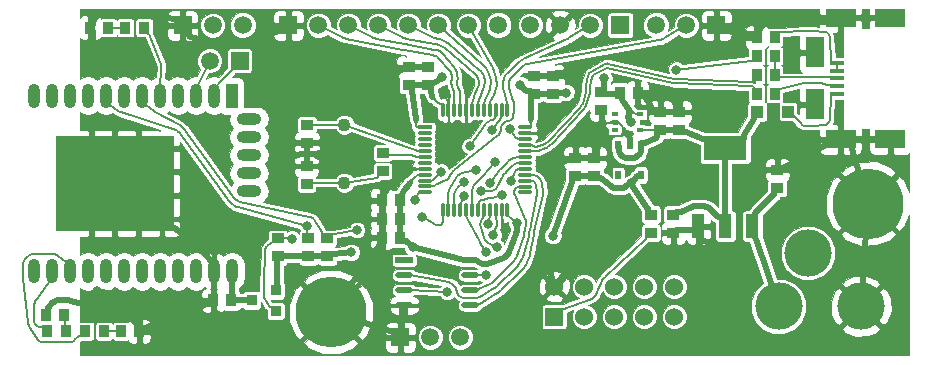
<source format=gtl>
G04 (created by PCBNEW (2013-07-07 BZR 4022)-stable) date 14/01/2015 15:32:02*
%MOIN*%
G04 Gerber Fmt 3.4, Leading zero omitted, Abs format*
%FSLAX34Y34*%
G01*
G70*
G90*
G04 APERTURE LIST*
%ADD10C,0.00590551*%
%ADD11R,0.0984252X0.0590551*%
%ADD12R,0.0590551X0.0984252*%
%ADD13R,0.0492126X0.015748*%
%ADD14R,0.0787402X0.0787402*%
%ADD15R,0.0393701X0.0826772*%
%ADD16O,0.0393701X0.0826772*%
%ADD17O,0.0826772X0.0393701*%
%ADD18R,0.0236X0.0118*%
%ADD19R,0.02X0.03*%
%ADD20R,0.04X0.035*%
%ADD21R,0.035X0.04*%
%ADD22R,0.0472X0.0118*%
%ADD23O,0.0472X0.0118*%
%ADD24O,0.0118X0.0472*%
%ADD25R,0.0590551X0.0590551*%
%ADD26C,0.0590551*%
%ADD27R,0.144X0.08*%
%ADD28R,0.04X0.08*%
%ADD29R,0.0394X0.0394*%
%ADD30C,0.0433*%
%ADD31R,0.06X0.06*%
%ADD32C,0.06*%
%ADD33C,0.1575*%
%ADD34O,0.0591X0.02*%
%ADD35R,0.0591X0.02*%
%ADD36R,0.0354X0.0394*%
%ADD37R,0.036X0.036*%
%ADD38C,0.2362*%
%ADD39C,0.0314961*%
%ADD40C,0.019685*%
%ADD41C,0.00787402*%
%ADD42C,0.00393701*%
G04 APERTURE END LIST*
G54D10*
G54D11*
X126397Y-34783D03*
X126397Y-30728D03*
X124744Y-34783D03*
X124744Y-30728D03*
G54D12*
X123877Y-33622D03*
X123877Y-31889D03*
G54D13*
X124616Y-33267D03*
X124616Y-33011D03*
X124616Y-32755D03*
X124616Y-32500D03*
X124616Y-32244D03*
G54D14*
X102125Y-36653D03*
X102125Y-37440D03*
X101338Y-37440D03*
X100551Y-37440D03*
X101338Y-36653D03*
X100551Y-36653D03*
X99763Y-37440D03*
X98976Y-37440D03*
X99763Y-36653D03*
X98976Y-36653D03*
X102125Y-35866D03*
X101338Y-35866D03*
X100551Y-35866D03*
X99763Y-35866D03*
X98976Y-35866D03*
X102125Y-35078D03*
X101338Y-35078D03*
X100551Y-35078D03*
X99763Y-35078D03*
X98976Y-35078D03*
G54D15*
X104448Y-33332D03*
G54D16*
X103855Y-33332D03*
X103255Y-33332D03*
X102655Y-33332D03*
X102055Y-33332D03*
X101455Y-33332D03*
X100855Y-33332D03*
X100255Y-33332D03*
X99655Y-33332D03*
X99055Y-33332D03*
X98455Y-33332D03*
X97855Y-33332D03*
X97859Y-39187D03*
X98459Y-39187D03*
X99059Y-39187D03*
X99659Y-39187D03*
X100259Y-39187D03*
X100859Y-39187D03*
X101459Y-39187D03*
X102059Y-39187D03*
X102659Y-39187D03*
X103259Y-39187D03*
X103859Y-39187D03*
X104459Y-39187D03*
G54D17*
X105027Y-34114D03*
X105027Y-34716D03*
X105027Y-35318D03*
X105027Y-35921D03*
X105027Y-36523D03*
G54D18*
X117224Y-33956D03*
X117224Y-34212D03*
X117224Y-34468D03*
X118050Y-34468D03*
X118050Y-33956D03*
G54D19*
X118091Y-34972D03*
X117341Y-34972D03*
X118091Y-35972D03*
X117716Y-34972D03*
X117341Y-35972D03*
G54D20*
X109479Y-35244D03*
X109479Y-35844D03*
G54D21*
X122544Y-33267D03*
X121944Y-33267D03*
X121944Y-32637D03*
X122544Y-32637D03*
X121944Y-32007D03*
X122544Y-32007D03*
X121944Y-31377D03*
X122544Y-31377D03*
G54D22*
X110886Y-34389D03*
G54D23*
X110886Y-34585D03*
X110886Y-34782D03*
X110886Y-34979D03*
X110886Y-35176D03*
X110886Y-35373D03*
X110886Y-35570D03*
X110886Y-35767D03*
X110886Y-35963D03*
X110886Y-36160D03*
X110886Y-36357D03*
X110885Y-36554D03*
G54D24*
X111478Y-37145D03*
X111674Y-37145D03*
X111871Y-37145D03*
X112068Y-37145D03*
X112265Y-37145D03*
X112462Y-37145D03*
X112659Y-37145D03*
X112855Y-37145D03*
X113052Y-37145D03*
X113249Y-37145D03*
X113445Y-37145D03*
X113642Y-37145D03*
G54D23*
X114233Y-36555D03*
X114233Y-36358D03*
X114233Y-36161D03*
X114233Y-35964D03*
X114233Y-35767D03*
X114233Y-35570D03*
X114233Y-35373D03*
X114233Y-35177D03*
X114233Y-34980D03*
X114233Y-34783D03*
X114233Y-34586D03*
X114233Y-34389D03*
G54D24*
X113642Y-33799D03*
X113445Y-33799D03*
X113248Y-33799D03*
X113051Y-33799D03*
X112854Y-33799D03*
X112657Y-33799D03*
X112461Y-33799D03*
X112264Y-33799D03*
X112067Y-33799D03*
X111870Y-33799D03*
X111673Y-33799D03*
X111476Y-33799D03*
G54D25*
X117405Y-30984D03*
G54D26*
X116405Y-30984D03*
X115405Y-30984D03*
X114405Y-30984D03*
G54D20*
X106959Y-34302D03*
X106959Y-34902D03*
X118740Y-34473D03*
X118740Y-33873D03*
X119173Y-37298D03*
X119173Y-37898D03*
X116771Y-33203D03*
X116771Y-33803D03*
G54D21*
X117377Y-33228D03*
X117977Y-33228D03*
G54D20*
X106950Y-36271D03*
X106950Y-35671D03*
G54D21*
X110063Y-36811D03*
X109463Y-36811D03*
X110063Y-37440D03*
X109463Y-37440D03*
G54D20*
X110984Y-32977D03*
X110984Y-32377D03*
X110354Y-32977D03*
X110354Y-32377D03*
X114514Y-33264D03*
X114514Y-32664D03*
X115153Y-33264D03*
X115153Y-32664D03*
X115905Y-36008D03*
X115905Y-35408D03*
X116535Y-36008D03*
X116535Y-35408D03*
G54D27*
X120905Y-35077D03*
G54D28*
X120905Y-37677D03*
X121805Y-37677D03*
X120005Y-37677D03*
G54D21*
X100339Y-31062D03*
X99739Y-31062D03*
G54D20*
X118425Y-37898D03*
X118425Y-37298D03*
G54D21*
X100762Y-41181D03*
X101362Y-41181D03*
X98843Y-40629D03*
X98243Y-40629D03*
G54D29*
X121968Y-33858D03*
X122992Y-33858D03*
G54D30*
X108208Y-36229D03*
X108208Y-34299D03*
G54D25*
X110062Y-41377D03*
G54D26*
X111062Y-41377D03*
X112062Y-41377D03*
G54D25*
X120606Y-30984D03*
G54D26*
X119606Y-30984D03*
X118606Y-30984D03*
G54D25*
X102818Y-30984D03*
G54D26*
X103818Y-30984D03*
X104818Y-30984D03*
G54D25*
X104712Y-32165D03*
G54D26*
X103712Y-32165D03*
G54D31*
X115204Y-40696D03*
G54D32*
X115204Y-39696D03*
X116204Y-40696D03*
X116204Y-39696D03*
X117204Y-40696D03*
X117204Y-39696D03*
X118204Y-40696D03*
X118204Y-39696D03*
X119204Y-40696D03*
X119204Y-39696D03*
G54D20*
X119370Y-34473D03*
X119370Y-33873D03*
X122637Y-36402D03*
X122637Y-35802D03*
G54D21*
X104433Y-40157D03*
X103833Y-40157D03*
G54D33*
X125433Y-40354D03*
X123661Y-38582D03*
X122677Y-40354D03*
G54D25*
X106342Y-30984D03*
G54D26*
X107342Y-30984D03*
X108342Y-30984D03*
X109342Y-30984D03*
X110342Y-30984D03*
X111342Y-30984D03*
X112342Y-30984D03*
X113342Y-30984D03*
G54D20*
X107007Y-38685D03*
X107007Y-38085D03*
X107637Y-38685D03*
X107637Y-38085D03*
G54D34*
X112399Y-38816D03*
G54D35*
X110199Y-38816D03*
G54D34*
X112399Y-39316D03*
X112399Y-39816D03*
X112399Y-40316D03*
X110199Y-39316D03*
X110199Y-39816D03*
X110199Y-40316D03*
G54D36*
X98307Y-41181D03*
X98937Y-41181D03*
X99566Y-41181D03*
X100196Y-41181D03*
X101535Y-31062D03*
X100905Y-31062D03*
G54D21*
X110063Y-38070D03*
X109463Y-38070D03*
G54D37*
X105911Y-39807D03*
X105911Y-40507D03*
X105111Y-40157D03*
G54D20*
X105984Y-38685D03*
X105984Y-38085D03*
G54D38*
X125669Y-36929D03*
X107755Y-40551D03*
G54D39*
X117749Y-36253D03*
X117772Y-34213D03*
X115593Y-33226D03*
X110490Y-38382D03*
X108426Y-38556D03*
X111447Y-32721D03*
X115157Y-37993D03*
X113946Y-37561D03*
X114060Y-32970D03*
X116850Y-32753D03*
X113048Y-36234D03*
X112749Y-36521D03*
X113170Y-37976D03*
X112931Y-39315D03*
X113004Y-37618D03*
X111629Y-39865D03*
X111437Y-35865D03*
X113444Y-36629D03*
X113279Y-38361D03*
X112585Y-35808D03*
X112178Y-36658D03*
X112914Y-38550D03*
X112191Y-36222D03*
X113226Y-35537D03*
X113753Y-36159D03*
X113712Y-34454D03*
X119266Y-32462D03*
X113123Y-34459D03*
X112383Y-35013D03*
X106456Y-38099D03*
X108627Y-37813D03*
X110797Y-37386D03*
X110573Y-36817D03*
X106954Y-37674D03*
X103976Y-34527D03*
X99823Y-32448D03*
X115625Y-32538D03*
X105959Y-35481D03*
X119135Y-33424D03*
X111522Y-33290D03*
X112309Y-32894D03*
X114750Y-34586D03*
X115434Y-35534D03*
X112265Y-34419D03*
X109883Y-32605D03*
X110338Y-35678D03*
X120433Y-38232D03*
X113573Y-37807D03*
X116808Y-34258D03*
X100390Y-32441D03*
X100385Y-31744D03*
X100966Y-31746D03*
X100968Y-32457D03*
X101669Y-32474D03*
X102485Y-31841D03*
X102495Y-32495D03*
X105613Y-33317D03*
X99959Y-39842D03*
X101965Y-40237D03*
X103959Y-40628D03*
X105242Y-40668D03*
X107333Y-35291D03*
X120268Y-36107D03*
X118892Y-35722D03*
X117188Y-37194D03*
X106616Y-32250D03*
X99948Y-41788D03*
X100693Y-41800D03*
X101439Y-41812D03*
X102353Y-41812D03*
X102726Y-41006D03*
G54D40*
X121912Y-38109D02*
X122677Y-40354D01*
X121909Y-38102D02*
X121912Y-38109D01*
X121907Y-38086D02*
X121909Y-38102D01*
X121907Y-38077D02*
X121907Y-38086D01*
X121907Y-37979D02*
X121907Y-38077D01*
X121805Y-37677D02*
X121907Y-37979D01*
X121907Y-37376D02*
X121805Y-37677D01*
X121907Y-37277D02*
X121907Y-37376D01*
X121907Y-37258D02*
X121907Y-37277D01*
X121922Y-37221D02*
X121907Y-37258D01*
X121936Y-37207D02*
X121922Y-37221D01*
X122506Y-36647D02*
X121936Y-37207D01*
X122536Y-36597D02*
X122536Y-36577D01*
X122520Y-36633D02*
X122536Y-36597D01*
X122506Y-36647D02*
X122520Y-36633D01*
X122536Y-36478D02*
X122536Y-36577D01*
X122637Y-36402D02*
X122536Y-36478D01*
X117722Y-33844D02*
X117723Y-33842D01*
X117690Y-33913D02*
X117687Y-33938D01*
X117708Y-33866D02*
X117690Y-33913D01*
X117722Y-33844D02*
X117708Y-33866D01*
X117681Y-33977D02*
X117687Y-33938D01*
X117719Y-34170D02*
X117772Y-34212D01*
X117671Y-34044D02*
X117719Y-34170D01*
X117681Y-33977D02*
X117671Y-34044D01*
X117772Y-34213D02*
X117772Y-34212D01*
X117588Y-36355D02*
X117749Y-36253D01*
X117555Y-36376D02*
X117588Y-36355D01*
X117480Y-36398D02*
X117555Y-36376D01*
X117441Y-36398D02*
X117480Y-36398D01*
X117251Y-36398D02*
X117441Y-36398D01*
X117203Y-36398D02*
X117251Y-36398D01*
X117114Y-36365D02*
X117203Y-36398D01*
X117077Y-36335D02*
X117114Y-36365D01*
X116797Y-36107D02*
X117077Y-36335D01*
X116752Y-36085D02*
X116735Y-36085D01*
X116784Y-36096D02*
X116752Y-36085D01*
X116797Y-36107D02*
X116784Y-36096D01*
X116637Y-36085D02*
X116735Y-36085D01*
X116535Y-36008D02*
X116637Y-36085D01*
X111089Y-33178D02*
X111142Y-33369D01*
X111087Y-33172D02*
X111089Y-33178D01*
X111085Y-33158D02*
X111087Y-33172D01*
X111085Y-33152D02*
X111085Y-33158D01*
X111085Y-33053D02*
X111085Y-33152D01*
X110984Y-32977D02*
X111085Y-33053D01*
X106906Y-38685D02*
X107007Y-38685D01*
X106807Y-38685D02*
X106906Y-38685D01*
X106184Y-38685D02*
X106807Y-38685D01*
X106085Y-38685D02*
X106184Y-38685D01*
X105984Y-38685D02*
X106085Y-38685D01*
G54D41*
X111273Y-33515D02*
X111142Y-33369D01*
X111385Y-33600D02*
X111431Y-33612D01*
X111305Y-33550D02*
X111385Y-33600D01*
X111273Y-33515D02*
X111305Y-33550D01*
X111476Y-33625D02*
X111431Y-33612D01*
X111476Y-33799D02*
X111476Y-33625D01*
G54D40*
X117749Y-36255D02*
X117749Y-36253D01*
X117760Y-36272D02*
X117764Y-36278D01*
X117753Y-36260D02*
X117760Y-36272D01*
X117749Y-36255D02*
X117753Y-36260D01*
X118306Y-37067D02*
X117764Y-36278D01*
X118314Y-37079D02*
X118306Y-37067D01*
X118323Y-37108D02*
X118314Y-37079D01*
X118323Y-37123D02*
X118323Y-37108D01*
X118323Y-37221D02*
X118323Y-37123D01*
X118425Y-37298D02*
X118323Y-37221D01*
X114412Y-33439D02*
X114410Y-34113D01*
X114412Y-33439D02*
X114412Y-33439D01*
X114412Y-33340D02*
X114412Y-33439D01*
X114514Y-33264D02*
X114412Y-33340D01*
X114412Y-33187D02*
X114514Y-33264D01*
X114314Y-33187D02*
X114412Y-33187D01*
X114295Y-33187D02*
X114314Y-33187D01*
X114258Y-33172D02*
X114295Y-33187D01*
X114245Y-33159D02*
X114258Y-33172D01*
X114120Y-33034D02*
X114245Y-33159D01*
X114113Y-33027D02*
X114120Y-33034D01*
X114060Y-32970D02*
X114113Y-33027D01*
X113951Y-37799D02*
X113946Y-37561D01*
X113951Y-37839D02*
X113951Y-37799D01*
X113936Y-37918D02*
X113951Y-37839D01*
X113921Y-37954D02*
X113936Y-37918D01*
X113678Y-38530D02*
X113921Y-37954D01*
X113643Y-38612D02*
X113678Y-38530D01*
X113513Y-38736D02*
X113643Y-38612D01*
X113429Y-38767D02*
X113513Y-38736D01*
X113047Y-38909D02*
X113429Y-38767D01*
X112972Y-38937D02*
X113047Y-38909D01*
X112811Y-38928D02*
X112972Y-38937D01*
X112740Y-38891D02*
X112811Y-38928D01*
X112594Y-38816D02*
X112740Y-38891D01*
X112399Y-38816D02*
X112594Y-38816D01*
G54D41*
X113642Y-37322D02*
X113642Y-37145D01*
X113946Y-37561D02*
X113642Y-37322D01*
G54D40*
X107536Y-38685D02*
X107637Y-38685D01*
X107437Y-38685D02*
X107536Y-38685D01*
X107207Y-38685D02*
X107437Y-38685D01*
X107109Y-38685D02*
X107207Y-38685D01*
X107007Y-38685D02*
X107109Y-38685D01*
X116850Y-33127D02*
X116771Y-33203D01*
X116850Y-33028D02*
X116850Y-33127D01*
X116850Y-32753D02*
X116850Y-33028D01*
X116873Y-33280D02*
X116771Y-33203D01*
X116971Y-33280D02*
X116873Y-33280D01*
X117202Y-33280D02*
X116971Y-33280D01*
X117300Y-33280D02*
X117202Y-33280D01*
X117377Y-33228D02*
X117300Y-33280D01*
G54D41*
X110559Y-36032D02*
X110379Y-36243D01*
X110587Y-35999D02*
X110559Y-36032D01*
X110665Y-35963D02*
X110587Y-35999D01*
X110709Y-35963D02*
X110665Y-35963D01*
X110886Y-35963D02*
X110709Y-35963D01*
G54D40*
X115803Y-36085D02*
X115905Y-36008D01*
X115803Y-36183D02*
X115803Y-36085D01*
X115803Y-36192D02*
X115803Y-36183D01*
X115801Y-36208D02*
X115803Y-36192D01*
X115798Y-36217D02*
X115801Y-36208D01*
X115157Y-37993D02*
X115798Y-36217D01*
X116007Y-36008D02*
X115905Y-36008D01*
X116105Y-36008D02*
X116007Y-36008D01*
X116335Y-36008D02*
X116105Y-36008D01*
X116433Y-36008D02*
X116335Y-36008D01*
X116535Y-36008D02*
X116433Y-36008D01*
X110140Y-36709D02*
X110063Y-36811D01*
X110140Y-36611D02*
X110140Y-36709D01*
X110140Y-36595D02*
X110140Y-36611D01*
X110149Y-36566D02*
X110140Y-36595D01*
X110158Y-36553D02*
X110149Y-36566D01*
X110379Y-36243D02*
X110158Y-36553D01*
X107846Y-38608D02*
X108426Y-38556D01*
X107844Y-38609D02*
X107846Y-38608D01*
X107840Y-38609D02*
X107844Y-38609D01*
X107837Y-38609D02*
X107840Y-38609D01*
X107739Y-38609D02*
X107837Y-38609D01*
X107637Y-38685D02*
X107739Y-38609D01*
X115353Y-33226D02*
X115593Y-33226D01*
X115255Y-33226D02*
X115353Y-33226D01*
X115153Y-33264D02*
X115255Y-33226D01*
X115052Y-33264D02*
X115153Y-33264D01*
X114953Y-33264D02*
X115052Y-33264D01*
X114714Y-33264D02*
X114953Y-33264D01*
X114616Y-33264D02*
X114714Y-33264D01*
X114514Y-33264D02*
X114616Y-33264D01*
X117916Y-36058D02*
X117749Y-36253D01*
X117930Y-36042D02*
X117916Y-36058D01*
X117969Y-36024D02*
X117930Y-36042D01*
X117991Y-36024D02*
X117969Y-36024D01*
X118089Y-36024D02*
X117991Y-36024D01*
X118091Y-35972D02*
X118089Y-36024D01*
G54D41*
X117916Y-33933D02*
X117723Y-33842D01*
X117928Y-33936D02*
X117932Y-33936D01*
X117920Y-33935D02*
X117928Y-33936D01*
X117916Y-33933D02*
X117920Y-33935D01*
X117972Y-33936D02*
X117932Y-33936D01*
X118050Y-33956D02*
X117972Y-33936D01*
G54D40*
X105948Y-38762D02*
X105984Y-38685D01*
X105948Y-38860D02*
X105948Y-38762D01*
X105948Y-39627D02*
X105948Y-38860D01*
X105948Y-39725D02*
X105948Y-39627D01*
X105911Y-39807D02*
X105948Y-39725D01*
X110882Y-32977D02*
X110984Y-32977D01*
X110784Y-32977D02*
X110882Y-32977D01*
X110554Y-32977D02*
X110784Y-32977D01*
X110455Y-32977D02*
X110554Y-32977D01*
X110354Y-32977D02*
X110455Y-32977D01*
X110456Y-33166D02*
X110595Y-34120D01*
X110456Y-33162D02*
X110456Y-33166D01*
X110455Y-33155D02*
X110456Y-33162D01*
X110455Y-33152D02*
X110455Y-33155D01*
X110455Y-33053D02*
X110455Y-33152D01*
X110354Y-32977D02*
X110455Y-33053D01*
X110063Y-37542D02*
X110063Y-37440D01*
X110063Y-37640D02*
X110063Y-37542D01*
X110063Y-37870D02*
X110063Y-37640D01*
X110063Y-37969D02*
X110063Y-37870D01*
X110063Y-38070D02*
X110063Y-37969D01*
X110063Y-37339D02*
X110063Y-37440D01*
X110063Y-37240D02*
X110063Y-37339D01*
X110063Y-37011D02*
X110063Y-37240D01*
X110063Y-36912D02*
X110063Y-37011D01*
X110063Y-36811D02*
X110063Y-36912D01*
X110140Y-38172D02*
X110063Y-38070D01*
X110238Y-38172D02*
X110140Y-38172D01*
X110258Y-38172D02*
X110238Y-38172D01*
X110294Y-38187D02*
X110258Y-38172D01*
X110308Y-38200D02*
X110294Y-38187D01*
X110490Y-38382D02*
X110308Y-38200D01*
G54D41*
X114410Y-34389D02*
X114410Y-34113D01*
X114233Y-34389D02*
X114410Y-34389D01*
X110689Y-34386D02*
X110886Y-34389D01*
X110650Y-34386D02*
X110689Y-34386D01*
X110626Y-34386D02*
X110650Y-34386D01*
X110594Y-34353D02*
X110626Y-34386D01*
X110594Y-34330D02*
X110594Y-34353D01*
X110595Y-34120D02*
X110594Y-34330D01*
G54D40*
X111244Y-32879D02*
X111447Y-32721D01*
X111231Y-32889D02*
X111244Y-32879D01*
X111200Y-32900D02*
X111231Y-32889D01*
X111184Y-32900D02*
X111200Y-32900D01*
X111085Y-32900D02*
X111184Y-32900D01*
X110984Y-32977D02*
X111085Y-32900D01*
X117471Y-33485D02*
X117723Y-33842D01*
X117462Y-33472D02*
X117471Y-33485D01*
X117453Y-33443D02*
X117462Y-33472D01*
X117453Y-33428D02*
X117453Y-33443D01*
X117453Y-33329D02*
X117453Y-33428D01*
X117377Y-33228D02*
X117453Y-33329D01*
X112203Y-38816D02*
X112399Y-38816D01*
X110490Y-38382D02*
X112203Y-38816D01*
G54D41*
X111237Y-33474D02*
X111118Y-33423D01*
X111237Y-33474D02*
X111198Y-33351D01*
X110471Y-36135D02*
X110436Y-36259D01*
X110471Y-36135D02*
X110354Y-36189D01*
X117851Y-33902D02*
X117722Y-33901D01*
X117851Y-33902D02*
X117768Y-33804D01*
X114410Y-34255D02*
X114357Y-34138D01*
X114410Y-34255D02*
X114464Y-34138D01*
X110594Y-34262D02*
X110541Y-34145D01*
X110594Y-34262D02*
X110649Y-34145D01*
X118579Y-34470D02*
X118740Y-34473D01*
X118540Y-34470D02*
X118579Y-34470D01*
X118168Y-34470D02*
X118540Y-34470D01*
X118129Y-34470D02*
X118168Y-34470D01*
X118050Y-34468D02*
X118129Y-34470D01*
G54D40*
X120905Y-37376D02*
X120905Y-37677D01*
X120905Y-37277D02*
X120905Y-37376D01*
X120905Y-35477D02*
X120905Y-37277D01*
X120905Y-35379D02*
X120905Y-35477D01*
X120905Y-35077D02*
X120905Y-35379D01*
X121869Y-33956D02*
X121968Y-33858D01*
X121869Y-34055D02*
X121869Y-33956D01*
X121869Y-34068D02*
X121869Y-34055D01*
X121862Y-34094D02*
X121869Y-34068D01*
X121855Y-34106D02*
X121862Y-34094D01*
X121541Y-34627D02*
X121855Y-34106D01*
X121527Y-34664D02*
X121527Y-34677D01*
X121534Y-34638D02*
X121527Y-34664D01*
X121541Y-34627D02*
X121534Y-34638D01*
X121527Y-34776D02*
X121527Y-34677D01*
X120905Y-35077D02*
X121527Y-34776D01*
X119471Y-34549D02*
X119370Y-34473D01*
X119570Y-34549D02*
X119471Y-34549D01*
X119579Y-34549D02*
X119570Y-34549D01*
X119597Y-34553D02*
X119579Y-34549D01*
X119605Y-34556D02*
X119597Y-34553D01*
X120149Y-34769D02*
X119605Y-34556D01*
X120176Y-34776D02*
X120185Y-34776D01*
X120158Y-34772D02*
X120176Y-34776D01*
X120149Y-34769D02*
X120158Y-34772D01*
X120283Y-34776D02*
X120185Y-34776D01*
X120905Y-35077D02*
X120283Y-34776D01*
X119268Y-34473D02*
X119370Y-34473D01*
X119170Y-34473D02*
X119268Y-34473D01*
X118940Y-34473D02*
X119170Y-34473D01*
X118841Y-34473D02*
X118940Y-34473D01*
X118740Y-34473D02*
X118841Y-34473D01*
X120803Y-37376D02*
X120905Y-37677D01*
X120705Y-37376D02*
X120803Y-37376D01*
X120686Y-37376D02*
X120705Y-37376D01*
X120650Y-37361D02*
X120686Y-37376D01*
X120636Y-37348D02*
X120650Y-37361D01*
X120379Y-37098D02*
X120636Y-37348D01*
X120301Y-37044D02*
X120270Y-37036D01*
X120356Y-37076D02*
X120301Y-37044D01*
X120379Y-37098D02*
X120356Y-37076D01*
X120178Y-37011D02*
X120270Y-37036D01*
X120125Y-37002D02*
X120107Y-37002D01*
X120161Y-37007D02*
X120125Y-37002D01*
X120178Y-37011D02*
X120161Y-37007D01*
X119903Y-37002D02*
X120107Y-37002D01*
X119809Y-37016D02*
X119781Y-37030D01*
X119872Y-37002D02*
X119809Y-37016D01*
X119903Y-37002D02*
X119872Y-37002D01*
X119416Y-37211D02*
X119781Y-37030D01*
X119406Y-37216D02*
X119416Y-37211D01*
X119384Y-37221D02*
X119406Y-37216D01*
X119373Y-37221D02*
X119384Y-37221D01*
X119274Y-37221D02*
X119373Y-37221D01*
X119173Y-37298D02*
X119274Y-37221D01*
X118638Y-34549D02*
X118740Y-34473D01*
X118638Y-34648D02*
X118638Y-34549D01*
X118638Y-34676D02*
X118638Y-34648D01*
X118609Y-34723D02*
X118638Y-34676D01*
X118584Y-34736D02*
X118609Y-34723D01*
X118235Y-34910D02*
X118584Y-34736D01*
X118225Y-34915D02*
X118235Y-34910D01*
X118202Y-34920D02*
X118225Y-34915D01*
X118191Y-34920D02*
X118202Y-34920D01*
X118093Y-34920D02*
X118191Y-34920D01*
X118091Y-34972D02*
X118093Y-34920D01*
X118089Y-35024D02*
X118091Y-34972D01*
X118089Y-35122D02*
X118089Y-35024D01*
X118089Y-35176D02*
X118089Y-35122D01*
X118049Y-35275D02*
X118089Y-35176D01*
X117974Y-35351D02*
X118049Y-35275D01*
X117876Y-35394D02*
X117974Y-35351D01*
X117822Y-35395D02*
X117876Y-35394D01*
X117724Y-35397D02*
X117822Y-35395D01*
X117718Y-35398D02*
X117724Y-35397D01*
X117714Y-35398D02*
X117718Y-35398D01*
X117708Y-35397D02*
X117714Y-35398D01*
X117610Y-35395D02*
X117708Y-35397D01*
X117556Y-35394D02*
X117610Y-35395D01*
X117458Y-35351D02*
X117556Y-35394D01*
X117383Y-35275D02*
X117458Y-35351D01*
X117343Y-35176D02*
X117383Y-35275D01*
X117343Y-35122D02*
X117343Y-35176D01*
X117343Y-35024D02*
X117343Y-35122D01*
X117341Y-34972D02*
X117343Y-35024D01*
G54D41*
X113358Y-35845D02*
X113048Y-36234D01*
X113374Y-35826D02*
X113358Y-35845D01*
X113408Y-35790D02*
X113374Y-35826D01*
X113427Y-35774D02*
X113408Y-35790D01*
X113427Y-35774D02*
X113427Y-35774D01*
X113450Y-35753D02*
X113457Y-35745D01*
X113435Y-35768D02*
X113450Y-35753D01*
X113427Y-35774D02*
X113435Y-35768D01*
X113617Y-35568D02*
X113457Y-35745D01*
X113659Y-35522D02*
X113617Y-35568D01*
X113758Y-35449D02*
X113659Y-35522D01*
X113872Y-35399D02*
X113758Y-35449D01*
X113993Y-35373D02*
X113872Y-35399D01*
X114056Y-35373D02*
X113993Y-35373D01*
X114233Y-35373D02*
X114056Y-35373D01*
X113055Y-36514D02*
X112749Y-36521D01*
X113261Y-36431D02*
X113296Y-36363D01*
X113131Y-36512D02*
X113261Y-36431D01*
X113055Y-36514D02*
X113131Y-36512D01*
X113477Y-36015D02*
X113296Y-36363D01*
X113491Y-35989D02*
X113477Y-36015D01*
X113529Y-35941D02*
X113491Y-35989D01*
X113552Y-35922D02*
X113529Y-35941D01*
X113552Y-35922D02*
X113552Y-35922D01*
X113585Y-35891D02*
X113595Y-35880D01*
X113563Y-35912D02*
X113585Y-35891D01*
X113552Y-35922D02*
X113563Y-35912D01*
X113767Y-35696D02*
X113595Y-35880D01*
X113823Y-35635D02*
X113767Y-35696D01*
X113973Y-35570D02*
X113823Y-35635D01*
X114056Y-35570D02*
X113973Y-35570D01*
X114233Y-35570D02*
X114056Y-35570D01*
X113266Y-37714D02*
X113170Y-37976D01*
X113285Y-37613D02*
X113281Y-37579D01*
X113278Y-37682D02*
X113285Y-37613D01*
X113266Y-37714D02*
X113278Y-37682D01*
X113252Y-37376D02*
X113281Y-37579D01*
X113250Y-37363D02*
X113252Y-37376D01*
X113249Y-37336D02*
X113250Y-37363D01*
X113249Y-37322D02*
X113249Y-37336D01*
X113249Y-37145D02*
X113249Y-37322D01*
X112594Y-39316D02*
X112399Y-39316D01*
X112931Y-39315D02*
X112594Y-39316D01*
X114410Y-36161D02*
X114233Y-36161D01*
X114446Y-36161D02*
X114410Y-36161D01*
X114515Y-36187D02*
X114446Y-36161D01*
X114569Y-36237D02*
X114515Y-36187D01*
X114602Y-36302D02*
X114569Y-36237D01*
X114606Y-36338D02*
X114602Y-36302D01*
X114625Y-36533D02*
X114606Y-36338D01*
X114627Y-36549D02*
X114625Y-36533D01*
X114625Y-36581D02*
X114627Y-36549D01*
X114622Y-36596D02*
X114625Y-36581D01*
X114419Y-37652D02*
X114622Y-36596D01*
X114414Y-37678D02*
X114419Y-37652D01*
X114383Y-37800D02*
X114414Y-37678D01*
X114368Y-37873D02*
X114365Y-37898D01*
X114377Y-37824D02*
X114368Y-37873D01*
X114383Y-37800D02*
X114377Y-37824D01*
X114364Y-37903D02*
X114365Y-37898D01*
X114361Y-37929D02*
X114364Y-37903D01*
X114352Y-37979D02*
X114361Y-37929D01*
X114345Y-38005D02*
X114352Y-37979D01*
X114194Y-38595D02*
X114345Y-38005D01*
X114162Y-38720D02*
X114194Y-38595D01*
X114034Y-38943D02*
X114162Y-38720D01*
X113944Y-39033D02*
X114034Y-38943D01*
X113291Y-39679D02*
X113944Y-39033D01*
X113268Y-39702D02*
X113291Y-39679D01*
X113217Y-39740D02*
X113268Y-39702D01*
X113190Y-39757D02*
X113217Y-39740D01*
X112721Y-40032D02*
X113190Y-39757D01*
X112692Y-40049D02*
X112721Y-40032D01*
X112628Y-40066D02*
X112692Y-40049D01*
X112594Y-40066D02*
X112628Y-40066D01*
X112203Y-40066D02*
X112594Y-40066D01*
X112162Y-40066D02*
X112203Y-40066D01*
X112085Y-40041D02*
X112162Y-40066D01*
X112020Y-39992D02*
X112085Y-40041D01*
X111974Y-39924D02*
X112020Y-39992D01*
X111963Y-39885D02*
X111974Y-39924D01*
X111932Y-39778D02*
X111963Y-39885D01*
X111729Y-39563D02*
X111687Y-39555D01*
X111808Y-39602D02*
X111729Y-39563D01*
X111874Y-39661D02*
X111808Y-39602D01*
X111920Y-39736D02*
X111874Y-39661D01*
X111932Y-39778D02*
X111920Y-39736D01*
X110394Y-39316D02*
X111687Y-39555D01*
X110199Y-39316D02*
X110394Y-39316D01*
X112594Y-40316D02*
X112399Y-40316D01*
X112784Y-40229D02*
X112594Y-40316D01*
X112818Y-40212D02*
X112830Y-40205D01*
X112795Y-40224D02*
X112818Y-40212D01*
X112784Y-40229D02*
X112795Y-40224D01*
X113298Y-39922D02*
X112830Y-40205D01*
X113399Y-39849D02*
X113429Y-39819D01*
X113334Y-39900D02*
X113399Y-39849D01*
X113298Y-39922D02*
X113334Y-39900D01*
X114082Y-39173D02*
X113429Y-39819D01*
X114384Y-38661D02*
X114400Y-38576D01*
X114327Y-38823D02*
X114384Y-38661D01*
X114246Y-38975D02*
X114327Y-38823D01*
X114143Y-39112D02*
X114246Y-38975D01*
X114082Y-39173D02*
X114143Y-39112D01*
X114513Y-37988D02*
X114400Y-38576D01*
X114522Y-37936D02*
X114524Y-37919D01*
X114516Y-37971D02*
X114522Y-37936D01*
X114513Y-37988D02*
X114516Y-37971D01*
X114524Y-37919D02*
X114524Y-37919D01*
X114526Y-37897D02*
X114524Y-37919D01*
X114535Y-37852D02*
X114526Y-37897D01*
X114540Y-37831D02*
X114535Y-37852D01*
X114568Y-37725D02*
X114540Y-37831D01*
X114568Y-37725D02*
X114574Y-37703D01*
X114813Y-36646D02*
X114574Y-37703D01*
X114824Y-36547D02*
X114821Y-36514D01*
X114820Y-36614D02*
X114824Y-36547D01*
X114813Y-36646D02*
X114820Y-36614D01*
X114802Y-36319D02*
X114821Y-36514D01*
X114483Y-35964D02*
X114410Y-35964D01*
X114620Y-36017D02*
X114483Y-35964D01*
X114729Y-36115D02*
X114620Y-36017D01*
X114795Y-36246D02*
X114729Y-36115D01*
X114802Y-36319D02*
X114795Y-36246D01*
X114233Y-35964D02*
X114410Y-35964D01*
X112594Y-39816D02*
X112399Y-39816D01*
X113062Y-39602D02*
X112594Y-39816D01*
X113132Y-39559D02*
X113152Y-39539D01*
X113087Y-39590D02*
X113132Y-39559D01*
X113062Y-39602D02*
X113087Y-39590D01*
X113805Y-38893D02*
X113152Y-39539D01*
X113963Y-38676D02*
X113991Y-38590D01*
X113869Y-38829D02*
X113963Y-38676D01*
X113805Y-38893D02*
X113869Y-38829D01*
X114180Y-38002D02*
X113991Y-38590D01*
X114202Y-37913D02*
X114206Y-37882D01*
X114189Y-37972D02*
X114202Y-37913D01*
X114180Y-38002D02*
X114189Y-37972D01*
X114206Y-37882D02*
X114206Y-37882D01*
X114209Y-37854D02*
X114206Y-37882D01*
X114219Y-37799D02*
X114209Y-37854D01*
X114225Y-37772D02*
X114219Y-37799D01*
X114258Y-37635D02*
X114225Y-37772D01*
X114260Y-37476D02*
X114238Y-37428D01*
X114270Y-37583D02*
X114260Y-37476D01*
X114258Y-37635D02*
X114270Y-37583D01*
X113876Y-36637D02*
X114238Y-37428D01*
X113855Y-36591D02*
X113876Y-36637D01*
X113863Y-36491D02*
X113855Y-36591D01*
X113917Y-36406D02*
X113863Y-36491D01*
X114005Y-36358D02*
X113917Y-36406D01*
X114056Y-36358D02*
X114005Y-36358D01*
X114233Y-36358D02*
X114056Y-36358D01*
X110394Y-39816D02*
X110199Y-39816D01*
X111629Y-39865D02*
X110394Y-39816D01*
X113052Y-37322D02*
X113052Y-37145D01*
X113052Y-37330D02*
X113052Y-37322D01*
X113050Y-37347D02*
X113052Y-37330D01*
X113049Y-37355D02*
X113050Y-37347D01*
X113004Y-37618D02*
X113049Y-37355D01*
X111202Y-36102D02*
X111437Y-35865D01*
X111175Y-36130D02*
X111202Y-36102D01*
X111102Y-36160D02*
X111175Y-36130D01*
X111063Y-36160D02*
X111102Y-36160D01*
X110886Y-36160D02*
X111063Y-36160D01*
X118868Y-31423D02*
X119606Y-30984D01*
X118828Y-31447D02*
X118868Y-31423D01*
X118742Y-31479D02*
X118828Y-31447D01*
X118696Y-31488D02*
X118742Y-31479D01*
X114276Y-32276D02*
X118696Y-31488D01*
X114184Y-32313D02*
X114160Y-32337D01*
X114243Y-32282D02*
X114184Y-32313D01*
X114276Y-32276D02*
X114243Y-32282D01*
X113794Y-32707D02*
X114160Y-32337D01*
X113688Y-33038D02*
X113704Y-33087D01*
X113684Y-32935D02*
X113688Y-33038D01*
X113707Y-32834D02*
X113684Y-32935D01*
X113757Y-32744D02*
X113707Y-32834D01*
X113794Y-32707D02*
X113757Y-32744D01*
X113837Y-33493D02*
X113704Y-33087D01*
X113847Y-33521D02*
X113837Y-33493D01*
X113857Y-33579D02*
X113847Y-33521D01*
X113858Y-33608D02*
X113857Y-33579D01*
X113858Y-33614D02*
X113858Y-33608D01*
X113858Y-33622D02*
X113858Y-33614D01*
X113858Y-33816D02*
X113858Y-33622D01*
X113858Y-33824D02*
X113858Y-33816D01*
X113857Y-33840D02*
X113858Y-33824D01*
X113856Y-33848D02*
X113857Y-33840D01*
X113832Y-34005D02*
X113856Y-33848D01*
X113823Y-34061D02*
X113832Y-34005D01*
X113747Y-34147D02*
X113823Y-34061D01*
X113691Y-34162D02*
X113747Y-34147D01*
X113637Y-34176D02*
X113691Y-34162D01*
X113433Y-34372D02*
X113427Y-34414D01*
X113468Y-34295D02*
X113433Y-34372D01*
X113524Y-34232D02*
X113468Y-34295D01*
X113596Y-34187D02*
X113524Y-34232D01*
X113637Y-34176D02*
X113596Y-34187D01*
X113415Y-34500D02*
X113427Y-34414D01*
X113407Y-34557D02*
X113415Y-34500D01*
X113350Y-34655D02*
X113407Y-34557D01*
X113306Y-34690D02*
X113350Y-34655D01*
X111873Y-35821D02*
X113306Y-34690D01*
X111784Y-35909D02*
X111761Y-35945D01*
X111840Y-35847D02*
X111784Y-35909D01*
X111873Y-35821D02*
X111840Y-35847D01*
X111702Y-36036D02*
X111761Y-35945D01*
X111679Y-36072D02*
X111702Y-36036D01*
X111616Y-36128D02*
X111679Y-36072D01*
X111577Y-36147D02*
X111616Y-36128D01*
X111238Y-36316D02*
X111577Y-36147D01*
X111197Y-36336D02*
X111238Y-36316D01*
X111108Y-36357D02*
X111197Y-36336D01*
X111063Y-36357D02*
X111108Y-36357D01*
X110886Y-36357D02*
X111063Y-36357D01*
X113051Y-33622D02*
X113051Y-33799D01*
X113051Y-33600D02*
X113051Y-33622D01*
X113060Y-33557D02*
X113051Y-33600D01*
X113070Y-33537D02*
X113060Y-33557D01*
X113178Y-33311D02*
X113070Y-33537D01*
X113207Y-32523D02*
X113150Y-32421D01*
X113269Y-32746D02*
X113207Y-32523D01*
X113277Y-32979D02*
X113269Y-32746D01*
X113229Y-33206D02*
X113277Y-32979D01*
X113178Y-33311D02*
X113229Y-33206D01*
X112342Y-30984D02*
X113150Y-32421D01*
X112854Y-33622D02*
X112854Y-33799D01*
X112854Y-33607D02*
X112854Y-33622D01*
X112858Y-33578D02*
X112854Y-33607D01*
X112862Y-33564D02*
X112858Y-33578D01*
X112879Y-33509D02*
X112862Y-33564D01*
X112882Y-33498D02*
X112879Y-33509D01*
X112890Y-33477D02*
X112882Y-33498D01*
X112895Y-33466D02*
X112890Y-33477D01*
X113011Y-33204D02*
X112895Y-33466D01*
X112914Y-32406D02*
X112824Y-32324D01*
X113035Y-32616D02*
X112914Y-32406D01*
X113085Y-32852D02*
X113035Y-32616D01*
X113060Y-33093D02*
X113085Y-32852D01*
X113011Y-33204D02*
X113060Y-33093D01*
X111342Y-30984D02*
X112824Y-32324D01*
X112657Y-33622D02*
X112657Y-33799D01*
X112657Y-33608D02*
X112657Y-33622D01*
X112661Y-33580D02*
X112657Y-33608D01*
X112665Y-33566D02*
X112661Y-33580D01*
X112696Y-33460D02*
X112665Y-33566D01*
X112700Y-33445D02*
X112696Y-33460D01*
X112710Y-33416D02*
X112700Y-33445D01*
X112716Y-33402D02*
X112710Y-33416D01*
X112836Y-33112D02*
X112716Y-33402D01*
X112750Y-32520D02*
X112681Y-32461D01*
X112843Y-32674D02*
X112750Y-32520D01*
X112885Y-32849D02*
X112843Y-32674D01*
X112871Y-33028D02*
X112885Y-32849D01*
X112836Y-33112D02*
X112871Y-33028D01*
X111694Y-31610D02*
X112681Y-32461D01*
X111399Y-31442D02*
X111286Y-31427D01*
X111607Y-31536D02*
X111399Y-31442D01*
X111694Y-31610D02*
X111607Y-31536D01*
X111283Y-31427D02*
X111286Y-31427D01*
X111247Y-31422D02*
X111283Y-31427D01*
X111176Y-31400D02*
X111247Y-31422D01*
X111142Y-31384D02*
X111176Y-31400D01*
X110342Y-30984D02*
X111142Y-31384D01*
X112461Y-33622D02*
X112461Y-33799D01*
X112461Y-33608D02*
X112461Y-33622D01*
X112465Y-33579D02*
X112461Y-33608D01*
X112469Y-33565D02*
X112465Y-33579D01*
X112519Y-33401D02*
X112469Y-33565D01*
X112535Y-33353D02*
X112519Y-33401D01*
X112659Y-33026D02*
X112535Y-33353D01*
X112597Y-32649D02*
X112554Y-32611D01*
X112657Y-32747D02*
X112597Y-32649D01*
X112685Y-32858D02*
X112657Y-32747D01*
X112679Y-32972D02*
X112685Y-32858D01*
X112659Y-33026D02*
X112679Y-32972D01*
X111571Y-31756D02*
X112554Y-32611D01*
X111347Y-31628D02*
X111261Y-31617D01*
X111505Y-31699D02*
X111347Y-31628D01*
X111571Y-31756D02*
X111505Y-31699D01*
X111258Y-31616D02*
X111261Y-31617D01*
X111224Y-31611D02*
X111258Y-31616D01*
X110258Y-31429D02*
X111224Y-31611D01*
X110227Y-31423D02*
X110258Y-31429D01*
X110166Y-31402D02*
X110227Y-31423D01*
X110137Y-31387D02*
X110166Y-31402D01*
X109342Y-30984D02*
X110137Y-31387D01*
X112067Y-33622D02*
X112067Y-33799D01*
X112067Y-33622D02*
X112066Y-33598D01*
X112052Y-33268D02*
X112066Y-33598D01*
X112026Y-33116D02*
X112005Y-33069D01*
X112050Y-33217D02*
X112026Y-33116D01*
X112052Y-33268D02*
X112050Y-33217D01*
X111991Y-33039D02*
X112005Y-33069D01*
X111968Y-32988D02*
X111991Y-33039D01*
X111955Y-32879D02*
X111968Y-32988D01*
X111966Y-32825D02*
X111955Y-32879D01*
X111892Y-32427D02*
X111854Y-32381D01*
X111946Y-32533D02*
X111892Y-32427D01*
X111975Y-32648D02*
X111946Y-32533D01*
X111978Y-32767D02*
X111975Y-32648D01*
X111966Y-32825D02*
X111978Y-32767D01*
X111490Y-31946D02*
X111854Y-32381D01*
X111311Y-31816D02*
X111236Y-31806D01*
X111442Y-31889D02*
X111311Y-31816D01*
X111490Y-31946D02*
X111442Y-31889D01*
X111233Y-31806D02*
X111236Y-31806D01*
X111193Y-31799D02*
X111233Y-31806D01*
X110225Y-31623D02*
X111193Y-31799D01*
X110214Y-31621D02*
X110225Y-31623D01*
X109253Y-31428D02*
X110214Y-31621D01*
X109223Y-31422D02*
X109253Y-31428D01*
X109165Y-31401D02*
X109223Y-31422D01*
X109137Y-31387D02*
X109165Y-31401D01*
X108342Y-30984D02*
X109137Y-31387D01*
X111870Y-33622D02*
X111870Y-33799D01*
X111870Y-33620D02*
X111870Y-33622D01*
X111872Y-33292D02*
X111870Y-33620D01*
X111857Y-33182D02*
X111842Y-33148D01*
X111872Y-33255D02*
X111857Y-33182D01*
X111872Y-33292D02*
X111872Y-33255D01*
X111824Y-33108D02*
X111842Y-33148D01*
X111791Y-33033D02*
X111824Y-33108D01*
X111773Y-32870D02*
X111791Y-33033D01*
X111790Y-32789D02*
X111773Y-32870D01*
X111764Y-32553D02*
X111711Y-32492D01*
X111806Y-32710D02*
X111764Y-32553D01*
X111790Y-32789D02*
X111806Y-32710D01*
X111341Y-32065D02*
X111711Y-32492D01*
X111249Y-32001D02*
X111211Y-31996D01*
X111316Y-32037D02*
X111249Y-32001D01*
X111341Y-32065D02*
X111316Y-32037D01*
X111208Y-31995D02*
X111211Y-31996D01*
X111165Y-31989D02*
X111208Y-31995D01*
X110195Y-31817D02*
X111165Y-31989D01*
X110175Y-31814D02*
X110195Y-31817D01*
X108253Y-31428D02*
X110175Y-31814D01*
X108223Y-31422D02*
X108253Y-31428D01*
X108165Y-31401D02*
X108223Y-31422D01*
X108137Y-31387D02*
X108165Y-31401D01*
X107342Y-30984D02*
X108137Y-31387D01*
X113235Y-36711D02*
X113444Y-36629D01*
X113205Y-36722D02*
X113235Y-36711D01*
X113144Y-36738D02*
X113205Y-36722D01*
X113112Y-36742D02*
X113144Y-36738D01*
X113024Y-36753D02*
X113112Y-36742D01*
X113024Y-36753D02*
X113012Y-36755D01*
X112821Y-36791D02*
X113012Y-36755D01*
X112707Y-36856D02*
X112689Y-36897D01*
X112777Y-36799D02*
X112707Y-36856D01*
X112821Y-36791D02*
X112777Y-36799D01*
X112659Y-36968D02*
X112689Y-36897D01*
X112659Y-37145D02*
X112659Y-36968D01*
X112855Y-37322D02*
X112855Y-37145D01*
X112821Y-37396D02*
X112855Y-37322D01*
X112816Y-37407D02*
X112821Y-37396D01*
X112802Y-37428D02*
X112816Y-37407D01*
X112794Y-37438D02*
X112802Y-37428D01*
X112794Y-37438D02*
X112794Y-37438D01*
X112719Y-37640D02*
X112743Y-37709D01*
X112746Y-37494D02*
X112719Y-37640D01*
X112794Y-37438D02*
X112746Y-37494D01*
X112873Y-38080D02*
X112743Y-37709D01*
X112988Y-38241D02*
X113050Y-38267D01*
X112896Y-38144D02*
X112988Y-38241D01*
X112873Y-38080D02*
X112896Y-38144D01*
X113279Y-38361D02*
X113050Y-38267D01*
X111674Y-36968D02*
X111674Y-37145D01*
X111674Y-36968D02*
X111673Y-36963D01*
X111666Y-36671D02*
X111673Y-36963D01*
X111664Y-36604D02*
X111666Y-36671D01*
X111696Y-36472D02*
X111664Y-36604D01*
X111728Y-36413D02*
X111696Y-36472D01*
X111914Y-36072D02*
X111728Y-36413D01*
X111947Y-36012D02*
X111914Y-36072D01*
X112054Y-35931D02*
X111947Y-36012D01*
X112120Y-35915D02*
X112054Y-35931D01*
X112585Y-35808D02*
X112120Y-35915D01*
X112068Y-36968D02*
X112068Y-37145D01*
X112068Y-36949D02*
X112068Y-36968D01*
X112075Y-36912D02*
X112068Y-36949D01*
X112082Y-36894D02*
X112075Y-36912D01*
X112178Y-36658D02*
X112082Y-36894D01*
X112265Y-37322D02*
X112265Y-37145D01*
X112276Y-37394D02*
X112288Y-37415D01*
X112265Y-37346D02*
X112276Y-37394D01*
X112265Y-37322D02*
X112265Y-37346D01*
X112719Y-38218D02*
X112288Y-37415D01*
X112719Y-38218D02*
X112729Y-38236D01*
X112914Y-38550D02*
X112729Y-38236D01*
X111871Y-36968D02*
X111871Y-37145D01*
X111871Y-36968D02*
X111870Y-36957D01*
X111863Y-36666D02*
X111870Y-36957D01*
X111861Y-36597D02*
X111863Y-36666D01*
X111915Y-36470D02*
X111861Y-36597D01*
X111967Y-36424D02*
X111915Y-36470D01*
X112191Y-36222D02*
X111967Y-36424D01*
X112826Y-36011D02*
X113226Y-35537D01*
X112814Y-36024D02*
X112826Y-36011D01*
X112535Y-36320D02*
X112814Y-36024D01*
X112446Y-36517D02*
X112463Y-36590D01*
X112484Y-36374D02*
X112446Y-36517D01*
X112535Y-36320D02*
X112484Y-36374D01*
X112463Y-36590D02*
X112463Y-36590D01*
X112468Y-36609D02*
X112463Y-36590D01*
X112472Y-36648D02*
X112468Y-36609D01*
X112471Y-36667D02*
X112472Y-36648D01*
X112462Y-36955D02*
X112471Y-36667D01*
X112462Y-36955D02*
X112462Y-36968D01*
X112462Y-37145D02*
X112462Y-36968D01*
X113876Y-35884D02*
X113753Y-36159D01*
X113899Y-35830D02*
X113876Y-35884D01*
X113997Y-35767D02*
X113899Y-35830D01*
X114056Y-35767D02*
X113997Y-35767D01*
X114233Y-35767D02*
X114056Y-35767D01*
G54D40*
X104510Y-40157D02*
X104433Y-40157D01*
X104608Y-40157D02*
X104510Y-40157D01*
X104931Y-40157D02*
X104608Y-40157D01*
X105030Y-40157D02*
X104931Y-40157D01*
X105111Y-40157D02*
X105030Y-40157D01*
X104459Y-39403D02*
X104459Y-39187D01*
X104459Y-39957D02*
X104459Y-39403D01*
X104459Y-40055D02*
X104459Y-39957D01*
X104433Y-40157D02*
X104459Y-40055D01*
G54D41*
X113642Y-33622D02*
X113642Y-33799D01*
X113638Y-33580D02*
X113634Y-33566D01*
X113642Y-33608D02*
X113638Y-33580D01*
X113642Y-33622D02*
X113642Y-33608D01*
X113558Y-33311D02*
X113634Y-33566D01*
X113552Y-33286D02*
X113558Y-33311D01*
X113507Y-33113D02*
X113552Y-33286D01*
X113488Y-33042D02*
X113507Y-33113D01*
X113489Y-32893D02*
X113488Y-33042D01*
X113528Y-32750D02*
X113489Y-32893D01*
X113601Y-32621D02*
X113528Y-32750D01*
X113654Y-32569D02*
X113601Y-32621D01*
X114020Y-32198D02*
X113654Y-32569D01*
X114047Y-32171D02*
X114020Y-32198D01*
X114110Y-32128D02*
X114047Y-32171D01*
X114145Y-32112D02*
X114110Y-32128D01*
X115615Y-31451D02*
X114145Y-32112D01*
X115654Y-31431D02*
X115667Y-31423D01*
X115628Y-31445D02*
X115654Y-31431D01*
X115615Y-31451D02*
X115628Y-31445D01*
X116405Y-30984D02*
X115667Y-31423D01*
X114056Y-34783D02*
X114233Y-34783D01*
X114009Y-34783D02*
X114056Y-34783D01*
X113925Y-34741D02*
X114009Y-34783D01*
X113898Y-34704D02*
X113925Y-34741D01*
X113712Y-34454D02*
X113898Y-34704D01*
X113445Y-33976D02*
X113445Y-33799D01*
X113442Y-33997D02*
X113445Y-33976D01*
X113440Y-34021D02*
X113442Y-33997D01*
X113423Y-34066D02*
X113440Y-34021D01*
X113410Y-34086D02*
X113423Y-34066D01*
X113347Y-34178D02*
X113410Y-34086D01*
X113343Y-34183D02*
X113347Y-34178D01*
X113335Y-34195D02*
X113343Y-34183D01*
X113331Y-34200D02*
X113335Y-34195D01*
X113123Y-34459D02*
X113331Y-34200D01*
X121764Y-32168D02*
X119266Y-32462D01*
X121765Y-32168D02*
X121764Y-32168D01*
X121767Y-32168D02*
X121765Y-32168D01*
X121769Y-32168D02*
X121767Y-32168D01*
X121808Y-32168D02*
X121769Y-32168D01*
X121944Y-32007D02*
X121808Y-32168D01*
X121781Y-33016D02*
X121861Y-33031D01*
X121781Y-33016D02*
X121781Y-33016D01*
X121765Y-33015D02*
X121781Y-33016D01*
X121765Y-33015D02*
X121765Y-33015D01*
X121762Y-33015D02*
X121765Y-33015D01*
X121762Y-33015D02*
X121762Y-33015D01*
X121759Y-33015D02*
X121762Y-33015D01*
X121759Y-33015D02*
X121759Y-33015D01*
X119251Y-32915D02*
X121759Y-33015D01*
X119251Y-32915D02*
X119251Y-32915D01*
X119248Y-32914D02*
X119251Y-32915D01*
X119248Y-32914D02*
X119248Y-32914D01*
X119241Y-32914D02*
X119248Y-32914D01*
X119241Y-32914D02*
X119241Y-32914D01*
X119238Y-32913D02*
X119241Y-32914D01*
X119238Y-32913D02*
X119238Y-32913D01*
X119173Y-32905D02*
X119238Y-32913D01*
X119173Y-32905D02*
X119173Y-32905D01*
X119170Y-32904D02*
X119173Y-32905D01*
X119170Y-32904D02*
X119170Y-32904D01*
X119164Y-32903D02*
X119170Y-32904D01*
X119164Y-32903D02*
X119164Y-32903D01*
X119161Y-32902D02*
X119164Y-32903D01*
X119161Y-32902D02*
X119161Y-32902D01*
X116959Y-32394D02*
X119161Y-32902D01*
X116959Y-32394D02*
X116959Y-32394D01*
X116489Y-32650D02*
X116959Y-32394D01*
X116489Y-32650D02*
X116489Y-32650D01*
X116426Y-32825D02*
X116489Y-32650D01*
X116426Y-32825D02*
X116426Y-32825D01*
X116389Y-33034D02*
X116426Y-32825D01*
X116389Y-33034D02*
X116389Y-33034D01*
X116389Y-33036D02*
X116389Y-33034D01*
X116389Y-33036D02*
X116389Y-33036D01*
X116395Y-33186D02*
X116389Y-33036D01*
X116395Y-33186D02*
X116395Y-33186D01*
X116395Y-33196D02*
X116395Y-33186D01*
X116395Y-33196D02*
X116395Y-33196D01*
X116393Y-33218D02*
X116395Y-33196D01*
X116393Y-33218D02*
X116393Y-33218D01*
X116390Y-33228D02*
X116393Y-33218D01*
X116390Y-33228D02*
X116390Y-33228D01*
X116275Y-33638D02*
X116390Y-33228D01*
X116275Y-33638D02*
X116275Y-33638D01*
X116272Y-33648D02*
X116275Y-33638D01*
X116272Y-33648D02*
X116272Y-33648D01*
X116263Y-33668D02*
X116272Y-33648D01*
X116263Y-33668D02*
X116263Y-33668D01*
X116258Y-33677D02*
X116263Y-33668D01*
X116258Y-33677D02*
X116258Y-33677D01*
X116256Y-33680D02*
X116258Y-33677D01*
X116256Y-33680D02*
X116256Y-33680D01*
X116254Y-33682D02*
X116256Y-33680D01*
X116254Y-33682D02*
X116254Y-33682D01*
X116251Y-33686D02*
X116254Y-33682D01*
X116251Y-33686D02*
X116251Y-33686D01*
X116249Y-33688D02*
X116251Y-33686D01*
X116249Y-33688D02*
X116249Y-33688D01*
X116154Y-33811D02*
X116249Y-33688D01*
X116154Y-33811D02*
X116154Y-33811D01*
X116152Y-33813D02*
X116154Y-33811D01*
X116152Y-33813D02*
X116152Y-33813D01*
X116149Y-33817D02*
X116152Y-33813D01*
X116149Y-33817D02*
X116149Y-33817D01*
X116147Y-33819D02*
X116149Y-33817D01*
X116147Y-33819D02*
X116147Y-33819D01*
X115133Y-34926D02*
X116147Y-33819D01*
X115133Y-34926D02*
X115133Y-34926D01*
X115128Y-34932D02*
X115133Y-34926D01*
X115128Y-34932D02*
X115128Y-34932D01*
X115116Y-34942D02*
X115128Y-34932D01*
X115116Y-34942D02*
X115116Y-34942D01*
X115110Y-34946D02*
X115116Y-34942D01*
X115110Y-34946D02*
X115110Y-34946D01*
X114964Y-35048D02*
X115110Y-34946D01*
X114964Y-35048D02*
X114964Y-35048D01*
X114958Y-35052D02*
X114964Y-35048D01*
X114958Y-35052D02*
X114958Y-35052D01*
X114945Y-35059D02*
X114958Y-35052D01*
X114945Y-35059D02*
X114945Y-35059D01*
X114938Y-35062D02*
X114945Y-35059D01*
X114938Y-35062D02*
X114938Y-35062D01*
X114652Y-35180D02*
X114938Y-35062D01*
X121861Y-33107D02*
X121944Y-33267D01*
X121861Y-33067D02*
X121861Y-33107D01*
X121861Y-33031D02*
X121861Y-33067D01*
X114651Y-35180D02*
X114652Y-35180D01*
X114645Y-35183D02*
X114651Y-35180D01*
X114631Y-35185D02*
X114645Y-35183D01*
X114624Y-35185D02*
X114631Y-35185D01*
X114417Y-35177D02*
X114624Y-35185D01*
X114417Y-35177D02*
X114410Y-35177D01*
X114233Y-35177D02*
X114410Y-35177D01*
X121806Y-32881D02*
X121886Y-32895D01*
X121806Y-32881D02*
X121806Y-32881D01*
X121803Y-32880D02*
X121806Y-32881D01*
X121803Y-32880D02*
X121803Y-32880D01*
X121797Y-32879D02*
X121803Y-32880D01*
X121797Y-32879D02*
X121797Y-32879D01*
X121794Y-32879D02*
X121797Y-32879D01*
X121794Y-32879D02*
X121794Y-32879D01*
X121777Y-32877D02*
X121794Y-32879D01*
X121777Y-32877D02*
X121777Y-32877D01*
X121775Y-32877D02*
X121777Y-32877D01*
X121775Y-32877D02*
X121775Y-32877D01*
X121770Y-32877D02*
X121775Y-32877D01*
X121770Y-32877D02*
X121770Y-32877D01*
X121768Y-32877D02*
X121770Y-32877D01*
X121768Y-32877D02*
X121768Y-32877D01*
X121765Y-32877D02*
X121768Y-32877D01*
X121765Y-32877D02*
X121765Y-32877D01*
X119256Y-32777D02*
X121765Y-32877D01*
X119256Y-32777D02*
X119256Y-32777D01*
X119192Y-32768D02*
X119256Y-32777D01*
X119192Y-32768D02*
X119192Y-32768D01*
X116990Y-32260D02*
X119192Y-32768D01*
X116990Y-32260D02*
X116990Y-32260D01*
X116966Y-32254D02*
X116990Y-32260D01*
X116966Y-32254D02*
X116966Y-32254D01*
X116916Y-32261D02*
X116966Y-32254D01*
X116916Y-32261D02*
X116916Y-32261D01*
X116894Y-32273D02*
X116916Y-32261D01*
X116894Y-32273D02*
X116894Y-32273D01*
X116423Y-32529D02*
X116894Y-32273D01*
X116423Y-32529D02*
X116423Y-32529D01*
X116401Y-32541D02*
X116423Y-32529D01*
X116401Y-32541D02*
X116401Y-32541D01*
X116368Y-32580D02*
X116401Y-32541D01*
X116368Y-32580D02*
X116368Y-32580D01*
X116359Y-32604D02*
X116368Y-32580D01*
X116359Y-32604D02*
X116359Y-32604D01*
X116296Y-32778D02*
X116359Y-32604D01*
X116296Y-32778D02*
X116296Y-32778D01*
X116294Y-32784D02*
X116296Y-32778D01*
X116294Y-32784D02*
X116294Y-32784D01*
X116291Y-32795D02*
X116294Y-32784D01*
X116291Y-32795D02*
X116291Y-32795D01*
X116290Y-32801D02*
X116291Y-32795D01*
X116290Y-32801D02*
X116290Y-32801D01*
X116254Y-33010D02*
X116290Y-32801D01*
X116254Y-33010D02*
X116254Y-33010D01*
X116253Y-33017D02*
X116254Y-33010D01*
X116253Y-33017D02*
X116253Y-33017D01*
X116252Y-33030D02*
X116253Y-33017D01*
X116252Y-33030D02*
X116252Y-33030D01*
X116252Y-33036D02*
X116252Y-33030D01*
X116252Y-33036D02*
X116252Y-33036D01*
X116252Y-33038D02*
X116252Y-33036D01*
X116252Y-33038D02*
X116252Y-33038D01*
X116252Y-33041D02*
X116252Y-33038D01*
X116252Y-33041D02*
X116252Y-33041D01*
X116257Y-33191D02*
X116252Y-33041D01*
X116257Y-33191D02*
X116257Y-33191D01*
X116143Y-33601D02*
X116257Y-33191D01*
X116143Y-33601D02*
X116143Y-33601D01*
X116141Y-33604D02*
X116143Y-33601D01*
X116141Y-33604D02*
X116141Y-33604D01*
X116045Y-33726D02*
X116141Y-33604D01*
X116045Y-33726D02*
X116045Y-33726D01*
X115031Y-34833D02*
X116045Y-33726D01*
X115031Y-34833D02*
X115031Y-34833D01*
X114886Y-34935D02*
X115031Y-34833D01*
X114886Y-34935D02*
X114886Y-34935D01*
X114600Y-35052D02*
X114886Y-34935D01*
X121886Y-32798D02*
X121944Y-32637D01*
X121886Y-32837D02*
X121886Y-32798D01*
X121886Y-32895D02*
X121886Y-32837D01*
X114498Y-35001D02*
X114600Y-35052D01*
X114433Y-34980D02*
X114410Y-34980D01*
X114477Y-34990D02*
X114433Y-34980D01*
X114498Y-35001D02*
X114477Y-34990D01*
X114233Y-34980D02*
X114410Y-34980D01*
X104456Y-32421D02*
X104712Y-32165D01*
X104456Y-32460D02*
X104456Y-32421D01*
X104456Y-32468D02*
X104456Y-32460D01*
X104451Y-32482D02*
X104456Y-32468D01*
X104445Y-32487D02*
X104451Y-32482D01*
X104137Y-32810D02*
X104445Y-32487D01*
X104136Y-32812D02*
X104137Y-32810D01*
X103855Y-33116D02*
X104136Y-32812D01*
X103855Y-33332D02*
X103855Y-33116D01*
X106242Y-38085D02*
X106456Y-38099D01*
X105984Y-38085D02*
X106242Y-38085D01*
X113248Y-33976D02*
X113248Y-33799D01*
X113232Y-34029D02*
X113248Y-33976D01*
X113219Y-34074D02*
X113232Y-34029D01*
X113152Y-34142D02*
X113219Y-34074D01*
X113107Y-34156D02*
X113152Y-34142D01*
X113036Y-34179D02*
X113107Y-34156D01*
X112910Y-34252D02*
X112882Y-34292D01*
X112989Y-34194D02*
X112910Y-34252D01*
X113036Y-34179D02*
X112989Y-34194D01*
X112383Y-35013D02*
X112882Y-34292D01*
X105771Y-40366D02*
X105911Y-40507D01*
X105731Y-40366D02*
X105771Y-40366D01*
X105721Y-40366D02*
X105731Y-40366D01*
X105703Y-40356D02*
X105721Y-40366D01*
X105698Y-40347D02*
X105703Y-40356D01*
X105546Y-40100D02*
X105698Y-40347D01*
X105531Y-40075D02*
X105546Y-40100D01*
X105515Y-40017D02*
X105531Y-40075D01*
X105515Y-39987D02*
X105515Y-40017D01*
X105515Y-39627D02*
X105515Y-39987D01*
X105515Y-39600D02*
X105515Y-39627D01*
X105567Y-38500D02*
X105515Y-39600D01*
X105569Y-38460D02*
X105567Y-38500D01*
X105602Y-38385D02*
X105569Y-38460D01*
X105631Y-38357D02*
X105602Y-38385D01*
X105756Y-38232D02*
X105631Y-38357D01*
X105762Y-38227D02*
X105756Y-38232D01*
X105776Y-38221D02*
X105762Y-38227D01*
X105784Y-38221D02*
X105776Y-38221D01*
X105823Y-38221D02*
X105784Y-38221D01*
X105984Y-38085D02*
X105823Y-38221D01*
X103255Y-33116D02*
X103712Y-32165D01*
X103255Y-33332D02*
X103255Y-33116D01*
X107844Y-37949D02*
X108627Y-37813D01*
X107842Y-37949D02*
X107844Y-37949D01*
X107839Y-37950D02*
X107842Y-37949D01*
X107837Y-37950D02*
X107839Y-37950D01*
X107798Y-37950D02*
X107837Y-37950D01*
X107637Y-38085D02*
X107798Y-37950D01*
X110816Y-37385D02*
X110797Y-37386D01*
X111268Y-37648D02*
X110816Y-37385D01*
X111411Y-37637D02*
X111268Y-37648D01*
X111478Y-37541D02*
X111411Y-37637D01*
X111478Y-37145D02*
X111478Y-37541D01*
X107477Y-37950D02*
X107637Y-38085D01*
X107477Y-37910D02*
X107477Y-37950D01*
X107473Y-37894D02*
X107470Y-37889D01*
X107477Y-37905D02*
X107473Y-37894D01*
X107477Y-37910D02*
X107477Y-37905D01*
X107217Y-37502D02*
X107470Y-37889D01*
X107081Y-37380D02*
X107021Y-37366D01*
X107184Y-37450D02*
X107081Y-37380D01*
X107217Y-37502D02*
X107184Y-37450D01*
X104735Y-36869D02*
X107021Y-37366D01*
X104672Y-36856D02*
X104735Y-36869D01*
X104563Y-36785D02*
X104672Y-36856D01*
X104524Y-36732D02*
X104563Y-36785D01*
X102853Y-34441D02*
X104524Y-36732D01*
X102760Y-34345D02*
X102720Y-34323D01*
X102827Y-34405D02*
X102760Y-34345D01*
X102853Y-34441D02*
X102827Y-34405D01*
X101883Y-33859D02*
X102720Y-34323D01*
X101874Y-33853D02*
X101883Y-33859D01*
X101855Y-33841D02*
X101874Y-33853D01*
X101846Y-33835D02*
X101855Y-33841D01*
X101455Y-33549D02*
X101846Y-33835D01*
X101455Y-33332D02*
X101455Y-33549D01*
X106954Y-37950D02*
X107007Y-38085D01*
X106954Y-37910D02*
X106954Y-37950D01*
X106954Y-37674D02*
X106954Y-37910D01*
X100255Y-33549D02*
X100255Y-33332D01*
X100646Y-33835D02*
X100255Y-33549D01*
X100720Y-33877D02*
X100747Y-33886D01*
X100669Y-33852D02*
X100720Y-33877D01*
X100646Y-33835D02*
X100669Y-33852D01*
X102586Y-34478D02*
X100747Y-33886D01*
X102618Y-34489D02*
X102586Y-34478D01*
X102674Y-34529D02*
X102618Y-34489D01*
X102694Y-34557D02*
X102674Y-34529D01*
X104365Y-36848D02*
X102694Y-34557D01*
X104576Y-37031D02*
X104667Y-37055D01*
X104421Y-36924D02*
X104576Y-37031D01*
X104365Y-36848D02*
X104421Y-36924D01*
X106954Y-37674D02*
X104667Y-37055D01*
X110708Y-36554D02*
X110885Y-36554D01*
X110573Y-36817D02*
X110708Y-36554D01*
G54D40*
X104094Y-34645D02*
X104094Y-35078D01*
X103976Y-34527D02*
X104094Y-34645D01*
X101439Y-41079D02*
X101362Y-41181D01*
X101537Y-41079D02*
X101439Y-41079D01*
X101565Y-41076D02*
X101574Y-41072D01*
X101547Y-41079D02*
X101565Y-41076D01*
X101537Y-41079D02*
X101547Y-41079D01*
X102426Y-40737D02*
X101574Y-41072D01*
X102726Y-41006D02*
X102426Y-40737D01*
X101439Y-41812D02*
X102353Y-41812D01*
X99948Y-41788D02*
X100693Y-41800D01*
X105613Y-33317D02*
X106616Y-32250D01*
X109387Y-38172D02*
X109463Y-38070D01*
X109387Y-38270D02*
X109387Y-38172D01*
X109387Y-38286D02*
X109387Y-38270D01*
X109377Y-38316D02*
X109387Y-38286D01*
X109368Y-38328D02*
X109377Y-38316D01*
X107755Y-40551D02*
X109368Y-38328D01*
X99959Y-39842D02*
X101965Y-40237D01*
X115925Y-33018D02*
X115625Y-32538D01*
X115960Y-33075D02*
X115925Y-33018D01*
X115990Y-33207D02*
X115960Y-33075D01*
X115973Y-33340D02*
X115990Y-33207D01*
X115913Y-33461D02*
X115973Y-33340D01*
X115865Y-33508D02*
X115913Y-33461D01*
X114750Y-34586D02*
X115865Y-33508D01*
X106955Y-35077D02*
X106955Y-35287D01*
X106955Y-34979D02*
X106955Y-35077D01*
X106959Y-34902D02*
X106955Y-34979D01*
X114791Y-38087D02*
X115204Y-39696D01*
X114778Y-38038D02*
X114791Y-38087D01*
X114780Y-37937D02*
X114778Y-38038D01*
X114794Y-37888D02*
X114780Y-37937D01*
X114815Y-37814D02*
X114794Y-37888D01*
X114815Y-37814D02*
X114818Y-37804D01*
X115111Y-36750D02*
X114818Y-37804D01*
X115111Y-36750D02*
X115114Y-36742D01*
X115434Y-35534D02*
X115114Y-36742D01*
X107051Y-35287D02*
X106955Y-35287D01*
X107054Y-35287D02*
X107051Y-35287D01*
X107058Y-35287D02*
X107054Y-35287D01*
X107061Y-35287D02*
X107058Y-35287D01*
X107149Y-35287D02*
X107061Y-35287D01*
X107154Y-35287D02*
X107149Y-35287D01*
X107333Y-35291D02*
X107154Y-35287D01*
X103622Y-40265D02*
X102426Y-40737D01*
X103631Y-40262D02*
X103622Y-40265D01*
X103649Y-40259D02*
X103631Y-40262D01*
X103658Y-40259D02*
X103649Y-40259D01*
X103757Y-40259D02*
X103658Y-40259D01*
X103833Y-40157D02*
X103757Y-40259D01*
X117188Y-37194D02*
X115204Y-39696D01*
X118638Y-33796D02*
X118740Y-33873D01*
X118540Y-33796D02*
X118638Y-33796D01*
X118514Y-33796D02*
X118540Y-33796D01*
X118468Y-33770D02*
X118514Y-33796D01*
X118455Y-33748D02*
X118468Y-33770D01*
X118236Y-33378D02*
X118455Y-33748D01*
X118178Y-33329D02*
X118152Y-33329D01*
X118223Y-33355D02*
X118178Y-33329D01*
X118236Y-33378D02*
X118223Y-33355D01*
X118053Y-33329D02*
X118152Y-33329D01*
X117977Y-33228D02*
X118053Y-33329D01*
X102485Y-31841D02*
X102495Y-32495D01*
X110102Y-32468D02*
X109883Y-32605D01*
X110113Y-32461D02*
X110102Y-32468D01*
X110140Y-32453D02*
X110113Y-32461D01*
X110154Y-32453D02*
X110140Y-32453D01*
X110252Y-32453D02*
X110154Y-32453D01*
X110354Y-32377D02*
X110252Y-32453D01*
X102421Y-37736D02*
X102125Y-37440D01*
X102519Y-37736D02*
X102421Y-37736D01*
X102537Y-37736D02*
X102519Y-37736D01*
X102570Y-37748D02*
X102537Y-37736D01*
X102584Y-37760D02*
X102570Y-37748D01*
X103569Y-38613D02*
X102584Y-37760D01*
X103586Y-38628D02*
X103569Y-38613D01*
X103617Y-38661D02*
X103586Y-38628D01*
X103631Y-38679D02*
X103617Y-38661D01*
X103859Y-38970D02*
X103631Y-38679D01*
X103859Y-39187D02*
X103859Y-38970D01*
X120183Y-38173D02*
X120433Y-38232D01*
X120149Y-38165D02*
X120183Y-38173D01*
X120107Y-38112D02*
X120149Y-38165D01*
X120107Y-38077D02*
X120107Y-38112D01*
X120107Y-37979D02*
X120107Y-38077D01*
X120005Y-37677D02*
X120107Y-37979D01*
X119903Y-37821D02*
X120005Y-37677D01*
X119805Y-37821D02*
X119903Y-37821D01*
X119373Y-37821D02*
X119805Y-37821D01*
X119274Y-37821D02*
X119373Y-37821D01*
X119173Y-37898D02*
X119274Y-37821D01*
X99815Y-30961D02*
X99739Y-31062D01*
X99815Y-30862D02*
X99815Y-30961D01*
X99815Y-30843D02*
X99815Y-30862D01*
X99830Y-30807D02*
X99815Y-30843D01*
X99844Y-30793D02*
X99830Y-30807D01*
X99969Y-30668D02*
X99844Y-30793D01*
X100007Y-30629D02*
X99969Y-30668D01*
X100109Y-30587D02*
X100007Y-30629D01*
X100164Y-30587D02*
X100109Y-30587D01*
X100514Y-30587D02*
X100164Y-30587D01*
X100515Y-30587D02*
X100514Y-30587D01*
X101713Y-30590D02*
X100515Y-30587D01*
X101730Y-30590D02*
X101713Y-30590D01*
X101764Y-30594D02*
X101730Y-30590D01*
X101781Y-30599D02*
X101764Y-30594D01*
X102499Y-30784D02*
X101781Y-30599D01*
X102517Y-30787D02*
X102523Y-30787D01*
X102505Y-30785D02*
X102517Y-30787D01*
X102499Y-30784D02*
X102505Y-30785D01*
X102622Y-30787D02*
X102523Y-30787D01*
X102818Y-30984D02*
X102622Y-30787D01*
X100385Y-31744D02*
X100966Y-31746D01*
X99823Y-32448D02*
X100390Y-32441D01*
G54D41*
X117303Y-34232D02*
X117224Y-34212D01*
X117342Y-34232D02*
X117303Y-34232D01*
X117349Y-34232D02*
X117342Y-34232D01*
X117361Y-34236D02*
X117349Y-34232D01*
X117366Y-34240D02*
X117361Y-34236D01*
X117433Y-34291D02*
X117366Y-34240D01*
X117446Y-34301D02*
X117433Y-34291D01*
X117468Y-34327D02*
X117446Y-34301D01*
X117475Y-34342D02*
X117468Y-34327D01*
X117608Y-34606D02*
X117475Y-34342D01*
X117089Y-34233D02*
X116808Y-34258D01*
X117094Y-34232D02*
X117089Y-34233D01*
X117102Y-34232D02*
X117094Y-34232D01*
X117106Y-34232D02*
X117102Y-34232D01*
X117146Y-34232D02*
X117106Y-34232D01*
X117224Y-34212D02*
X117146Y-34232D01*
G54D40*
X103959Y-40628D02*
X105242Y-40668D01*
G54D41*
X111650Y-33530D02*
X111522Y-33290D01*
X111661Y-33551D02*
X111650Y-33530D01*
X111673Y-33598D02*
X111661Y-33551D01*
X111673Y-33622D02*
X111673Y-33598D01*
X111673Y-33799D02*
X111673Y-33622D01*
G54D40*
X109463Y-36912D02*
X109463Y-36811D01*
X109463Y-37011D02*
X109463Y-36912D01*
X109463Y-37240D02*
X109463Y-37011D01*
X109463Y-37339D02*
X109463Y-37240D01*
X109463Y-37440D02*
X109463Y-37339D01*
X115372Y-32586D02*
X115625Y-32538D01*
X115367Y-32586D02*
X115372Y-32586D01*
X115358Y-32587D02*
X115367Y-32586D01*
X115353Y-32587D02*
X115358Y-32587D01*
X115255Y-32587D02*
X115353Y-32587D01*
X115153Y-32664D02*
X115255Y-32587D01*
X103015Y-31181D02*
X102818Y-30984D01*
X103015Y-31279D02*
X103015Y-31181D01*
X103055Y-31365D02*
X103087Y-31374D01*
X103015Y-31312D02*
X103055Y-31365D01*
X103015Y-31279D02*
X103015Y-31312D01*
X103666Y-31534D02*
X103087Y-31374D01*
X103780Y-31555D02*
X103818Y-31555D01*
X103704Y-31544D02*
X103780Y-31555D01*
X103666Y-31534D02*
X103704Y-31544D01*
X104818Y-31555D02*
X103818Y-31555D01*
X104956Y-31540D02*
X104999Y-31525D01*
X104864Y-31555D02*
X104956Y-31540D01*
X104818Y-31555D02*
X104864Y-31555D01*
X106016Y-31186D02*
X104999Y-31525D01*
X106023Y-31183D02*
X106016Y-31186D01*
X106039Y-31181D02*
X106023Y-31183D01*
X106047Y-31181D02*
X106039Y-31181D01*
X106145Y-31181D02*
X106047Y-31181D01*
X106342Y-30984D02*
X106145Y-31181D01*
X117609Y-34607D02*
X117608Y-34606D01*
X117655Y-34643D02*
X117609Y-34607D01*
X117710Y-34746D02*
X117655Y-34643D01*
X117714Y-34805D02*
X117710Y-34746D01*
X117714Y-34816D02*
X117714Y-34805D01*
X117714Y-34822D02*
X117714Y-34816D01*
X117714Y-34920D02*
X117714Y-34822D01*
X117716Y-34972D02*
X117714Y-34920D01*
G54D41*
X110709Y-35767D02*
X110886Y-35767D01*
X110696Y-35767D02*
X110709Y-35767D01*
X110671Y-35764D02*
X110696Y-35767D01*
X110659Y-35761D02*
X110671Y-35764D01*
X110338Y-35678D02*
X110659Y-35761D01*
G54D40*
X122020Y-31276D02*
X121944Y-31377D01*
X122020Y-31177D02*
X122020Y-31276D01*
X122020Y-31158D02*
X122020Y-31177D01*
X122035Y-31122D02*
X122020Y-31158D01*
X122049Y-31108D02*
X122035Y-31122D01*
X122173Y-30983D02*
X122049Y-31108D01*
X122210Y-30946D02*
X122173Y-30983D01*
X122307Y-30904D02*
X122210Y-30946D01*
X122360Y-30902D02*
X122307Y-30904D01*
X123566Y-30866D02*
X122360Y-30902D01*
X123582Y-30866D02*
X123566Y-30866D01*
X124251Y-30866D02*
X123582Y-30866D01*
X124350Y-30866D02*
X124251Y-30866D01*
X124744Y-30728D02*
X124350Y-30866D01*
X115803Y-35485D02*
X115905Y-35408D01*
X115705Y-35485D02*
X115803Y-35485D01*
X115691Y-35486D02*
X115687Y-35486D01*
X115700Y-35485D02*
X115691Y-35486D01*
X115705Y-35485D02*
X115700Y-35485D01*
X115434Y-35534D02*
X115687Y-35486D01*
X120268Y-36107D02*
X118892Y-35722D01*
X100968Y-32457D02*
X101669Y-32474D01*
X109463Y-37542D02*
X109463Y-37440D01*
X109463Y-37640D02*
X109463Y-37542D01*
X109463Y-37870D02*
X109463Y-37640D01*
X109463Y-37969D02*
X109463Y-37870D01*
X109463Y-38070D02*
X109463Y-37969D01*
X98319Y-40528D02*
X98243Y-40629D01*
X98319Y-40429D02*
X98319Y-40528D01*
X98319Y-40410D02*
X98319Y-40429D01*
X98334Y-40374D02*
X98319Y-40410D01*
X98348Y-40360D02*
X98334Y-40374D01*
X98472Y-40235D02*
X98348Y-40360D01*
X98511Y-40196D02*
X98472Y-40235D01*
X98613Y-40154D02*
X98511Y-40196D01*
X98668Y-40154D02*
X98613Y-40154D01*
X99018Y-40154D02*
X98668Y-40154D01*
X99037Y-40154D02*
X99018Y-40154D01*
X99075Y-40159D02*
X99037Y-40154D01*
X99094Y-40165D02*
X99075Y-40159D01*
X101014Y-40716D02*
X99094Y-40165D01*
X101048Y-40725D02*
X101014Y-40716D01*
X101108Y-40761D02*
X101048Y-40725D01*
X101133Y-40786D02*
X101108Y-40761D01*
X101257Y-40911D02*
X101133Y-40786D01*
X101271Y-40925D02*
X101257Y-40911D01*
X101286Y-40961D02*
X101271Y-40925D01*
X101286Y-40981D02*
X101286Y-40961D01*
X101286Y-41079D02*
X101286Y-40981D01*
X101362Y-41181D02*
X101286Y-41079D01*
G54D41*
X112295Y-33315D02*
X112309Y-32894D01*
X112294Y-33345D02*
X112295Y-33315D01*
X112287Y-33405D02*
X112294Y-33345D01*
X112282Y-33434D02*
X112287Y-33405D01*
X112281Y-33438D02*
X112282Y-33434D01*
X112264Y-33576D02*
X112264Y-33622D01*
X112272Y-33484D02*
X112264Y-33576D01*
X112281Y-33438D02*
X112272Y-33484D01*
X112264Y-33799D02*
X112264Y-33622D01*
G54D40*
X110131Y-41181D02*
X110062Y-41377D01*
X110131Y-41082D02*
X110131Y-41181D01*
X110131Y-40316D02*
X110131Y-41082D01*
X110199Y-40316D02*
X110131Y-40316D01*
X122739Y-35725D02*
X122637Y-35802D01*
X122837Y-35725D02*
X122739Y-35725D01*
X122874Y-35719D02*
X122885Y-35713D01*
X122850Y-35725D02*
X122874Y-35719D01*
X122837Y-35725D02*
X122850Y-35725D01*
X124204Y-34992D02*
X122885Y-35713D01*
X124215Y-34986D02*
X124204Y-34992D01*
X124239Y-34980D02*
X124215Y-34986D01*
X124251Y-34980D02*
X124239Y-34980D01*
X124350Y-34980D02*
X124251Y-34980D01*
X124744Y-34783D02*
X124350Y-34980D01*
X114616Y-32664D02*
X114514Y-32664D01*
X114714Y-32664D02*
X114616Y-32664D01*
X114953Y-32664D02*
X114714Y-32664D01*
X115052Y-32664D02*
X114953Y-32664D01*
X115153Y-32664D02*
X115052Y-32664D01*
G54D41*
X112264Y-33976D02*
X112265Y-34419D01*
X112264Y-33976D02*
X112264Y-33976D01*
X112264Y-33799D02*
X112264Y-33976D01*
G54D40*
X125433Y-40354D02*
X125669Y-36929D01*
X116638Y-35216D02*
X116808Y-34258D01*
X116637Y-35229D02*
X116637Y-35233D01*
X116637Y-35220D02*
X116637Y-35229D01*
X116638Y-35216D02*
X116637Y-35220D01*
X116637Y-35332D02*
X116637Y-35233D01*
X116535Y-35408D02*
X116637Y-35332D01*
G54D41*
X114410Y-34586D02*
X114750Y-34586D01*
X114410Y-34586D02*
X114410Y-34586D01*
X114233Y-34586D02*
X114410Y-34586D01*
G54D40*
X99827Y-31309D02*
X99823Y-32448D01*
X99821Y-31298D02*
X99827Y-31309D01*
X99815Y-31275D02*
X99821Y-31298D01*
X99815Y-31262D02*
X99815Y-31275D01*
X99815Y-31164D02*
X99815Y-31262D01*
X99739Y-31062D02*
X99815Y-31164D01*
X119268Y-33796D02*
X119370Y-33873D01*
X119268Y-33698D02*
X119268Y-33796D01*
X119262Y-33662D02*
X119256Y-33651D01*
X119268Y-33686D02*
X119262Y-33662D01*
X119268Y-33698D02*
X119268Y-33686D01*
X119135Y-33424D02*
X119256Y-33651D01*
X116433Y-35408D02*
X116535Y-35408D01*
X116335Y-35408D02*
X116433Y-35408D01*
X116105Y-35408D02*
X116335Y-35408D01*
X116007Y-35408D02*
X116105Y-35408D01*
X115905Y-35408D02*
X116007Y-35408D01*
X109540Y-36709D02*
X109463Y-36811D01*
X109540Y-36611D02*
X109540Y-36709D01*
X109540Y-36594D02*
X109540Y-36611D01*
X109550Y-36564D02*
X109540Y-36594D01*
X109560Y-36551D02*
X109550Y-36564D01*
X109781Y-36262D02*
X109560Y-36551D01*
X109798Y-36239D02*
X109781Y-36262D01*
X109835Y-36199D02*
X109798Y-36239D01*
X109856Y-36180D02*
X109835Y-36199D01*
X109868Y-36169D02*
X109872Y-36165D01*
X109860Y-36176D02*
X109868Y-36169D01*
X109856Y-36180D02*
X109860Y-36176D01*
X110338Y-35678D02*
X109872Y-36165D01*
X109866Y-41181D02*
X110062Y-41377D01*
X109767Y-41181D02*
X109866Y-41181D01*
X109760Y-41181D02*
X109767Y-41181D01*
X109745Y-41178D02*
X109760Y-41181D01*
X109738Y-41176D02*
X109745Y-41178D01*
X107755Y-40551D02*
X109738Y-41176D01*
X125137Y-30728D02*
X124744Y-30728D01*
X125236Y-30728D02*
X125137Y-30728D01*
X125905Y-30728D02*
X125236Y-30728D01*
X126003Y-30728D02*
X125905Y-30728D01*
X126397Y-30728D02*
X126003Y-30728D01*
G54D41*
X113495Y-37495D02*
X113573Y-37807D01*
X113473Y-37428D02*
X113463Y-37406D01*
X113489Y-37472D02*
X113473Y-37428D01*
X113495Y-37495D02*
X113489Y-37472D01*
X113463Y-37404D02*
X113463Y-37406D01*
X113454Y-37385D02*
X113463Y-37404D01*
X113445Y-37343D02*
X113454Y-37385D01*
X113445Y-37322D02*
X113445Y-37343D01*
X113445Y-37145D02*
X113445Y-37322D01*
G54D40*
X120803Y-31181D02*
X120606Y-30984D01*
X120901Y-31181D02*
X120803Y-31181D01*
X120904Y-31181D02*
X120901Y-31181D01*
X120909Y-31181D02*
X120904Y-31181D01*
X120912Y-31181D02*
X120909Y-31181D01*
X121758Y-31275D02*
X120912Y-31181D01*
X121766Y-31276D02*
X121769Y-31276D01*
X121760Y-31276D02*
X121766Y-31276D01*
X121758Y-31275D02*
X121760Y-31276D01*
X121867Y-31276D02*
X121769Y-31276D01*
X121944Y-31377D02*
X121867Y-31276D01*
X106698Y-35293D02*
X105959Y-35481D01*
X106712Y-35290D02*
X106698Y-35293D01*
X106740Y-35286D02*
X106712Y-35290D01*
X106754Y-35287D02*
X106740Y-35286D01*
X106754Y-35287D02*
X106754Y-35287D01*
X106754Y-35287D02*
X106759Y-35287D01*
X106848Y-35287D02*
X106759Y-35287D01*
X106851Y-35287D02*
X106848Y-35287D01*
X106855Y-35287D02*
X106851Y-35287D01*
X106857Y-35287D02*
X106855Y-35287D01*
X106955Y-35287D02*
X106857Y-35287D01*
X103859Y-40055D02*
X103833Y-40157D01*
X103859Y-39957D02*
X103859Y-40055D01*
X103859Y-39403D02*
X103859Y-39957D01*
X103859Y-39187D02*
X103859Y-39403D01*
X126003Y-34783D02*
X126397Y-34783D01*
X125905Y-34783D02*
X126003Y-34783D01*
X125236Y-34783D02*
X125905Y-34783D01*
X125137Y-34783D02*
X125236Y-34783D01*
X124744Y-34783D02*
X125137Y-34783D01*
X118841Y-33873D02*
X118740Y-33873D01*
X118940Y-33873D02*
X118841Y-33873D01*
X119170Y-33873D02*
X118940Y-33873D01*
X119268Y-33873D02*
X119170Y-33873D01*
X119370Y-33873D02*
X119268Y-33873D01*
X116808Y-33978D02*
X116808Y-34258D01*
X116808Y-33880D02*
X116808Y-33978D01*
X116771Y-33803D02*
X116808Y-33880D01*
X106955Y-35595D02*
X106950Y-35671D01*
X106955Y-35496D02*
X106955Y-35595D01*
X106955Y-35287D02*
X106955Y-35496D01*
X110455Y-32377D02*
X110354Y-32377D01*
X110554Y-32377D02*
X110455Y-32377D01*
X110784Y-32377D02*
X110554Y-32377D01*
X110882Y-32377D02*
X110784Y-32377D01*
X110984Y-32377D02*
X110882Y-32377D01*
X125141Y-35106D02*
X125669Y-36929D01*
X125139Y-35099D02*
X125141Y-35106D01*
X125137Y-35085D02*
X125139Y-35099D01*
X125137Y-35078D02*
X125137Y-35085D01*
X125137Y-34980D02*
X125137Y-35078D01*
X124744Y-34783D02*
X125137Y-34980D01*
G54D41*
X117544Y-34479D02*
X117644Y-34559D01*
X117544Y-34479D02*
X117549Y-34608D01*
X110709Y-35373D02*
X110886Y-35373D01*
X110684Y-35373D02*
X110709Y-35373D01*
X110636Y-35367D02*
X110684Y-35373D01*
X110613Y-35361D02*
X110636Y-35367D01*
X110429Y-35315D02*
X110613Y-35361D01*
X110362Y-35304D02*
X110338Y-35304D01*
X110407Y-35310D02*
X110362Y-35304D01*
X110429Y-35315D02*
X110407Y-35310D01*
X109679Y-35304D02*
X110338Y-35304D01*
X109639Y-35304D02*
X109679Y-35304D01*
X109479Y-35244D02*
X109639Y-35304D01*
X98169Y-41046D02*
X98307Y-41181D01*
X98130Y-41046D02*
X98169Y-41046D01*
X98068Y-41046D02*
X98130Y-41046D01*
X98025Y-41046D02*
X98068Y-41046D01*
X97945Y-41013D02*
X98025Y-41046D01*
X97884Y-40952D02*
X97945Y-41013D01*
X97851Y-40873D02*
X97884Y-40952D01*
X97851Y-40829D02*
X97851Y-40873D01*
X97851Y-40429D02*
X97851Y-40829D01*
X97851Y-40340D02*
X97851Y-40429D01*
X97906Y-40170D02*
X97851Y-40340D01*
X97958Y-40098D02*
X97906Y-40170D01*
X98459Y-39403D02*
X97958Y-40098D01*
X98459Y-39187D02*
X98459Y-39403D01*
X99429Y-41338D02*
X99566Y-41181D01*
X99389Y-41338D02*
X99429Y-41338D01*
X99369Y-41343D02*
X99364Y-41347D01*
X99382Y-41338D02*
X99369Y-41343D01*
X99389Y-41338D02*
X99382Y-41338D01*
X99202Y-41483D02*
X99364Y-41347D01*
X99198Y-41487D02*
X99202Y-41483D01*
X99187Y-41494D02*
X99198Y-41487D01*
X99182Y-41497D02*
X99187Y-41494D01*
X99153Y-41514D02*
X99182Y-41497D01*
X99135Y-41525D02*
X99153Y-41514D01*
X99095Y-41535D02*
X99135Y-41525D01*
X99074Y-41535D02*
X99095Y-41535D01*
X98130Y-41535D02*
X99074Y-41535D01*
X98090Y-41535D02*
X98130Y-41535D01*
X98021Y-41498D02*
X98090Y-41535D01*
X97999Y-41466D02*
X98021Y-41498D01*
X97725Y-41061D02*
X97999Y-41466D01*
X97697Y-41019D02*
X97725Y-41061D01*
X97662Y-40923D02*
X97697Y-41019D01*
X97657Y-40872D02*
X97662Y-40923D01*
X97507Y-39440D02*
X97657Y-40872D01*
X97506Y-39431D02*
X97507Y-39440D01*
X97505Y-39412D02*
X97506Y-39431D01*
X97505Y-39403D02*
X97505Y-39412D01*
X97505Y-38970D02*
X97505Y-39403D01*
X97505Y-38900D02*
X97505Y-38970D01*
X97559Y-38770D02*
X97505Y-38900D01*
X97658Y-38670D02*
X97559Y-38770D01*
X97789Y-38616D02*
X97658Y-38670D01*
X97859Y-38616D02*
X97789Y-38616D01*
X98459Y-38616D02*
X97859Y-38616D01*
X98515Y-38616D02*
X98459Y-38616D01*
X98623Y-38651D02*
X98515Y-38616D01*
X98669Y-38684D02*
X98623Y-38651D01*
X99059Y-38970D02*
X98669Y-38684D01*
X99059Y-39187D02*
X99059Y-38970D01*
X102055Y-33116D02*
X102055Y-33332D01*
X102100Y-32391D02*
X102055Y-33116D01*
X102088Y-32263D02*
X102072Y-32224D01*
X102102Y-32348D02*
X102088Y-32263D01*
X102100Y-32391D02*
X102102Y-32348D01*
X101676Y-31275D02*
X102072Y-32224D01*
X101674Y-31271D02*
X101676Y-31275D01*
X101673Y-31263D02*
X101674Y-31271D01*
X101673Y-31260D02*
X101673Y-31263D01*
X101673Y-31220D02*
X101673Y-31260D01*
X101535Y-31062D02*
X101673Y-31220D01*
X98890Y-41023D02*
X98937Y-41181D01*
X98890Y-40984D02*
X98890Y-41023D01*
X98890Y-40829D02*
X98890Y-40984D01*
X98890Y-40790D02*
X98890Y-40829D01*
X98843Y-40629D02*
X98890Y-40790D01*
X100627Y-41181D02*
X100762Y-41181D01*
X100587Y-41181D02*
X100627Y-41181D01*
X100373Y-41181D02*
X100587Y-41181D01*
X100334Y-41181D02*
X100373Y-41181D01*
X100196Y-41181D02*
X100334Y-41181D01*
X100767Y-31062D02*
X100905Y-31062D01*
X100728Y-31062D02*
X100767Y-31062D01*
X100514Y-31062D02*
X100728Y-31062D01*
X100475Y-31062D02*
X100514Y-31062D01*
X100339Y-31062D02*
X100475Y-31062D01*
X118264Y-38034D02*
X118425Y-37898D01*
X118264Y-38073D02*
X118264Y-38034D01*
X118264Y-38081D02*
X118264Y-38073D01*
X118257Y-38096D02*
X118264Y-38081D01*
X118251Y-38102D02*
X118257Y-38096D01*
X116893Y-39361D02*
X118251Y-38102D01*
X116805Y-39469D02*
X116786Y-39512D01*
X116859Y-39392D02*
X116805Y-39469D01*
X116893Y-39361D02*
X116859Y-39392D01*
X116623Y-39881D02*
X116786Y-39512D01*
X116585Y-39966D02*
X116623Y-39881D01*
X116449Y-40094D02*
X116585Y-39966D01*
X116361Y-40126D02*
X116449Y-40094D01*
X115518Y-40433D02*
X116361Y-40126D01*
X115514Y-40435D02*
X115518Y-40433D01*
X115508Y-40436D02*
X115514Y-40435D01*
X115504Y-40436D02*
X115508Y-40436D01*
X115465Y-40436D02*
X115504Y-40436D01*
X115204Y-40696D02*
X115465Y-40436D01*
X122679Y-31217D02*
X122544Y-31377D01*
X122719Y-31217D02*
X122679Y-31217D01*
X122720Y-31217D02*
X122719Y-31217D01*
X123573Y-31181D02*
X122720Y-31217D01*
X123582Y-31181D02*
X123573Y-31181D01*
X123831Y-31181D02*
X123582Y-31181D01*
X123835Y-31181D02*
X123831Y-31181D01*
X123843Y-31181D02*
X123835Y-31181D01*
X123847Y-31181D02*
X123843Y-31181D01*
X124177Y-31205D02*
X123847Y-31181D01*
X124184Y-31206D02*
X124177Y-31205D01*
X124194Y-31207D02*
X124184Y-31206D01*
X124198Y-31208D02*
X124194Y-31207D01*
X124206Y-31209D02*
X124198Y-31208D01*
X124210Y-31210D02*
X124206Y-31209D01*
X124212Y-31210D02*
X124210Y-31210D01*
X124213Y-31210D02*
X124212Y-31210D01*
X124213Y-31210D02*
X124213Y-31210D01*
X124215Y-31211D02*
X124213Y-31210D01*
X124249Y-31218D02*
X124215Y-31211D01*
X124309Y-31253D02*
X124249Y-31218D01*
X124355Y-31306D02*
X124309Y-31253D01*
X124381Y-31370D02*
X124355Y-31306D01*
X124383Y-31405D02*
X124381Y-31370D01*
X124425Y-32162D02*
X124383Y-31405D01*
X124425Y-32165D02*
X124425Y-32162D01*
X124425Y-32204D02*
X124425Y-32165D01*
X124616Y-32244D02*
X124425Y-32204D01*
X124616Y-32283D02*
X124616Y-32244D01*
X124616Y-32322D02*
X124616Y-32283D01*
X124616Y-32421D02*
X124616Y-32322D01*
X124616Y-32460D02*
X124616Y-32421D01*
X124616Y-32500D02*
X124616Y-32460D01*
X124409Y-32972D02*
X124616Y-33011D01*
X124370Y-32972D02*
X124409Y-32972D01*
X124353Y-32972D02*
X124370Y-32972D01*
X124319Y-32968D02*
X124353Y-32972D01*
X124303Y-32964D02*
X124319Y-32968D01*
X124104Y-32918D02*
X124303Y-32964D01*
X124068Y-32913D02*
X124055Y-32913D01*
X124092Y-32916D02*
X124068Y-32913D01*
X124104Y-32918D02*
X124092Y-32916D01*
X123582Y-32913D02*
X124055Y-32913D01*
X123545Y-32916D02*
X123533Y-32918D01*
X123570Y-32913D02*
X123545Y-32916D01*
X123582Y-32913D02*
X123570Y-32913D01*
X122727Y-33106D02*
X123533Y-32918D01*
X122725Y-33106D02*
X122727Y-33106D01*
X122721Y-33107D02*
X122725Y-33106D01*
X122719Y-33107D02*
X122721Y-33107D01*
X122679Y-33107D02*
X122719Y-33107D01*
X122544Y-33267D02*
X122679Y-33107D01*
X122544Y-32168D02*
X122544Y-32007D01*
X122544Y-32207D02*
X122544Y-32168D01*
X122544Y-32437D02*
X122544Y-32207D01*
X122544Y-32477D02*
X122544Y-32437D01*
X122544Y-32637D02*
X122544Y-32477D01*
X122679Y-32716D02*
X122544Y-32637D01*
X122719Y-32716D02*
X122679Y-32716D01*
X124173Y-32716D02*
X122719Y-32716D01*
X124173Y-32716D02*
X124173Y-32716D01*
X124370Y-32716D02*
X124173Y-32716D01*
X124370Y-32716D02*
X124370Y-32716D01*
X124409Y-32716D02*
X124370Y-32716D01*
X124616Y-32755D02*
X124409Y-32716D01*
X109285Y-36058D02*
X108208Y-36229D01*
X109318Y-36034D02*
X109318Y-36019D01*
X109299Y-36056D02*
X109318Y-36034D01*
X109285Y-36058D02*
X109299Y-36056D01*
X109318Y-35980D02*
X109318Y-36019D01*
X109479Y-35844D02*
X109318Y-35980D01*
X107150Y-36229D02*
X108208Y-36229D01*
X107110Y-36229D02*
X107150Y-36229D01*
X106950Y-36271D02*
X107110Y-36229D01*
X107159Y-34299D02*
X108208Y-34299D01*
X107120Y-34299D02*
X107159Y-34299D01*
X106959Y-34302D02*
X107120Y-34299D01*
X110709Y-35176D02*
X110886Y-35176D01*
X110692Y-35176D02*
X110709Y-35176D01*
X110658Y-35170D02*
X110692Y-35176D01*
X110643Y-35165D02*
X110658Y-35170D01*
X108208Y-34299D02*
X110643Y-35165D01*
X124409Y-33307D02*
X124616Y-33267D01*
X124409Y-33346D02*
X124409Y-33307D01*
X124409Y-33347D02*
X124409Y-33346D01*
X124383Y-34101D02*
X124409Y-33347D01*
X124382Y-34136D02*
X124383Y-34101D01*
X124356Y-34203D02*
X124382Y-34136D01*
X124311Y-34257D02*
X124356Y-34203D01*
X124250Y-34293D02*
X124311Y-34257D01*
X124215Y-34300D02*
X124250Y-34293D01*
X124213Y-34300D02*
X124215Y-34300D01*
X124212Y-34301D02*
X124213Y-34300D01*
X124210Y-34301D02*
X124212Y-34301D01*
X124206Y-34302D02*
X124210Y-34301D01*
X124198Y-34303D02*
X124206Y-34302D01*
X124194Y-34304D02*
X124198Y-34303D01*
X124184Y-34305D02*
X124194Y-34304D01*
X124177Y-34305D02*
X124184Y-34305D01*
X123847Y-34330D02*
X124177Y-34305D01*
X123843Y-34330D02*
X123847Y-34330D01*
X123835Y-34330D02*
X123843Y-34330D01*
X123831Y-34330D02*
X123835Y-34330D01*
X123582Y-34330D02*
X123831Y-34330D01*
X123535Y-34330D02*
X123582Y-34330D01*
X123451Y-34292D02*
X123535Y-34330D01*
X123420Y-34257D02*
X123451Y-34292D01*
X123218Y-34029D02*
X123420Y-34257D01*
X123197Y-34015D02*
X123189Y-34015D01*
X123213Y-34022D02*
X123197Y-34015D01*
X123218Y-34029D02*
X123213Y-34022D01*
X123149Y-34015D02*
X123189Y-34015D01*
X122992Y-33858D02*
X123149Y-34015D01*
G54D10*
G36*
X104502Y-36222D02*
X104499Y-36224D01*
X104427Y-36332D01*
X102981Y-34348D01*
X102980Y-34348D01*
X102954Y-34312D01*
X102941Y-34300D01*
X102931Y-34287D01*
X102864Y-34227D01*
X102849Y-34219D01*
X102836Y-34207D01*
X102800Y-34187D01*
X102797Y-34185D01*
X102288Y-33903D01*
X102353Y-33859D01*
X102355Y-33856D01*
X102358Y-33859D01*
X102494Y-33950D01*
X102655Y-33982D01*
X102817Y-33950D01*
X102953Y-33859D01*
X102955Y-33856D01*
X102958Y-33859D01*
X103094Y-33950D01*
X103255Y-33982D01*
X103417Y-33950D01*
X103553Y-33859D01*
X103554Y-33857D01*
X103556Y-33860D01*
X103694Y-33952D01*
X103855Y-33984D01*
X104017Y-33952D01*
X104091Y-33903D01*
X104124Y-33936D01*
X104207Y-33970D01*
X104296Y-33970D01*
X104404Y-33970D01*
X104375Y-34114D01*
X104407Y-34275D01*
X104499Y-34413D01*
X104502Y-34415D01*
X104499Y-34417D01*
X104407Y-34554D01*
X104375Y-34716D01*
X104407Y-34878D01*
X104499Y-35015D01*
X104502Y-35017D01*
X104499Y-35019D01*
X104407Y-35157D01*
X104375Y-35318D01*
X104407Y-35480D01*
X104499Y-35617D01*
X104502Y-35620D01*
X104499Y-35622D01*
X104407Y-35759D01*
X104375Y-35921D01*
X104407Y-36083D01*
X104499Y-36220D01*
X104502Y-36222D01*
X104502Y-36222D01*
G37*
G54D42*
X104502Y-36222D02*
X104499Y-36224D01*
X104427Y-36332D01*
X102981Y-34348D01*
X102980Y-34348D01*
X102954Y-34312D01*
X102941Y-34300D01*
X102931Y-34287D01*
X102864Y-34227D01*
X102849Y-34219D01*
X102836Y-34207D01*
X102800Y-34187D01*
X102797Y-34185D01*
X102288Y-33903D01*
X102353Y-33859D01*
X102355Y-33856D01*
X102358Y-33859D01*
X102494Y-33950D01*
X102655Y-33982D01*
X102817Y-33950D01*
X102953Y-33859D01*
X102955Y-33856D01*
X102958Y-33859D01*
X103094Y-33950D01*
X103255Y-33982D01*
X103417Y-33950D01*
X103553Y-33859D01*
X103554Y-33857D01*
X103556Y-33860D01*
X103694Y-33952D01*
X103855Y-33984D01*
X104017Y-33952D01*
X104091Y-33903D01*
X104124Y-33936D01*
X104207Y-33970D01*
X104296Y-33970D01*
X104404Y-33970D01*
X104375Y-34114D01*
X104407Y-34275D01*
X104499Y-34413D01*
X104502Y-34415D01*
X104499Y-34417D01*
X104407Y-34554D01*
X104375Y-34716D01*
X104407Y-34878D01*
X104499Y-35015D01*
X104502Y-35017D01*
X104499Y-35019D01*
X104407Y-35157D01*
X104375Y-35318D01*
X104407Y-35480D01*
X104499Y-35617D01*
X104502Y-35620D01*
X104499Y-35622D01*
X104407Y-35759D01*
X104375Y-35921D01*
X104407Y-36083D01*
X104499Y-36220D01*
X104502Y-36222D01*
G54D10*
G36*
X112795Y-34148D02*
X112780Y-34162D01*
X112753Y-34202D01*
X112752Y-34202D01*
X112382Y-34737D01*
X112328Y-34737D01*
X112227Y-34779D01*
X112149Y-34857D01*
X112107Y-34958D01*
X112107Y-35067D01*
X112149Y-35169D01*
X112226Y-35246D01*
X112305Y-35279D01*
X111776Y-35697D01*
X111776Y-35697D01*
X111743Y-35723D01*
X111734Y-35733D01*
X111724Y-35741D01*
X111697Y-35771D01*
X111671Y-35709D01*
X111594Y-35631D01*
X111492Y-35589D01*
X111383Y-35589D01*
X111310Y-35619D01*
X111243Y-35540D01*
X111240Y-35539D01*
X111233Y-35502D01*
X111213Y-35471D01*
X111233Y-35441D01*
X111247Y-35373D01*
X111233Y-35305D01*
X111213Y-35274D01*
X111233Y-35244D01*
X111247Y-35176D01*
X111233Y-35108D01*
X111213Y-35077D01*
X111233Y-35047D01*
X111247Y-34979D01*
X111233Y-34911D01*
X111213Y-34880D01*
X111233Y-34850D01*
X111247Y-34782D01*
X111233Y-34714D01*
X111213Y-34683D01*
X111233Y-34653D01*
X111247Y-34585D01*
X111235Y-34529D01*
X111238Y-34526D01*
X111259Y-34475D01*
X111259Y-34421D01*
X111259Y-34303D01*
X111238Y-34252D01*
X111200Y-34213D01*
X111149Y-34192D01*
X111094Y-34192D01*
X110818Y-34192D01*
X110825Y-34178D01*
X110829Y-34086D01*
X110710Y-33270D01*
X110756Y-33289D01*
X110811Y-33289D01*
X110875Y-33289D01*
X110914Y-33432D01*
X110955Y-33514D01*
X110989Y-33544D01*
X110991Y-33547D01*
X110999Y-33552D01*
X111025Y-33575D01*
X111038Y-33579D01*
X111048Y-33586D01*
X111131Y-33622D01*
X111142Y-33633D01*
X111142Y-33634D01*
X111173Y-33668D01*
X111193Y-33683D01*
X111211Y-33700D01*
X111279Y-33742D01*
X111279Y-33983D01*
X111294Y-34059D01*
X111336Y-34122D01*
X111400Y-34165D01*
X111473Y-34179D01*
X111532Y-34230D01*
X111600Y-34245D01*
X111643Y-34198D01*
X111643Y-34080D01*
X111657Y-34059D01*
X111672Y-33983D01*
X111672Y-33615D01*
X111657Y-33539D01*
X111643Y-33518D01*
X111643Y-33400D01*
X111600Y-33353D01*
X111532Y-33368D01*
X111473Y-33418D01*
X111440Y-33425D01*
X111420Y-33412D01*
X111405Y-33396D01*
X111404Y-33396D01*
X111394Y-33384D01*
X111367Y-33299D01*
X111322Y-33133D01*
X111322Y-33124D01*
X111322Y-33105D01*
X111342Y-33093D01*
X111376Y-33076D01*
X111389Y-33066D01*
X111390Y-33065D01*
X111390Y-33065D01*
X111453Y-33016D01*
X111506Y-33016D01*
X111614Y-32971D01*
X111625Y-32961D01*
X111635Y-33050D01*
X111642Y-33074D01*
X111647Y-33096D01*
X111680Y-33171D01*
X111680Y-33171D01*
X111698Y-33212D01*
X111698Y-33212D01*
X111707Y-33231D01*
X111715Y-33270D01*
X111715Y-33290D01*
X111714Y-33291D01*
X111714Y-33387D01*
X111702Y-33400D01*
X111702Y-33567D01*
X111692Y-33615D01*
X111692Y-33983D01*
X111702Y-34031D01*
X111702Y-34198D01*
X111745Y-34245D01*
X111813Y-34230D01*
X111899Y-34157D01*
X111901Y-34154D01*
X111937Y-34147D01*
X111968Y-34126D01*
X111999Y-34147D01*
X112035Y-34154D01*
X112037Y-34157D01*
X112123Y-34230D01*
X112191Y-34245D01*
X112234Y-34198D01*
X112234Y-34031D01*
X112244Y-33983D01*
X112244Y-33615D01*
X112234Y-33567D01*
X112234Y-33400D01*
X112215Y-33379D01*
X112210Y-33261D01*
X112210Y-33261D01*
X112208Y-33210D01*
X112204Y-33195D01*
X112203Y-33180D01*
X112180Y-33080D01*
X112173Y-33066D01*
X112170Y-33051D01*
X112148Y-33004D01*
X112148Y-33004D01*
X112148Y-33004D01*
X112134Y-32973D01*
X112134Y-32973D01*
X112122Y-32946D01*
X112115Y-32886D01*
X112121Y-32856D01*
X112121Y-32856D01*
X112132Y-32798D01*
X112132Y-32779D01*
X112135Y-32763D01*
X112132Y-32644D01*
X112128Y-32626D01*
X112128Y-32609D01*
X112098Y-32494D01*
X112091Y-32478D01*
X112086Y-32461D01*
X112042Y-32374D01*
X112450Y-32729D01*
X112451Y-32730D01*
X112476Y-32752D01*
X112511Y-32809D01*
X112527Y-32873D01*
X112523Y-32939D01*
X112511Y-32970D01*
X112511Y-32971D01*
X112388Y-33297D01*
X112387Y-33300D01*
X112386Y-33302D01*
X112370Y-33350D01*
X112369Y-33353D01*
X112368Y-33355D01*
X112367Y-33360D01*
X112336Y-33353D01*
X112293Y-33400D01*
X112293Y-33567D01*
X112283Y-33615D01*
X112283Y-33983D01*
X112293Y-34031D01*
X112293Y-34198D01*
X112336Y-34245D01*
X112404Y-34230D01*
X112490Y-34157D01*
X112492Y-34154D01*
X112528Y-34147D01*
X112559Y-34126D01*
X112589Y-34147D01*
X112657Y-34160D01*
X112724Y-34147D01*
X112755Y-34126D01*
X112786Y-34147D01*
X112795Y-34148D01*
X112795Y-34148D01*
G37*
G54D42*
X112795Y-34148D02*
X112780Y-34162D01*
X112753Y-34202D01*
X112752Y-34202D01*
X112382Y-34737D01*
X112328Y-34737D01*
X112227Y-34779D01*
X112149Y-34857D01*
X112107Y-34958D01*
X112107Y-35067D01*
X112149Y-35169D01*
X112226Y-35246D01*
X112305Y-35279D01*
X111776Y-35697D01*
X111776Y-35697D01*
X111743Y-35723D01*
X111734Y-35733D01*
X111724Y-35741D01*
X111697Y-35771D01*
X111671Y-35709D01*
X111594Y-35631D01*
X111492Y-35589D01*
X111383Y-35589D01*
X111310Y-35619D01*
X111243Y-35540D01*
X111240Y-35539D01*
X111233Y-35502D01*
X111213Y-35471D01*
X111233Y-35441D01*
X111247Y-35373D01*
X111233Y-35305D01*
X111213Y-35274D01*
X111233Y-35244D01*
X111247Y-35176D01*
X111233Y-35108D01*
X111213Y-35077D01*
X111233Y-35047D01*
X111247Y-34979D01*
X111233Y-34911D01*
X111213Y-34880D01*
X111233Y-34850D01*
X111247Y-34782D01*
X111233Y-34714D01*
X111213Y-34683D01*
X111233Y-34653D01*
X111247Y-34585D01*
X111235Y-34529D01*
X111238Y-34526D01*
X111259Y-34475D01*
X111259Y-34421D01*
X111259Y-34303D01*
X111238Y-34252D01*
X111200Y-34213D01*
X111149Y-34192D01*
X111094Y-34192D01*
X110818Y-34192D01*
X110825Y-34178D01*
X110829Y-34086D01*
X110710Y-33270D01*
X110756Y-33289D01*
X110811Y-33289D01*
X110875Y-33289D01*
X110914Y-33432D01*
X110955Y-33514D01*
X110989Y-33544D01*
X110991Y-33547D01*
X110999Y-33552D01*
X111025Y-33575D01*
X111038Y-33579D01*
X111048Y-33586D01*
X111131Y-33622D01*
X111142Y-33633D01*
X111142Y-33634D01*
X111173Y-33668D01*
X111193Y-33683D01*
X111211Y-33700D01*
X111279Y-33742D01*
X111279Y-33983D01*
X111294Y-34059D01*
X111336Y-34122D01*
X111400Y-34165D01*
X111473Y-34179D01*
X111532Y-34230D01*
X111600Y-34245D01*
X111643Y-34198D01*
X111643Y-34080D01*
X111657Y-34059D01*
X111672Y-33983D01*
X111672Y-33615D01*
X111657Y-33539D01*
X111643Y-33518D01*
X111643Y-33400D01*
X111600Y-33353D01*
X111532Y-33368D01*
X111473Y-33418D01*
X111440Y-33425D01*
X111420Y-33412D01*
X111405Y-33396D01*
X111404Y-33396D01*
X111394Y-33384D01*
X111367Y-33299D01*
X111322Y-33133D01*
X111322Y-33124D01*
X111322Y-33105D01*
X111342Y-33093D01*
X111376Y-33076D01*
X111389Y-33066D01*
X111390Y-33065D01*
X111390Y-33065D01*
X111453Y-33016D01*
X111506Y-33016D01*
X111614Y-32971D01*
X111625Y-32961D01*
X111635Y-33050D01*
X111642Y-33074D01*
X111647Y-33096D01*
X111680Y-33171D01*
X111680Y-33171D01*
X111698Y-33212D01*
X111698Y-33212D01*
X111707Y-33231D01*
X111715Y-33270D01*
X111715Y-33290D01*
X111714Y-33291D01*
X111714Y-33387D01*
X111702Y-33400D01*
X111702Y-33567D01*
X111692Y-33615D01*
X111692Y-33983D01*
X111702Y-34031D01*
X111702Y-34198D01*
X111745Y-34245D01*
X111813Y-34230D01*
X111899Y-34157D01*
X111901Y-34154D01*
X111937Y-34147D01*
X111968Y-34126D01*
X111999Y-34147D01*
X112035Y-34154D01*
X112037Y-34157D01*
X112123Y-34230D01*
X112191Y-34245D01*
X112234Y-34198D01*
X112234Y-34031D01*
X112244Y-33983D01*
X112244Y-33615D01*
X112234Y-33567D01*
X112234Y-33400D01*
X112215Y-33379D01*
X112210Y-33261D01*
X112210Y-33261D01*
X112208Y-33210D01*
X112204Y-33195D01*
X112203Y-33180D01*
X112180Y-33080D01*
X112173Y-33066D01*
X112170Y-33051D01*
X112148Y-33004D01*
X112148Y-33004D01*
X112148Y-33004D01*
X112134Y-32973D01*
X112134Y-32973D01*
X112122Y-32946D01*
X112115Y-32886D01*
X112121Y-32856D01*
X112121Y-32856D01*
X112132Y-32798D01*
X112132Y-32779D01*
X112135Y-32763D01*
X112132Y-32644D01*
X112128Y-32626D01*
X112128Y-32609D01*
X112098Y-32494D01*
X112091Y-32478D01*
X112086Y-32461D01*
X112042Y-32374D01*
X112450Y-32729D01*
X112451Y-32730D01*
X112476Y-32752D01*
X112511Y-32809D01*
X112527Y-32873D01*
X112523Y-32939D01*
X112511Y-32970D01*
X112511Y-32971D01*
X112388Y-33297D01*
X112387Y-33300D01*
X112386Y-33302D01*
X112370Y-33350D01*
X112369Y-33353D01*
X112368Y-33355D01*
X112367Y-33360D01*
X112336Y-33353D01*
X112293Y-33400D01*
X112293Y-33567D01*
X112283Y-33615D01*
X112283Y-33983D01*
X112293Y-34031D01*
X112293Y-34198D01*
X112336Y-34245D01*
X112404Y-34230D01*
X112490Y-34157D01*
X112492Y-34154D01*
X112528Y-34147D01*
X112559Y-34126D01*
X112589Y-34147D01*
X112657Y-34160D01*
X112724Y-34147D01*
X112755Y-34126D01*
X112786Y-34147D01*
X112795Y-34148D01*
G54D10*
G36*
X113715Y-37819D02*
X113709Y-37849D01*
X113703Y-37862D01*
X113703Y-37862D01*
X113535Y-38260D01*
X113513Y-38205D01*
X113435Y-38128D01*
X113410Y-38117D01*
X113445Y-38031D01*
X113446Y-37922D01*
X113404Y-37820D01*
X113397Y-37814D01*
X113414Y-37768D01*
X113414Y-37768D01*
X113426Y-37736D01*
X113429Y-37717D01*
X113435Y-37699D01*
X113442Y-37630D01*
X113440Y-37611D01*
X113441Y-37592D01*
X113437Y-37558D01*
X113437Y-37557D01*
X113415Y-37403D01*
X113415Y-37382D01*
X113426Y-37329D01*
X113426Y-37057D01*
X113445Y-37057D01*
X113445Y-37329D01*
X113460Y-37405D01*
X113474Y-37426D01*
X113474Y-37544D01*
X113517Y-37591D01*
X113585Y-37576D01*
X113630Y-37538D01*
X113650Y-37554D01*
X113650Y-37619D01*
X113695Y-37728D01*
X113713Y-37746D01*
X113714Y-37804D01*
X113714Y-37804D01*
X113714Y-37805D01*
X113715Y-37819D01*
X113715Y-37819D01*
G37*
G54D42*
X113715Y-37819D02*
X113709Y-37849D01*
X113703Y-37862D01*
X113703Y-37862D01*
X113535Y-38260D01*
X113513Y-38205D01*
X113435Y-38128D01*
X113410Y-38117D01*
X113445Y-38031D01*
X113446Y-37922D01*
X113404Y-37820D01*
X113397Y-37814D01*
X113414Y-37768D01*
X113414Y-37768D01*
X113426Y-37736D01*
X113429Y-37717D01*
X113435Y-37699D01*
X113442Y-37630D01*
X113440Y-37611D01*
X113441Y-37592D01*
X113437Y-37558D01*
X113437Y-37557D01*
X113415Y-37403D01*
X113415Y-37382D01*
X113426Y-37329D01*
X113426Y-37057D01*
X113445Y-37057D01*
X113445Y-37329D01*
X113460Y-37405D01*
X113474Y-37426D01*
X113474Y-37544D01*
X113517Y-37591D01*
X113585Y-37576D01*
X113630Y-37538D01*
X113650Y-37554D01*
X113650Y-37619D01*
X113695Y-37728D01*
X113713Y-37746D01*
X113714Y-37804D01*
X113714Y-37804D01*
X113714Y-37805D01*
X113715Y-37819D01*
G54D10*
G36*
X121686Y-33551D02*
X121654Y-33583D01*
X121633Y-33633D01*
X121633Y-33688D01*
X121633Y-34016D01*
X121338Y-34505D01*
X121338Y-34505D01*
X121331Y-34516D01*
X121323Y-34540D01*
X120211Y-34540D01*
X119707Y-34342D01*
X119707Y-34270D01*
X119693Y-34235D01*
X119694Y-34234D01*
X119756Y-34172D01*
X119789Y-34091D01*
X119789Y-33654D01*
X119756Y-33573D01*
X119694Y-33512D01*
X119613Y-33478D01*
X119526Y-33478D01*
X119505Y-33478D01*
X119450Y-33533D01*
X119450Y-33792D01*
X119734Y-33792D01*
X119789Y-33737D01*
X119789Y-33654D01*
X119789Y-34091D01*
X119789Y-34008D01*
X119734Y-33953D01*
X119450Y-33953D01*
X119450Y-33961D01*
X119289Y-33961D01*
X119289Y-33953D01*
X119289Y-33792D01*
X119289Y-33533D01*
X119234Y-33478D01*
X119213Y-33478D01*
X119126Y-33478D01*
X119055Y-33508D01*
X118984Y-33478D01*
X118896Y-33478D01*
X118875Y-33478D01*
X118820Y-33533D01*
X118820Y-33792D01*
X119005Y-33792D01*
X119104Y-33792D01*
X119289Y-33792D01*
X119289Y-33953D01*
X119104Y-33953D01*
X119005Y-33953D01*
X118820Y-33953D01*
X118820Y-33961D01*
X118659Y-33961D01*
X118659Y-33953D01*
X118659Y-33792D01*
X118659Y-33533D01*
X118604Y-33478D01*
X118583Y-33478D01*
X118496Y-33478D01*
X118415Y-33512D01*
X118371Y-33555D01*
X118371Y-33384D01*
X118371Y-33363D01*
X118316Y-33308D01*
X118057Y-33308D01*
X118057Y-33593D01*
X118112Y-33648D01*
X118195Y-33648D01*
X118276Y-33614D01*
X118338Y-33552D01*
X118371Y-33472D01*
X118371Y-33384D01*
X118371Y-33555D01*
X118353Y-33573D01*
X118320Y-33654D01*
X118320Y-33737D01*
X118375Y-33792D01*
X118659Y-33792D01*
X118659Y-33953D01*
X118375Y-33953D01*
X118320Y-34008D01*
X118320Y-34091D01*
X118353Y-34172D01*
X118415Y-34234D01*
X118417Y-34235D01*
X118402Y-34270D01*
X118402Y-34293D01*
X118247Y-34293D01*
X118246Y-34292D01*
X118196Y-34271D01*
X118141Y-34271D01*
X118067Y-34271D01*
X118068Y-34154D01*
X118067Y-34153D01*
X118196Y-34153D01*
X118246Y-34132D01*
X118285Y-34093D01*
X118306Y-34043D01*
X118306Y-33988D01*
X118306Y-33870D01*
X118285Y-33819D01*
X118246Y-33780D01*
X118196Y-33759D01*
X118141Y-33759D01*
X117963Y-33759D01*
X117962Y-33759D01*
X117908Y-33696D01*
X117861Y-33628D01*
X117896Y-33593D01*
X117896Y-33308D01*
X117888Y-33308D01*
X117888Y-33148D01*
X117896Y-33148D01*
X117896Y-32863D01*
X117841Y-32808D01*
X117758Y-32808D01*
X117677Y-32841D01*
X117616Y-32903D01*
X117615Y-32905D01*
X117579Y-32890D01*
X117524Y-32890D01*
X117174Y-32890D01*
X117124Y-32911D01*
X117086Y-32949D01*
X117086Y-32948D01*
X117086Y-32934D01*
X117100Y-32920D01*
X117145Y-32812D01*
X117145Y-32694D01*
X117101Y-32589D01*
X118101Y-32819D01*
X118057Y-32863D01*
X118057Y-33148D01*
X118316Y-33148D01*
X118371Y-33093D01*
X118371Y-33071D01*
X118371Y-32984D01*
X118338Y-32903D01*
X118300Y-32865D01*
X119124Y-33056D01*
X119125Y-33056D01*
X119128Y-33056D01*
X119132Y-33057D01*
X119135Y-33058D01*
X119142Y-33059D01*
X119146Y-33059D01*
X119149Y-33060D01*
X119152Y-33061D01*
X119152Y-33061D01*
X119217Y-33070D01*
X119217Y-33070D01*
X119219Y-33070D01*
X119224Y-33070D01*
X119228Y-33071D01*
X119234Y-33071D01*
X119238Y-33071D01*
X119238Y-33071D01*
X119238Y-33071D01*
X119242Y-33072D01*
X119245Y-33072D01*
X119245Y-33072D01*
X121650Y-33169D01*
X121650Y-33491D01*
X121668Y-33534D01*
X121686Y-33551D01*
X121686Y-33551D01*
G37*
G54D42*
X121686Y-33551D02*
X121654Y-33583D01*
X121633Y-33633D01*
X121633Y-33688D01*
X121633Y-34016D01*
X121338Y-34505D01*
X121338Y-34505D01*
X121331Y-34516D01*
X121323Y-34540D01*
X120211Y-34540D01*
X119707Y-34342D01*
X119707Y-34270D01*
X119693Y-34235D01*
X119694Y-34234D01*
X119756Y-34172D01*
X119789Y-34091D01*
X119789Y-33654D01*
X119756Y-33573D01*
X119694Y-33512D01*
X119613Y-33478D01*
X119526Y-33478D01*
X119505Y-33478D01*
X119450Y-33533D01*
X119450Y-33792D01*
X119734Y-33792D01*
X119789Y-33737D01*
X119789Y-33654D01*
X119789Y-34091D01*
X119789Y-34008D01*
X119734Y-33953D01*
X119450Y-33953D01*
X119450Y-33961D01*
X119289Y-33961D01*
X119289Y-33953D01*
X119289Y-33792D01*
X119289Y-33533D01*
X119234Y-33478D01*
X119213Y-33478D01*
X119126Y-33478D01*
X119055Y-33508D01*
X118984Y-33478D01*
X118896Y-33478D01*
X118875Y-33478D01*
X118820Y-33533D01*
X118820Y-33792D01*
X119005Y-33792D01*
X119104Y-33792D01*
X119289Y-33792D01*
X119289Y-33953D01*
X119104Y-33953D01*
X119005Y-33953D01*
X118820Y-33953D01*
X118820Y-33961D01*
X118659Y-33961D01*
X118659Y-33953D01*
X118659Y-33792D01*
X118659Y-33533D01*
X118604Y-33478D01*
X118583Y-33478D01*
X118496Y-33478D01*
X118415Y-33512D01*
X118371Y-33555D01*
X118371Y-33384D01*
X118371Y-33363D01*
X118316Y-33308D01*
X118057Y-33308D01*
X118057Y-33593D01*
X118112Y-33648D01*
X118195Y-33648D01*
X118276Y-33614D01*
X118338Y-33552D01*
X118371Y-33472D01*
X118371Y-33384D01*
X118371Y-33555D01*
X118353Y-33573D01*
X118320Y-33654D01*
X118320Y-33737D01*
X118375Y-33792D01*
X118659Y-33792D01*
X118659Y-33953D01*
X118375Y-33953D01*
X118320Y-34008D01*
X118320Y-34091D01*
X118353Y-34172D01*
X118415Y-34234D01*
X118417Y-34235D01*
X118402Y-34270D01*
X118402Y-34293D01*
X118247Y-34293D01*
X118246Y-34292D01*
X118196Y-34271D01*
X118141Y-34271D01*
X118067Y-34271D01*
X118068Y-34154D01*
X118067Y-34153D01*
X118196Y-34153D01*
X118246Y-34132D01*
X118285Y-34093D01*
X118306Y-34043D01*
X118306Y-33988D01*
X118306Y-33870D01*
X118285Y-33819D01*
X118246Y-33780D01*
X118196Y-33759D01*
X118141Y-33759D01*
X117963Y-33759D01*
X117962Y-33759D01*
X117908Y-33696D01*
X117861Y-33628D01*
X117896Y-33593D01*
X117896Y-33308D01*
X117888Y-33308D01*
X117888Y-33148D01*
X117896Y-33148D01*
X117896Y-32863D01*
X117841Y-32808D01*
X117758Y-32808D01*
X117677Y-32841D01*
X117616Y-32903D01*
X117615Y-32905D01*
X117579Y-32890D01*
X117524Y-32890D01*
X117174Y-32890D01*
X117124Y-32911D01*
X117086Y-32949D01*
X117086Y-32948D01*
X117086Y-32934D01*
X117100Y-32920D01*
X117145Y-32812D01*
X117145Y-32694D01*
X117101Y-32589D01*
X118101Y-32819D01*
X118057Y-32863D01*
X118057Y-33148D01*
X118316Y-33148D01*
X118371Y-33093D01*
X118371Y-33071D01*
X118371Y-32984D01*
X118338Y-32903D01*
X118300Y-32865D01*
X119124Y-33056D01*
X119125Y-33056D01*
X119128Y-33056D01*
X119132Y-33057D01*
X119135Y-33058D01*
X119142Y-33059D01*
X119146Y-33059D01*
X119149Y-33060D01*
X119152Y-33061D01*
X119152Y-33061D01*
X119217Y-33070D01*
X119217Y-33070D01*
X119219Y-33070D01*
X119224Y-33070D01*
X119228Y-33071D01*
X119234Y-33071D01*
X119238Y-33071D01*
X119238Y-33071D01*
X119238Y-33071D01*
X119242Y-33072D01*
X119245Y-33072D01*
X119245Y-33072D01*
X121650Y-33169D01*
X121650Y-33491D01*
X121668Y-33534D01*
X121686Y-33551D01*
G54D10*
G36*
X123966Y-31970D02*
X123958Y-31970D01*
X123958Y-31977D01*
X123797Y-31977D01*
X123797Y-31970D01*
X123417Y-31970D01*
X123362Y-32025D01*
X123362Y-32425D01*
X123396Y-32506D01*
X123449Y-32558D01*
X122837Y-32558D01*
X122837Y-32414D01*
X122819Y-32370D01*
X122786Y-32337D01*
X122750Y-32322D01*
X122785Y-32308D01*
X122819Y-32274D01*
X122837Y-32231D01*
X122837Y-32184D01*
X122837Y-31784D01*
X122819Y-31741D01*
X122786Y-31707D01*
X122750Y-31692D01*
X122785Y-31678D01*
X122819Y-31644D01*
X122837Y-31601D01*
X122837Y-31554D01*
X122837Y-31370D01*
X123365Y-31347D01*
X123362Y-31354D01*
X123362Y-31754D01*
X123417Y-31809D01*
X123797Y-31809D01*
X123797Y-31801D01*
X123958Y-31801D01*
X123958Y-31809D01*
X123966Y-31809D01*
X123966Y-31970D01*
X123966Y-31970D01*
G37*
G54D42*
X123966Y-31970D02*
X123958Y-31970D01*
X123958Y-31977D01*
X123797Y-31977D01*
X123797Y-31970D01*
X123417Y-31970D01*
X123362Y-32025D01*
X123362Y-32425D01*
X123396Y-32506D01*
X123449Y-32558D01*
X122837Y-32558D01*
X122837Y-32414D01*
X122819Y-32370D01*
X122786Y-32337D01*
X122750Y-32322D01*
X122785Y-32308D01*
X122819Y-32274D01*
X122837Y-32231D01*
X122837Y-32184D01*
X122837Y-31784D01*
X122819Y-31741D01*
X122786Y-31707D01*
X122750Y-31692D01*
X122785Y-31678D01*
X122819Y-31644D01*
X122837Y-31601D01*
X122837Y-31554D01*
X122837Y-31370D01*
X123365Y-31347D01*
X123362Y-31354D01*
X123362Y-31754D01*
X123417Y-31809D01*
X123797Y-31809D01*
X123797Y-31801D01*
X123958Y-31801D01*
X123958Y-31809D01*
X123966Y-31809D01*
X123966Y-31970D01*
G54D10*
G36*
X123966Y-33702D02*
X123958Y-33702D01*
X123958Y-33710D01*
X123797Y-33710D01*
X123797Y-33702D01*
X123417Y-33702D01*
X123362Y-33757D01*
X123362Y-33954D01*
X123336Y-33925D01*
X123336Y-33925D01*
X123331Y-33918D01*
X123329Y-33917D01*
X123328Y-33915D01*
X123307Y-33900D01*
X123307Y-33637D01*
X123289Y-33594D01*
X123256Y-33561D01*
X123212Y-33543D01*
X123165Y-33543D01*
X122810Y-33543D01*
X122819Y-33534D01*
X122837Y-33491D01*
X122837Y-33444D01*
X122837Y-33242D01*
X123362Y-33119D01*
X123362Y-33486D01*
X123417Y-33541D01*
X123797Y-33541D01*
X123797Y-33533D01*
X123958Y-33533D01*
X123958Y-33541D01*
X123966Y-33541D01*
X123966Y-33702D01*
X123966Y-33702D01*
G37*
G54D42*
X123966Y-33702D02*
X123958Y-33702D01*
X123958Y-33710D01*
X123797Y-33710D01*
X123797Y-33702D01*
X123417Y-33702D01*
X123362Y-33757D01*
X123362Y-33954D01*
X123336Y-33925D01*
X123336Y-33925D01*
X123331Y-33918D01*
X123329Y-33917D01*
X123328Y-33915D01*
X123307Y-33900D01*
X123307Y-33637D01*
X123289Y-33594D01*
X123256Y-33561D01*
X123212Y-33543D01*
X123165Y-33543D01*
X122810Y-33543D01*
X122819Y-33534D01*
X122837Y-33491D01*
X122837Y-33444D01*
X122837Y-33242D01*
X123362Y-33119D01*
X123362Y-33486D01*
X123417Y-33541D01*
X123797Y-33541D01*
X123797Y-33533D01*
X123958Y-33533D01*
X123958Y-33541D01*
X123966Y-33541D01*
X123966Y-33702D01*
G54D10*
G36*
X127027Y-41988D02*
X126581Y-41988D01*
X126581Y-37955D01*
X125669Y-37042D01*
X125555Y-37156D01*
X125555Y-36929D01*
X124663Y-36037D01*
X124663Y-35243D01*
X124663Y-34863D01*
X124087Y-34863D01*
X124032Y-34918D01*
X124032Y-35035D01*
X124032Y-35122D01*
X124065Y-35203D01*
X124127Y-35265D01*
X124208Y-35298D01*
X124608Y-35298D01*
X124663Y-35243D01*
X124663Y-36037D01*
X124643Y-36016D01*
X124468Y-36156D01*
X124264Y-36674D01*
X124273Y-37231D01*
X124468Y-37702D01*
X124643Y-37841D01*
X125555Y-36929D01*
X125555Y-37156D01*
X124756Y-37955D01*
X124896Y-38129D01*
X125414Y-38334D01*
X125971Y-38324D01*
X126442Y-38129D01*
X126581Y-37955D01*
X126581Y-41988D01*
X126447Y-41988D01*
X126447Y-40515D01*
X126431Y-40114D01*
X126308Y-39817D01*
X126174Y-39726D01*
X126061Y-39839D01*
X126061Y-39612D01*
X125969Y-39478D01*
X125594Y-39340D01*
X125193Y-39355D01*
X124896Y-39478D01*
X124805Y-39612D01*
X125433Y-40240D01*
X126061Y-39612D01*
X126061Y-39839D01*
X125546Y-40354D01*
X126174Y-40982D01*
X126308Y-40891D01*
X126447Y-40515D01*
X126447Y-41988D01*
X126061Y-41988D01*
X126061Y-41096D01*
X125433Y-40467D01*
X125319Y-40581D01*
X125319Y-40354D01*
X124691Y-39726D01*
X124566Y-39811D01*
X124566Y-38402D01*
X124429Y-38070D01*
X124174Y-37815D01*
X123842Y-37676D01*
X123481Y-37676D01*
X123148Y-37814D01*
X122893Y-38068D01*
X122755Y-38401D01*
X122755Y-38761D01*
X122892Y-39094D01*
X123147Y-39349D01*
X123480Y-39487D01*
X123840Y-39488D01*
X124173Y-39350D01*
X124428Y-39095D01*
X124566Y-38763D01*
X124566Y-38402D01*
X124566Y-39811D01*
X124557Y-39817D01*
X124418Y-40193D01*
X124434Y-40593D01*
X124557Y-40891D01*
X124691Y-40982D01*
X125319Y-40354D01*
X125319Y-40581D01*
X124805Y-41096D01*
X124896Y-41229D01*
X125272Y-41368D01*
X125672Y-41352D01*
X125969Y-41229D01*
X126061Y-41096D01*
X126061Y-41988D01*
X123602Y-41988D01*
X123602Y-40171D01*
X123462Y-39830D01*
X123201Y-39570D01*
X122862Y-39429D01*
X122611Y-39428D01*
X122143Y-38055D01*
X122143Y-38050D01*
X122143Y-37335D01*
X122671Y-36816D01*
X122672Y-36816D01*
X122686Y-36802D01*
X122686Y-36801D01*
X122687Y-36801D01*
X122712Y-36764D01*
X122738Y-36725D01*
X122738Y-36725D01*
X122738Y-36724D01*
X122742Y-36715D01*
X122865Y-36715D01*
X122915Y-36694D01*
X122954Y-36655D01*
X122975Y-36604D01*
X122975Y-36550D01*
X122975Y-36200D01*
X122960Y-36164D01*
X122962Y-36163D01*
X123024Y-36101D01*
X123057Y-36020D01*
X123057Y-35583D01*
X123024Y-35503D01*
X122962Y-35441D01*
X122881Y-35407D01*
X122794Y-35407D01*
X122773Y-35407D01*
X122718Y-35462D01*
X122718Y-35722D01*
X123002Y-35722D01*
X123057Y-35667D01*
X123057Y-35583D01*
X123057Y-36020D01*
X123057Y-35937D01*
X123002Y-35882D01*
X122718Y-35882D01*
X122718Y-35890D01*
X122557Y-35890D01*
X122557Y-35882D01*
X122557Y-35722D01*
X122557Y-35462D01*
X122502Y-35407D01*
X122481Y-35407D01*
X122393Y-35407D01*
X122313Y-35441D01*
X122251Y-35503D01*
X122218Y-35583D01*
X122218Y-35667D01*
X122273Y-35722D01*
X122557Y-35722D01*
X122557Y-35882D01*
X122273Y-35882D01*
X122218Y-35937D01*
X122218Y-36020D01*
X122251Y-36101D01*
X122313Y-36163D01*
X122314Y-36164D01*
X122300Y-36199D01*
X122299Y-36254D01*
X122299Y-36519D01*
X121770Y-37039D01*
X121770Y-37039D01*
X121756Y-37053D01*
X121756Y-37053D01*
X121755Y-37054D01*
X121728Y-37095D01*
X121704Y-37129D01*
X121704Y-37129D01*
X121704Y-37130D01*
X121700Y-37140D01*
X121578Y-37140D01*
X121527Y-37161D01*
X121488Y-37199D01*
X121467Y-37250D01*
X121467Y-37305D01*
X121467Y-38105D01*
X121488Y-38155D01*
X121527Y-38194D01*
X121577Y-38215D01*
X121632Y-38215D01*
X121698Y-38215D01*
X122159Y-39567D01*
X122153Y-39569D01*
X121893Y-39829D01*
X121752Y-40169D01*
X121751Y-40537D01*
X121892Y-40877D01*
X122152Y-41138D01*
X122492Y-41279D01*
X122860Y-41279D01*
X123200Y-41139D01*
X123461Y-40879D01*
X123602Y-40539D01*
X123602Y-40171D01*
X123602Y-41988D01*
X120425Y-41988D01*
X120425Y-38034D01*
X120425Y-37813D01*
X120370Y-37758D01*
X120085Y-37758D01*
X120085Y-38242D01*
X120140Y-38297D01*
X120249Y-38297D01*
X120329Y-38264D01*
X120391Y-38202D01*
X120425Y-38121D01*
X120425Y-38034D01*
X120425Y-41988D01*
X119925Y-41988D01*
X119622Y-41988D01*
X119622Y-40614D01*
X119622Y-39614D01*
X119559Y-39460D01*
X119441Y-39342D01*
X119288Y-39278D01*
X119121Y-39278D01*
X119092Y-39290D01*
X119092Y-38238D01*
X119092Y-37978D01*
X118808Y-37978D01*
X118753Y-38033D01*
X118753Y-38116D01*
X118786Y-38197D01*
X118848Y-38259D01*
X118929Y-38293D01*
X119016Y-38293D01*
X119037Y-38293D01*
X119092Y-38238D01*
X119092Y-39290D01*
X118968Y-39342D01*
X118850Y-39459D01*
X118786Y-39613D01*
X118786Y-39779D01*
X118850Y-39933D01*
X118967Y-40051D01*
X119121Y-40114D01*
X119287Y-40115D01*
X119441Y-40051D01*
X119558Y-39934D01*
X119622Y-39780D01*
X119622Y-39614D01*
X119622Y-40614D01*
X119559Y-40460D01*
X119441Y-40342D01*
X119288Y-40278D01*
X119121Y-40278D01*
X118968Y-40342D01*
X118850Y-40459D01*
X118786Y-40613D01*
X118786Y-40779D01*
X118850Y-40933D01*
X118967Y-41051D01*
X119121Y-41114D01*
X119287Y-41115D01*
X119441Y-41051D01*
X119558Y-40934D01*
X119622Y-40780D01*
X119622Y-40614D01*
X119622Y-41988D01*
X118622Y-41988D01*
X118622Y-40614D01*
X118622Y-39614D01*
X118559Y-39460D01*
X118441Y-39342D01*
X118288Y-39278D01*
X118121Y-39278D01*
X117968Y-39342D01*
X117850Y-39459D01*
X117786Y-39613D01*
X117786Y-39779D01*
X117850Y-39933D01*
X117967Y-40051D01*
X118121Y-40114D01*
X118287Y-40115D01*
X118441Y-40051D01*
X118558Y-39934D01*
X118622Y-39780D01*
X118622Y-39614D01*
X118622Y-40614D01*
X118559Y-40460D01*
X118441Y-40342D01*
X118288Y-40278D01*
X118121Y-40278D01*
X117968Y-40342D01*
X117850Y-40459D01*
X117786Y-40613D01*
X117786Y-40779D01*
X117850Y-40933D01*
X117967Y-41051D01*
X118121Y-41114D01*
X118287Y-41115D01*
X118441Y-41051D01*
X118558Y-40934D01*
X118622Y-40780D01*
X118622Y-40614D01*
X118622Y-41988D01*
X117622Y-41988D01*
X117622Y-40614D01*
X117559Y-40460D01*
X117441Y-40342D01*
X117288Y-40278D01*
X117121Y-40278D01*
X116968Y-40342D01*
X116850Y-40459D01*
X116786Y-40613D01*
X116786Y-40779D01*
X116850Y-40933D01*
X116967Y-41051D01*
X117121Y-41114D01*
X117287Y-41115D01*
X117441Y-41051D01*
X117558Y-40934D01*
X117622Y-40780D01*
X117622Y-40614D01*
X117622Y-41988D01*
X112476Y-41988D01*
X112476Y-41296D01*
X112413Y-41144D01*
X112297Y-41027D01*
X112145Y-40964D01*
X111981Y-40964D01*
X111829Y-41027D01*
X111712Y-41143D01*
X111649Y-41295D01*
X111649Y-41459D01*
X111712Y-41611D01*
X111828Y-41728D01*
X111980Y-41791D01*
X112144Y-41791D01*
X112296Y-41728D01*
X112413Y-41612D01*
X112476Y-41460D01*
X112476Y-41296D01*
X112476Y-41988D01*
X111476Y-41988D01*
X111476Y-41296D01*
X111413Y-41144D01*
X111297Y-41027D01*
X111145Y-40964D01*
X110981Y-40964D01*
X110829Y-41027D01*
X110712Y-41143D01*
X110698Y-41177D01*
X110698Y-40415D01*
X110654Y-40366D01*
X110279Y-40366D01*
X110279Y-40636D01*
X110475Y-40636D01*
X110591Y-40581D01*
X110677Y-40486D01*
X110698Y-40415D01*
X110698Y-41177D01*
X110649Y-41295D01*
X110649Y-41459D01*
X110712Y-41611D01*
X110828Y-41728D01*
X110980Y-41791D01*
X111144Y-41791D01*
X111296Y-41728D01*
X111413Y-41612D01*
X111476Y-41460D01*
X111476Y-41296D01*
X111476Y-41988D01*
X110577Y-41988D01*
X110577Y-41629D01*
X110577Y-41126D01*
X110577Y-41038D01*
X110544Y-40958D01*
X110482Y-40896D01*
X110401Y-40862D01*
X110198Y-40862D01*
X110143Y-40917D01*
X110143Y-41297D01*
X110523Y-41297D01*
X110577Y-41242D01*
X110577Y-41126D01*
X110577Y-41629D01*
X110577Y-41513D01*
X110523Y-41458D01*
X110143Y-41458D01*
X110143Y-41837D01*
X110198Y-41892D01*
X110401Y-41892D01*
X110482Y-41859D01*
X110544Y-41797D01*
X110577Y-41717D01*
X110577Y-41629D01*
X110577Y-41988D01*
X110118Y-41988D01*
X110118Y-40636D01*
X110118Y-40366D01*
X109743Y-40366D01*
X109699Y-40415D01*
X109720Y-40486D01*
X109807Y-40581D01*
X109923Y-40636D01*
X110118Y-40636D01*
X110118Y-41988D01*
X109982Y-41988D01*
X109982Y-41837D01*
X109982Y-41458D01*
X109982Y-41297D01*
X109982Y-40917D01*
X109927Y-40862D01*
X109724Y-40862D01*
X109643Y-40896D01*
X109581Y-40958D01*
X109548Y-41038D01*
X109547Y-41126D01*
X109548Y-41242D01*
X109602Y-41297D01*
X109982Y-41297D01*
X109982Y-41458D01*
X109602Y-41458D01*
X109548Y-41513D01*
X109547Y-41629D01*
X109548Y-41717D01*
X109581Y-41797D01*
X109643Y-41859D01*
X109724Y-41892D01*
X109927Y-41892D01*
X109982Y-41837D01*
X109982Y-41988D01*
X109383Y-41988D01*
X109383Y-38435D01*
X109383Y-38151D01*
X109383Y-37990D01*
X109383Y-37805D01*
X109383Y-37706D01*
X109383Y-37521D01*
X109383Y-37360D01*
X109383Y-37175D01*
X109383Y-37076D01*
X109383Y-36891D01*
X109383Y-36730D01*
X109383Y-36446D01*
X109328Y-36391D01*
X109245Y-36391D01*
X109164Y-36424D01*
X109102Y-36486D01*
X109069Y-36567D01*
X109069Y-36654D01*
X109069Y-36675D01*
X109124Y-36730D01*
X109383Y-36730D01*
X109383Y-36891D01*
X109124Y-36891D01*
X109069Y-36946D01*
X109069Y-36967D01*
X109069Y-37054D01*
X109098Y-37125D01*
X109069Y-37197D01*
X109069Y-37284D01*
X109069Y-37305D01*
X109124Y-37360D01*
X109383Y-37360D01*
X109383Y-37521D01*
X109124Y-37521D01*
X109069Y-37576D01*
X109069Y-37597D01*
X109069Y-37684D01*
X109098Y-37755D01*
X109069Y-37826D01*
X109069Y-37914D01*
X109069Y-37935D01*
X109124Y-37990D01*
X109383Y-37990D01*
X109383Y-38151D01*
X109124Y-38151D01*
X109069Y-38206D01*
X109069Y-38227D01*
X109069Y-38314D01*
X109102Y-38395D01*
X109164Y-38457D01*
X109245Y-38490D01*
X109328Y-38490D01*
X109383Y-38435D01*
X109383Y-41988D01*
X109161Y-41988D01*
X109161Y-40805D01*
X109151Y-40248D01*
X108956Y-39778D01*
X108782Y-39638D01*
X108668Y-39752D01*
X108668Y-39525D01*
X108529Y-39350D01*
X108010Y-39145D01*
X107453Y-39155D01*
X106982Y-39350D01*
X106843Y-39525D01*
X107755Y-40437D01*
X108668Y-39525D01*
X108668Y-39752D01*
X107869Y-40551D01*
X108782Y-41463D01*
X108956Y-41324D01*
X109161Y-40805D01*
X109161Y-41988D01*
X108668Y-41988D01*
X108668Y-41577D01*
X107755Y-40664D01*
X107642Y-40778D01*
X107642Y-40551D01*
X106729Y-39638D01*
X106555Y-39778D01*
X106350Y-40296D01*
X106360Y-40853D01*
X106555Y-41324D01*
X106729Y-41463D01*
X107642Y-40551D01*
X107642Y-40778D01*
X106843Y-41577D01*
X106982Y-41751D01*
X107501Y-41956D01*
X108058Y-41946D01*
X108529Y-41751D01*
X108668Y-41577D01*
X108668Y-41988D01*
X103753Y-41988D01*
X103753Y-40522D01*
X103753Y-40237D01*
X103494Y-40237D01*
X103439Y-40292D01*
X103439Y-40313D01*
X103439Y-40401D01*
X103472Y-40482D01*
X103534Y-40543D01*
X103615Y-40577D01*
X103698Y-40577D01*
X103753Y-40522D01*
X103753Y-41988D01*
X101757Y-41988D01*
X101757Y-41337D01*
X101757Y-41024D01*
X101757Y-40937D01*
X101724Y-40856D01*
X101662Y-40794D01*
X101581Y-40761D01*
X101498Y-40761D01*
X101443Y-40816D01*
X101443Y-41100D01*
X101702Y-41100D01*
X101757Y-41045D01*
X101757Y-41024D01*
X101757Y-41337D01*
X101757Y-41316D01*
X101702Y-41261D01*
X101443Y-41261D01*
X101443Y-41545D01*
X101498Y-41600D01*
X101581Y-41600D01*
X101662Y-41567D01*
X101724Y-41505D01*
X101757Y-41424D01*
X101757Y-41337D01*
X101757Y-41988D01*
X101282Y-41988D01*
X101282Y-41545D01*
X101282Y-41261D01*
X101274Y-41261D01*
X101274Y-41100D01*
X101282Y-41100D01*
X101282Y-40816D01*
X101227Y-40761D01*
X101144Y-40761D01*
X101063Y-40794D01*
X101001Y-40856D01*
X100993Y-40876D01*
X100961Y-40863D01*
X100914Y-40862D01*
X100564Y-40862D01*
X100521Y-40880D01*
X100487Y-40914D01*
X100480Y-40932D01*
X100474Y-40917D01*
X100440Y-40884D01*
X100397Y-40866D01*
X100350Y-40865D01*
X99996Y-40865D01*
X99953Y-40883D01*
X99919Y-40917D01*
X99901Y-40960D01*
X99901Y-41007D01*
X99901Y-41401D01*
X99919Y-41444D01*
X99952Y-41478D01*
X99996Y-41496D01*
X100043Y-41496D01*
X100397Y-41496D01*
X100440Y-41478D01*
X100473Y-41445D01*
X100480Y-41429D01*
X100487Y-41447D01*
X100521Y-41481D01*
X100564Y-41499D01*
X100611Y-41499D01*
X100961Y-41499D01*
X100993Y-41485D01*
X101001Y-41505D01*
X101063Y-41567D01*
X101144Y-41600D01*
X101227Y-41600D01*
X101282Y-41545D01*
X101282Y-41988D01*
X99389Y-41988D01*
X99389Y-41532D01*
X99432Y-41496D01*
X99767Y-41496D01*
X99810Y-41478D01*
X99843Y-41445D01*
X99861Y-41401D01*
X99862Y-41354D01*
X99862Y-40960D01*
X99844Y-40917D01*
X99810Y-40884D01*
X99767Y-40866D01*
X99720Y-40865D01*
X99389Y-40865D01*
X99389Y-39734D01*
X99498Y-39806D01*
X99659Y-39838D01*
X99821Y-39806D01*
X99958Y-39715D01*
X99959Y-39713D01*
X99960Y-39715D01*
X100098Y-39806D01*
X100259Y-39838D01*
X100421Y-39806D01*
X100558Y-39715D01*
X100560Y-39712D01*
X100561Y-39713D01*
X100698Y-39805D01*
X100859Y-39837D01*
X101021Y-39805D01*
X101157Y-39713D01*
X101158Y-39712D01*
X101160Y-39715D01*
X101298Y-39806D01*
X101459Y-39838D01*
X101621Y-39806D01*
X101758Y-39715D01*
X101759Y-39713D01*
X101760Y-39715D01*
X101898Y-39806D01*
X102059Y-39838D01*
X102221Y-39806D01*
X102358Y-39715D01*
X102359Y-39713D01*
X102360Y-39715D01*
X102498Y-39806D01*
X102659Y-39838D01*
X102821Y-39806D01*
X102958Y-39715D01*
X102959Y-39713D01*
X102960Y-39715D01*
X103098Y-39806D01*
X103259Y-39838D01*
X103421Y-39806D01*
X103558Y-39715D01*
X103568Y-39700D01*
X103608Y-39740D01*
X103534Y-39771D01*
X103472Y-39832D01*
X103439Y-39913D01*
X103439Y-40000D01*
X103439Y-40022D01*
X103494Y-40077D01*
X103753Y-40077D01*
X103753Y-39792D01*
X103740Y-39779D01*
X103779Y-39756D01*
X103779Y-39267D01*
X103771Y-39267D01*
X103771Y-39106D01*
X103779Y-39106D01*
X103779Y-38617D01*
X103716Y-38579D01*
X103622Y-38619D01*
X103568Y-38673D01*
X103558Y-38658D01*
X103421Y-38567D01*
X103259Y-38535D01*
X103098Y-38567D01*
X102960Y-38658D01*
X102959Y-38660D01*
X102958Y-38658D01*
X102821Y-38567D01*
X102739Y-38550D01*
X102739Y-37791D01*
X102739Y-37090D01*
X102739Y-37047D01*
X102739Y-37003D01*
X102739Y-36303D01*
X102739Y-36259D01*
X102739Y-36216D01*
X102739Y-35515D01*
X102739Y-35472D01*
X102739Y-35428D01*
X102739Y-35213D01*
X102684Y-35159D01*
X102206Y-35159D01*
X102206Y-35307D01*
X102206Y-35637D01*
X102206Y-35785D01*
X102684Y-35785D01*
X102739Y-35730D01*
X102739Y-35515D01*
X102739Y-36216D01*
X102739Y-36001D01*
X102684Y-35946D01*
X102206Y-35946D01*
X102206Y-36095D01*
X102206Y-36424D01*
X102206Y-36573D01*
X102684Y-36573D01*
X102739Y-36518D01*
X102739Y-36303D01*
X102739Y-37003D01*
X102739Y-36788D01*
X102684Y-36733D01*
X102206Y-36733D01*
X102206Y-36882D01*
X102206Y-37212D01*
X102206Y-37360D01*
X102684Y-37360D01*
X102739Y-37305D01*
X102739Y-37090D01*
X102739Y-37791D01*
X102739Y-37576D01*
X102684Y-37521D01*
X102206Y-37521D01*
X102206Y-37999D01*
X102261Y-38054D01*
X102563Y-38054D01*
X102643Y-38020D01*
X102705Y-37959D01*
X102739Y-37878D01*
X102739Y-37791D01*
X102739Y-38550D01*
X102659Y-38535D01*
X102498Y-38567D01*
X102360Y-38658D01*
X102359Y-38660D01*
X102358Y-38658D01*
X102221Y-38567D01*
X102059Y-38535D01*
X102045Y-38537D01*
X102045Y-37999D01*
X102045Y-37521D01*
X102045Y-37360D01*
X102045Y-37212D01*
X102045Y-36882D01*
X102045Y-36733D01*
X102045Y-36573D01*
X102045Y-36424D01*
X102045Y-36095D01*
X102045Y-35946D01*
X102045Y-35785D01*
X102045Y-35637D01*
X102045Y-35307D01*
X102045Y-35159D01*
X101897Y-35159D01*
X101567Y-35159D01*
X101418Y-35159D01*
X101418Y-35307D01*
X101418Y-35637D01*
X101418Y-35785D01*
X101567Y-35785D01*
X101897Y-35785D01*
X102045Y-35785D01*
X102045Y-35946D01*
X101897Y-35946D01*
X101567Y-35946D01*
X101418Y-35946D01*
X101418Y-36095D01*
X101418Y-36424D01*
X101418Y-36573D01*
X101567Y-36573D01*
X101897Y-36573D01*
X102045Y-36573D01*
X102045Y-36733D01*
X101897Y-36733D01*
X101567Y-36733D01*
X101418Y-36733D01*
X101418Y-36882D01*
X101418Y-37212D01*
X101418Y-37360D01*
X101567Y-37360D01*
X101897Y-37360D01*
X102045Y-37360D01*
X102045Y-37521D01*
X101897Y-37521D01*
X101567Y-37521D01*
X101418Y-37521D01*
X101418Y-37999D01*
X101473Y-38054D01*
X101688Y-38054D01*
X101688Y-38054D01*
X101732Y-38054D01*
X101775Y-38054D01*
X101775Y-38054D01*
X101990Y-38054D01*
X102045Y-37999D01*
X102045Y-38537D01*
X101898Y-38567D01*
X101760Y-38658D01*
X101759Y-38660D01*
X101758Y-38658D01*
X101621Y-38567D01*
X101459Y-38535D01*
X101298Y-38567D01*
X101258Y-38593D01*
X101258Y-37999D01*
X101258Y-37521D01*
X101258Y-37360D01*
X101258Y-37212D01*
X101258Y-36882D01*
X101258Y-36733D01*
X101258Y-36573D01*
X101258Y-36424D01*
X101258Y-36095D01*
X101258Y-35946D01*
X101258Y-35785D01*
X101258Y-35637D01*
X101258Y-35307D01*
X101258Y-35159D01*
X101258Y-34998D01*
X101258Y-34520D01*
X101203Y-34465D01*
X100988Y-34465D01*
X100988Y-34465D01*
X100944Y-34465D01*
X100901Y-34465D01*
X100901Y-34465D01*
X100686Y-34465D01*
X100631Y-34520D01*
X100631Y-34998D01*
X100780Y-34998D01*
X101109Y-34998D01*
X101258Y-34998D01*
X101258Y-35159D01*
X101109Y-35159D01*
X100780Y-35159D01*
X100631Y-35159D01*
X100631Y-35307D01*
X100631Y-35637D01*
X100631Y-35785D01*
X100780Y-35785D01*
X101109Y-35785D01*
X101258Y-35785D01*
X101258Y-35946D01*
X101109Y-35946D01*
X100780Y-35946D01*
X100631Y-35946D01*
X100631Y-36095D01*
X100631Y-36424D01*
X100631Y-36573D01*
X100780Y-36573D01*
X101109Y-36573D01*
X101258Y-36573D01*
X101258Y-36733D01*
X101109Y-36733D01*
X100780Y-36733D01*
X100631Y-36733D01*
X100631Y-36882D01*
X100631Y-37212D01*
X100631Y-37360D01*
X100780Y-37360D01*
X101109Y-37360D01*
X101258Y-37360D01*
X101258Y-37521D01*
X101109Y-37521D01*
X100780Y-37521D01*
X100631Y-37521D01*
X100631Y-37999D01*
X100686Y-38054D01*
X100901Y-38054D01*
X100901Y-38054D01*
X100944Y-38054D01*
X100988Y-38054D01*
X100988Y-38054D01*
X101203Y-38054D01*
X101258Y-37999D01*
X101258Y-38593D01*
X101160Y-38658D01*
X101158Y-38661D01*
X101157Y-38660D01*
X101021Y-38568D01*
X100859Y-38536D01*
X100698Y-38568D01*
X100561Y-38660D01*
X100560Y-38661D01*
X100558Y-38658D01*
X100470Y-38600D01*
X100470Y-37999D01*
X100470Y-37521D01*
X100470Y-37360D01*
X100470Y-37212D01*
X100470Y-36882D01*
X100470Y-36733D01*
X100470Y-36573D01*
X100470Y-36424D01*
X100470Y-36095D01*
X100470Y-35946D01*
X100470Y-35785D01*
X100470Y-35637D01*
X100470Y-35307D01*
X100470Y-35159D01*
X100470Y-34998D01*
X100470Y-34520D01*
X100415Y-34465D01*
X100201Y-34465D01*
X100200Y-34465D01*
X100157Y-34465D01*
X100113Y-34465D01*
X100113Y-34465D01*
X99899Y-34465D01*
X99844Y-34520D01*
X99844Y-34998D01*
X99992Y-34998D01*
X100322Y-34998D01*
X100470Y-34998D01*
X100470Y-35159D01*
X100322Y-35159D01*
X99992Y-35159D01*
X99844Y-35159D01*
X99844Y-35307D01*
X99844Y-35637D01*
X99844Y-35785D01*
X99992Y-35785D01*
X100322Y-35785D01*
X100470Y-35785D01*
X100470Y-35946D01*
X100322Y-35946D01*
X99992Y-35946D01*
X99844Y-35946D01*
X99844Y-36095D01*
X99844Y-36424D01*
X99844Y-36573D01*
X99992Y-36573D01*
X100322Y-36573D01*
X100470Y-36573D01*
X100470Y-36733D01*
X100322Y-36733D01*
X99992Y-36733D01*
X99844Y-36733D01*
X99844Y-36882D01*
X99844Y-37212D01*
X99844Y-37360D01*
X99992Y-37360D01*
X100322Y-37360D01*
X100470Y-37360D01*
X100470Y-37521D01*
X100322Y-37521D01*
X99992Y-37521D01*
X99844Y-37521D01*
X99844Y-37999D01*
X99899Y-38054D01*
X100113Y-38054D01*
X100113Y-38054D01*
X100157Y-38054D01*
X100200Y-38054D01*
X100201Y-38054D01*
X100415Y-38054D01*
X100470Y-37999D01*
X100470Y-38600D01*
X100421Y-38567D01*
X100259Y-38535D01*
X100098Y-38567D01*
X99960Y-38658D01*
X99959Y-38660D01*
X99958Y-38658D01*
X99821Y-38567D01*
X99659Y-38535D01*
X99498Y-38567D01*
X99389Y-38639D01*
X99389Y-38054D01*
X99413Y-38054D01*
X99413Y-38054D01*
X99628Y-38054D01*
X99683Y-37999D01*
X99683Y-37521D01*
X99675Y-37521D01*
X99675Y-37360D01*
X99683Y-37360D01*
X99683Y-37212D01*
X99683Y-36882D01*
X99683Y-36733D01*
X99675Y-36733D01*
X99675Y-36573D01*
X99683Y-36573D01*
X99683Y-36424D01*
X99683Y-36095D01*
X99683Y-35946D01*
X99675Y-35946D01*
X99675Y-35785D01*
X99683Y-35785D01*
X99683Y-35637D01*
X99683Y-35307D01*
X99683Y-35159D01*
X99675Y-35159D01*
X99675Y-34998D01*
X99683Y-34998D01*
X99683Y-34520D01*
X99628Y-34465D01*
X99413Y-34465D01*
X99413Y-34465D01*
X99389Y-34465D01*
X99389Y-33880D01*
X99494Y-33950D01*
X99655Y-33982D01*
X99817Y-33950D01*
X99953Y-33859D01*
X99955Y-33856D01*
X99958Y-33859D01*
X100094Y-33950D01*
X100255Y-33982D01*
X100417Y-33950D01*
X100480Y-33908D01*
X100553Y-33962D01*
X100553Y-33962D01*
X100576Y-33979D01*
X100588Y-33984D01*
X100598Y-33992D01*
X100648Y-34018D01*
X100661Y-34021D01*
X100672Y-34027D01*
X100698Y-34036D01*
X100698Y-34036D01*
X102045Y-34471D01*
X102045Y-34520D01*
X101990Y-34465D01*
X101775Y-34465D01*
X101775Y-34465D01*
X101732Y-34465D01*
X101688Y-34465D01*
X101688Y-34465D01*
X101473Y-34465D01*
X101418Y-34520D01*
X101418Y-34998D01*
X101567Y-34998D01*
X101897Y-34998D01*
X102045Y-34998D01*
X102045Y-34990D01*
X102206Y-34990D01*
X102206Y-34998D01*
X102684Y-34998D01*
X102739Y-34943D01*
X102739Y-34886D01*
X104238Y-36941D01*
X104239Y-36942D01*
X104293Y-37017D01*
X104314Y-37035D01*
X104331Y-37054D01*
X104487Y-37161D01*
X104511Y-37171D01*
X104535Y-37183D01*
X104625Y-37207D01*
X104626Y-37207D01*
X106693Y-37765D01*
X106720Y-37830D01*
X106720Y-37830D01*
X106707Y-37843D01*
X106689Y-37887D01*
X106689Y-37934D01*
X106689Y-37943D01*
X106612Y-37865D01*
X106511Y-37823D01*
X106401Y-37823D01*
X106300Y-37865D01*
X106295Y-37870D01*
X106284Y-37844D01*
X106251Y-37810D01*
X106207Y-37792D01*
X106160Y-37792D01*
X105760Y-37792D01*
X105717Y-37810D01*
X105684Y-37843D01*
X105666Y-37887D01*
X105666Y-37934D01*
X105666Y-38105D01*
X105651Y-38115D01*
X105645Y-38120D01*
X105645Y-38121D01*
X105520Y-38245D01*
X105520Y-38245D01*
X105491Y-38274D01*
X105476Y-38296D01*
X105458Y-38322D01*
X105425Y-38396D01*
X105419Y-38424D01*
X105412Y-38452D01*
X105410Y-38492D01*
X105410Y-38493D01*
X105358Y-39592D01*
X105358Y-39594D01*
X105358Y-39596D01*
X105357Y-39623D01*
X105358Y-39625D01*
X105357Y-39627D01*
X105357Y-39855D01*
X105319Y-39839D01*
X105264Y-39839D01*
X104904Y-39839D01*
X104853Y-39860D01*
X104815Y-39899D01*
X104805Y-39921D01*
X104742Y-39921D01*
X104725Y-39879D01*
X104696Y-39849D01*
X104696Y-39756D01*
X104758Y-39715D01*
X104850Y-39577D01*
X104882Y-39416D01*
X104882Y-38957D01*
X104850Y-38796D01*
X104758Y-38658D01*
X104621Y-38567D01*
X104459Y-38535D01*
X104298Y-38567D01*
X104160Y-38658D01*
X104151Y-38673D01*
X104097Y-38619D01*
X104003Y-38579D01*
X103940Y-38617D01*
X103940Y-39106D01*
X103948Y-39106D01*
X103948Y-39267D01*
X103940Y-39267D01*
X103940Y-39756D01*
X103946Y-39760D01*
X103914Y-39792D01*
X103914Y-40077D01*
X103922Y-40077D01*
X103922Y-40237D01*
X103914Y-40237D01*
X103914Y-40522D01*
X103969Y-40577D01*
X104052Y-40577D01*
X104133Y-40543D01*
X104194Y-40482D01*
X104195Y-40480D01*
X104231Y-40495D01*
X104286Y-40495D01*
X104636Y-40495D01*
X104686Y-40474D01*
X104725Y-40435D01*
X104743Y-40393D01*
X104805Y-40393D01*
X104814Y-40415D01*
X104853Y-40454D01*
X104904Y-40475D01*
X104959Y-40475D01*
X105319Y-40475D01*
X105369Y-40454D01*
X105408Y-40415D01*
X105429Y-40365D01*
X105429Y-40310D01*
X105429Y-40210D01*
X105563Y-40430D01*
X105564Y-40430D01*
X105569Y-40439D01*
X105575Y-40445D01*
X105579Y-40453D01*
X105596Y-40468D01*
X105611Y-40484D01*
X105613Y-40485D01*
X105613Y-40710D01*
X105631Y-40754D01*
X105664Y-40787D01*
X105708Y-40805D01*
X105755Y-40805D01*
X106115Y-40805D01*
X106158Y-40787D01*
X106191Y-40754D01*
X106209Y-40711D01*
X106209Y-40664D01*
X106209Y-40304D01*
X106191Y-40260D01*
X106158Y-40227D01*
X106115Y-40209D01*
X106068Y-40209D01*
X105797Y-40209D01*
X105746Y-40125D01*
X105759Y-40125D01*
X106119Y-40125D01*
X106169Y-40104D01*
X106208Y-40065D01*
X106229Y-40015D01*
X106229Y-39960D01*
X106229Y-39600D01*
X106208Y-39549D01*
X106184Y-39525D01*
X106184Y-38998D01*
X106211Y-38998D01*
X106262Y-38977D01*
X106301Y-38938D01*
X106308Y-38922D01*
X106684Y-38922D01*
X106690Y-38938D01*
X106729Y-38977D01*
X106780Y-38998D01*
X106835Y-38998D01*
X107235Y-38998D01*
X107285Y-38977D01*
X107322Y-38940D01*
X107359Y-38977D01*
X107410Y-38998D01*
X107465Y-38998D01*
X107865Y-38998D01*
X107915Y-38977D01*
X107954Y-38938D01*
X107975Y-38888D01*
X107975Y-38834D01*
X108263Y-38808D01*
X108367Y-38852D01*
X108485Y-38852D01*
X108593Y-38807D01*
X108677Y-38724D01*
X108722Y-38615D01*
X108722Y-38498D01*
X108677Y-38389D01*
X108594Y-38306D01*
X108485Y-38261D01*
X108368Y-38261D01*
X108259Y-38306D01*
X108228Y-38337D01*
X107887Y-38368D01*
X107904Y-38361D01*
X107937Y-38327D01*
X107955Y-38284D01*
X107955Y-38237D01*
X107955Y-38090D01*
X108431Y-38007D01*
X108471Y-38047D01*
X108572Y-38089D01*
X108682Y-38089D01*
X108783Y-38047D01*
X108861Y-37970D01*
X108903Y-37868D01*
X108903Y-37759D01*
X108861Y-37657D01*
X108783Y-37580D01*
X108682Y-37538D01*
X108572Y-37538D01*
X108471Y-37580D01*
X108394Y-37657D01*
X108377Y-37697D01*
X107827Y-37792D01*
X107814Y-37792D01*
X107596Y-37792D01*
X107349Y-37416D01*
X107349Y-37415D01*
X107316Y-37364D01*
X107289Y-37337D01*
X107273Y-37320D01*
X107273Y-37320D01*
X107273Y-37320D01*
X107272Y-37320D01*
X107171Y-37250D01*
X107171Y-37250D01*
X107171Y-37250D01*
X107171Y-37250D01*
X107146Y-37239D01*
X107115Y-37226D01*
X107054Y-37212D01*
X107047Y-37212D01*
X106262Y-37041D01*
X106262Y-31444D01*
X106262Y-31064D01*
X106262Y-30903D01*
X106262Y-30524D01*
X106207Y-30469D01*
X106003Y-30469D01*
X105922Y-30502D01*
X105861Y-30564D01*
X105827Y-30645D01*
X105827Y-30732D01*
X105827Y-30849D01*
X105882Y-30903D01*
X106262Y-30903D01*
X106262Y-31064D01*
X105882Y-31064D01*
X105827Y-31119D01*
X105827Y-31236D01*
X105827Y-31323D01*
X105861Y-31404D01*
X105922Y-31465D01*
X106003Y-31499D01*
X106207Y-31499D01*
X106262Y-31444D01*
X106262Y-37041D01*
X105482Y-36871D01*
X105555Y-36822D01*
X105647Y-36685D01*
X105679Y-36523D01*
X105647Y-36361D01*
X105555Y-36224D01*
X105552Y-36222D01*
X105555Y-36220D01*
X105647Y-36083D01*
X105679Y-35921D01*
X105647Y-35759D01*
X105555Y-35622D01*
X105552Y-35620D01*
X105555Y-35617D01*
X105647Y-35480D01*
X105679Y-35318D01*
X105647Y-35157D01*
X105555Y-35019D01*
X105552Y-35017D01*
X105555Y-35015D01*
X105647Y-34878D01*
X105679Y-34716D01*
X105647Y-34554D01*
X105555Y-34417D01*
X105552Y-34415D01*
X105555Y-34413D01*
X105647Y-34275D01*
X105679Y-34114D01*
X105647Y-33952D01*
X105555Y-33815D01*
X105418Y-33723D01*
X105256Y-33691D01*
X105252Y-33691D01*
X105252Y-30898D01*
X105186Y-30739D01*
X105064Y-30617D01*
X104905Y-30551D01*
X104733Y-30551D01*
X104573Y-30616D01*
X104451Y-30738D01*
X104385Y-30897D01*
X104385Y-31070D01*
X104451Y-31229D01*
X104573Y-31351D01*
X104732Y-31417D01*
X104904Y-31417D01*
X105063Y-31351D01*
X105185Y-31229D01*
X105251Y-31070D01*
X105252Y-30898D01*
X105252Y-33691D01*
X104870Y-33691D01*
X104870Y-32874D01*
X104836Y-32792D01*
X104772Y-32729D01*
X104690Y-32694D01*
X104601Y-32694D01*
X104465Y-32694D01*
X104558Y-32597D01*
X104559Y-32596D01*
X104564Y-32591D01*
X104572Y-32578D01*
X105031Y-32578D01*
X105074Y-32560D01*
X105107Y-32527D01*
X105125Y-32484D01*
X105126Y-32437D01*
X105126Y-31846D01*
X105108Y-31803D01*
X105074Y-31770D01*
X105031Y-31751D01*
X104984Y-31751D01*
X104393Y-31751D01*
X104350Y-31769D01*
X104317Y-31803D01*
X104299Y-31846D01*
X104299Y-31893D01*
X104299Y-32412D01*
X104232Y-32483D01*
X104232Y-30902D01*
X104169Y-30750D01*
X104053Y-30634D01*
X103901Y-30570D01*
X103737Y-30570D01*
X103585Y-30633D01*
X103468Y-30749D01*
X103405Y-30901D01*
X103405Y-31066D01*
X103468Y-31218D01*
X103584Y-31334D01*
X103736Y-31397D01*
X103900Y-31397D01*
X104052Y-31334D01*
X104169Y-31218D01*
X104232Y-31066D01*
X104232Y-30902D01*
X104232Y-32483D01*
X104023Y-32701D01*
X104023Y-32701D01*
X104022Y-32703D01*
X104021Y-32704D01*
X104020Y-32705D01*
X104014Y-32712D01*
X103855Y-32680D01*
X103694Y-32712D01*
X103591Y-32781D01*
X103689Y-32578D01*
X103794Y-32578D01*
X103946Y-32516D01*
X104062Y-32399D01*
X104125Y-32247D01*
X104126Y-32083D01*
X104063Y-31931D01*
X103947Y-31815D01*
X103795Y-31752D01*
X103630Y-31751D01*
X103478Y-31814D01*
X103362Y-31930D01*
X103333Y-31999D01*
X103333Y-31236D01*
X103333Y-30732D01*
X103333Y-30645D01*
X103300Y-30564D01*
X103238Y-30502D01*
X103157Y-30469D01*
X102954Y-30469D01*
X102899Y-30524D01*
X102899Y-30903D01*
X103278Y-30903D01*
X103333Y-30849D01*
X103333Y-30732D01*
X103333Y-31236D01*
X103333Y-31119D01*
X103278Y-31064D01*
X102899Y-31064D01*
X102899Y-31444D01*
X102954Y-31499D01*
X103157Y-31499D01*
X103238Y-31465D01*
X103300Y-31404D01*
X103333Y-31323D01*
X103333Y-31236D01*
X103333Y-31999D01*
X103299Y-32082D01*
X103299Y-32247D01*
X103361Y-32399D01*
X103405Y-32442D01*
X103286Y-32688D01*
X103255Y-32682D01*
X103094Y-32714D01*
X102958Y-32805D01*
X102955Y-32808D01*
X102953Y-32805D01*
X102817Y-32714D01*
X102738Y-32698D01*
X102738Y-31444D01*
X102738Y-31064D01*
X102738Y-30903D01*
X102738Y-30524D01*
X102683Y-30469D01*
X102480Y-30469D01*
X102399Y-30502D01*
X102337Y-30564D01*
X102303Y-30645D01*
X102303Y-30732D01*
X102303Y-30849D01*
X102358Y-30903D01*
X102738Y-30903D01*
X102738Y-31064D01*
X102358Y-31064D01*
X102303Y-31119D01*
X102303Y-31236D01*
X102303Y-31323D01*
X102337Y-31404D01*
X102399Y-31465D01*
X102480Y-31499D01*
X102683Y-31499D01*
X102738Y-31444D01*
X102738Y-32698D01*
X102655Y-32682D01*
X102494Y-32714D01*
X102358Y-32805D01*
X102355Y-32808D01*
X102353Y-32805D01*
X102237Y-32728D01*
X102257Y-32400D01*
X102257Y-32400D01*
X102259Y-32358D01*
X102257Y-32340D01*
X102258Y-32322D01*
X102243Y-32237D01*
X102237Y-32220D01*
X102233Y-32203D01*
X102217Y-32163D01*
X102215Y-32160D01*
X101830Y-31236D01*
X101830Y-30842D01*
X101812Y-30799D01*
X101779Y-30765D01*
X101736Y-30747D01*
X101689Y-30747D01*
X101335Y-30747D01*
X101291Y-30765D01*
X101258Y-30799D01*
X101240Y-30842D01*
X101240Y-30889D01*
X101240Y-31283D01*
X101258Y-31326D01*
X101291Y-31360D01*
X101334Y-31378D01*
X101381Y-31378D01*
X101548Y-31378D01*
X101925Y-32285D01*
X101928Y-32288D01*
X101936Y-32307D01*
X101944Y-32356D01*
X101942Y-32381D01*
X101943Y-32381D01*
X101923Y-32708D01*
X101894Y-32714D01*
X101758Y-32805D01*
X101755Y-32808D01*
X101753Y-32805D01*
X101617Y-32714D01*
X101455Y-32682D01*
X101294Y-32714D01*
X101200Y-32777D01*
X101200Y-31236D01*
X101200Y-30842D01*
X101182Y-30799D01*
X101149Y-30765D01*
X101106Y-30747D01*
X101059Y-30747D01*
X100705Y-30747D01*
X100661Y-30765D01*
X100628Y-30799D01*
X100622Y-30814D01*
X100614Y-30796D01*
X100581Y-30762D01*
X100537Y-30744D01*
X100490Y-30744D01*
X100140Y-30744D01*
X100108Y-30758D01*
X100100Y-30738D01*
X100038Y-30676D01*
X99957Y-30643D01*
X99874Y-30643D01*
X99819Y-30698D01*
X99819Y-30982D01*
X99827Y-30982D01*
X99827Y-31143D01*
X99819Y-31143D01*
X99819Y-31427D01*
X99874Y-31482D01*
X99957Y-31482D01*
X100038Y-31449D01*
X100100Y-31387D01*
X100108Y-31367D01*
X100140Y-31381D01*
X100187Y-31381D01*
X100537Y-31381D01*
X100581Y-31363D01*
X100614Y-31329D01*
X100622Y-31311D01*
X100628Y-31326D01*
X100661Y-31360D01*
X100704Y-31378D01*
X100751Y-31378D01*
X101105Y-31378D01*
X101149Y-31360D01*
X101182Y-31326D01*
X101200Y-31283D01*
X101200Y-31236D01*
X101200Y-32777D01*
X101158Y-32805D01*
X101155Y-32808D01*
X101153Y-32805D01*
X101017Y-32714D01*
X100855Y-32682D01*
X100694Y-32714D01*
X100558Y-32805D01*
X100555Y-32808D01*
X100553Y-32805D01*
X100417Y-32714D01*
X100255Y-32682D01*
X100094Y-32714D01*
X99958Y-32805D01*
X99955Y-32808D01*
X99953Y-32805D01*
X99817Y-32714D01*
X99655Y-32682D01*
X99494Y-32714D01*
X99389Y-32784D01*
X99389Y-31399D01*
X99440Y-31449D01*
X99520Y-31482D01*
X99604Y-31482D01*
X99659Y-31427D01*
X99659Y-31143D01*
X99651Y-31143D01*
X99651Y-30982D01*
X99659Y-30982D01*
X99659Y-30698D01*
X99604Y-30643D01*
X99520Y-30643D01*
X99440Y-30676D01*
X99389Y-30726D01*
X99389Y-30452D01*
X124032Y-30452D01*
X124032Y-30476D01*
X124032Y-30593D01*
X124087Y-30648D01*
X124663Y-30648D01*
X124663Y-30640D01*
X124824Y-30640D01*
X124824Y-30648D01*
X125400Y-30648D01*
X125455Y-30593D01*
X125455Y-30476D01*
X125455Y-30452D01*
X125685Y-30452D01*
X125685Y-30476D01*
X125685Y-30593D01*
X125740Y-30648D01*
X126317Y-30648D01*
X126317Y-30640D01*
X126477Y-30640D01*
X126477Y-30648D01*
X126485Y-30648D01*
X126485Y-30808D01*
X126477Y-30808D01*
X126477Y-30816D01*
X126317Y-30816D01*
X126317Y-30808D01*
X125740Y-30808D01*
X125685Y-30863D01*
X125685Y-30980D01*
X125685Y-31067D01*
X125692Y-31082D01*
X125449Y-31082D01*
X125455Y-31067D01*
X125455Y-30980D01*
X125455Y-30863D01*
X125400Y-30808D01*
X124824Y-30808D01*
X124824Y-31188D01*
X124828Y-31192D01*
X124822Y-31220D01*
X124822Y-32047D01*
X124576Y-32047D01*
X124540Y-31396D01*
X124540Y-31396D01*
X124538Y-31361D01*
X124532Y-31337D01*
X124527Y-31311D01*
X124501Y-31247D01*
X124498Y-31243D01*
X124608Y-31243D01*
X124663Y-31188D01*
X124663Y-30808D01*
X124087Y-30808D01*
X124032Y-30863D01*
X124032Y-30980D01*
X124032Y-31037D01*
X123859Y-31024D01*
X123859Y-31024D01*
X123855Y-31024D01*
X123852Y-31024D01*
X123848Y-31023D01*
X123840Y-31023D01*
X123838Y-31024D01*
X123835Y-31023D01*
X123831Y-31023D01*
X123582Y-31023D01*
X123581Y-31023D01*
X123579Y-31023D01*
X123570Y-31023D01*
X123567Y-31024D01*
X123566Y-31024D01*
X122716Y-31059D01*
X122695Y-31059D01*
X122345Y-31059D01*
X122313Y-31073D01*
X122305Y-31053D01*
X122243Y-30991D01*
X122162Y-30958D01*
X122079Y-30958D01*
X122024Y-31013D01*
X122024Y-31297D01*
X122032Y-31297D01*
X122032Y-31458D01*
X122024Y-31458D01*
X122024Y-31466D01*
X121863Y-31466D01*
X121863Y-31458D01*
X121863Y-31297D01*
X121863Y-31013D01*
X121808Y-30958D01*
X121725Y-30958D01*
X121644Y-30991D01*
X121582Y-31053D01*
X121549Y-31134D01*
X121549Y-31221D01*
X121549Y-31242D01*
X121604Y-31297D01*
X121863Y-31297D01*
X121863Y-31458D01*
X121604Y-31458D01*
X121549Y-31513D01*
X121549Y-31534D01*
X121549Y-31621D01*
X121582Y-31702D01*
X121644Y-31764D01*
X121657Y-31769D01*
X121651Y-31784D01*
X121650Y-31831D01*
X121650Y-32023D01*
X121121Y-32086D01*
X121121Y-31236D01*
X121121Y-30732D01*
X121121Y-30645D01*
X121087Y-30564D01*
X121025Y-30502D01*
X120945Y-30469D01*
X120741Y-30469D01*
X120686Y-30524D01*
X120686Y-30903D01*
X121066Y-30903D01*
X121121Y-30849D01*
X121121Y-30732D01*
X121121Y-31236D01*
X121121Y-31119D01*
X121066Y-31064D01*
X120686Y-31064D01*
X120686Y-31444D01*
X120741Y-31499D01*
X120945Y-31499D01*
X121025Y-31465D01*
X121087Y-31404D01*
X121121Y-31323D01*
X121121Y-31236D01*
X121121Y-32086D01*
X120525Y-32155D01*
X120525Y-31444D01*
X120525Y-31064D01*
X120525Y-30903D01*
X120525Y-30524D01*
X120471Y-30469D01*
X120267Y-30469D01*
X120186Y-30502D01*
X120124Y-30564D01*
X120091Y-30645D01*
X120091Y-30732D01*
X120091Y-30849D01*
X120146Y-30903D01*
X120525Y-30903D01*
X120525Y-31064D01*
X120146Y-31064D01*
X120091Y-31119D01*
X120091Y-31236D01*
X120091Y-31323D01*
X120124Y-31404D01*
X120186Y-31465D01*
X120267Y-31499D01*
X120471Y-31499D01*
X120525Y-31444D01*
X120525Y-32155D01*
X119472Y-32279D01*
X119422Y-32229D01*
X119321Y-32186D01*
X119211Y-32186D01*
X119110Y-32228D01*
X119032Y-32306D01*
X118990Y-32407D01*
X118990Y-32517D01*
X119010Y-32565D01*
X117026Y-32107D01*
X117026Y-32107D01*
X117002Y-32101D01*
X116984Y-32100D01*
X116966Y-32097D01*
X116955Y-32099D01*
X116944Y-32098D01*
X116894Y-32105D01*
X116875Y-32112D01*
X116855Y-32116D01*
X116848Y-32120D01*
X116840Y-32123D01*
X116819Y-32134D01*
X116818Y-32135D01*
X116348Y-32391D01*
X116348Y-32391D01*
X116326Y-32403D01*
X116308Y-32417D01*
X116290Y-32430D01*
X116286Y-32435D01*
X116281Y-32439D01*
X116248Y-32477D01*
X116236Y-32499D01*
X116223Y-32519D01*
X116222Y-32523D01*
X116220Y-32526D01*
X116212Y-32549D01*
X116211Y-32550D01*
X116148Y-32725D01*
X116148Y-32725D01*
X116146Y-32730D01*
X116145Y-32737D01*
X116142Y-32744D01*
X116139Y-32755D01*
X116139Y-32762D01*
X116136Y-32769D01*
X116135Y-32774D01*
X116135Y-32774D01*
X116099Y-32983D01*
X116099Y-32983D01*
X116098Y-32984D01*
X116097Y-32990D01*
X116098Y-32997D01*
X116096Y-33004D01*
X116095Y-33018D01*
X116095Y-33024D01*
X116094Y-33030D01*
X116094Y-33031D01*
X116094Y-33032D01*
X116094Y-33038D01*
X116094Y-33038D01*
X116094Y-33038D01*
X116094Y-33039D01*
X116094Y-33040D01*
X116094Y-33040D01*
X116094Y-33043D01*
X116095Y-33045D01*
X116094Y-33047D01*
X116099Y-33172D01*
X115999Y-33529D01*
X115923Y-33627D01*
X114927Y-34714D01*
X114809Y-34796D01*
X114607Y-34879D01*
X114573Y-34862D01*
X114580Y-34851D01*
X114587Y-34814D01*
X114590Y-34813D01*
X114663Y-34726D01*
X114679Y-34658D01*
X114631Y-34615D01*
X114465Y-34615D01*
X114416Y-34606D01*
X114144Y-34606D01*
X114144Y-34586D01*
X114417Y-34586D01*
X114492Y-34571D01*
X114514Y-34556D01*
X114631Y-34556D01*
X114679Y-34513D01*
X114663Y-34446D01*
X114613Y-34386D01*
X114599Y-34314D01*
X114587Y-34296D01*
X114587Y-34294D01*
X114625Y-34212D01*
X114626Y-34208D01*
X114628Y-34205D01*
X114636Y-34165D01*
X114641Y-34145D01*
X114641Y-34143D01*
X114647Y-34114D01*
X114648Y-33577D01*
X114741Y-33577D01*
X114792Y-33556D01*
X114831Y-33517D01*
X114834Y-33510D01*
X114837Y-33517D01*
X114875Y-33556D01*
X114926Y-33577D01*
X114981Y-33577D01*
X115381Y-33577D01*
X115431Y-33556D01*
X115470Y-33517D01*
X115478Y-33498D01*
X115534Y-33521D01*
X115651Y-33521D01*
X115760Y-33476D01*
X115843Y-33393D01*
X115888Y-33285D01*
X115888Y-33167D01*
X115843Y-33059D01*
X115760Y-32976D01*
X115652Y-32931D01*
X115553Y-32931D01*
X115573Y-32882D01*
X115573Y-32799D01*
X115518Y-32744D01*
X115234Y-32744D01*
X115234Y-32752D01*
X115073Y-32752D01*
X115073Y-32744D01*
X114879Y-32744D01*
X114789Y-32744D01*
X114594Y-32744D01*
X114594Y-32752D01*
X114434Y-32752D01*
X114434Y-32744D01*
X114251Y-32744D01*
X114227Y-32720D01*
X114119Y-32675D01*
X114047Y-32675D01*
X114143Y-32578D01*
X114149Y-32584D01*
X114434Y-32584D01*
X114434Y-32576D01*
X114594Y-32576D01*
X114594Y-32584D01*
X114789Y-32584D01*
X114879Y-32584D01*
X115073Y-32584D01*
X115073Y-32576D01*
X115234Y-32576D01*
X115234Y-32584D01*
X115518Y-32584D01*
X115573Y-32529D01*
X115573Y-32445D01*
X115540Y-32365D01*
X115478Y-32303D01*
X115397Y-32269D01*
X115310Y-32269D01*
X115289Y-32269D01*
X115234Y-32324D01*
X115234Y-32269D01*
X115210Y-32269D01*
X118723Y-31643D01*
X118727Y-31642D01*
X118769Y-31635D01*
X118783Y-31629D01*
X118797Y-31627D01*
X118883Y-31595D01*
X118895Y-31587D01*
X118909Y-31582D01*
X118948Y-31559D01*
X118948Y-31559D01*
X119354Y-31317D01*
X119371Y-31334D01*
X119523Y-31397D01*
X119688Y-31397D01*
X119840Y-31334D01*
X119956Y-31218D01*
X120019Y-31066D01*
X120019Y-30902D01*
X119956Y-30750D01*
X119840Y-30634D01*
X119688Y-30570D01*
X119524Y-30570D01*
X119372Y-30633D01*
X119256Y-30749D01*
X119192Y-30901D01*
X119192Y-31047D01*
X119001Y-31161D01*
X119039Y-31070D01*
X119039Y-30898D01*
X118973Y-30739D01*
X118851Y-30617D01*
X118692Y-30551D01*
X118520Y-30551D01*
X118361Y-30616D01*
X118239Y-30738D01*
X118173Y-30897D01*
X118173Y-31070D01*
X118238Y-31229D01*
X118360Y-31351D01*
X118423Y-31377D01*
X117838Y-31481D01*
X117838Y-31252D01*
X117838Y-30661D01*
X117817Y-30611D01*
X117778Y-30572D01*
X117728Y-30551D01*
X117673Y-30551D01*
X117082Y-30551D01*
X117032Y-30572D01*
X116993Y-30610D01*
X116972Y-30661D01*
X116972Y-30716D01*
X116972Y-31306D01*
X116993Y-31357D01*
X117032Y-31396D01*
X117082Y-31417D01*
X117137Y-31417D01*
X117728Y-31417D01*
X117778Y-31396D01*
X117817Y-31357D01*
X117838Y-31307D01*
X117838Y-31252D01*
X117838Y-31481D01*
X114680Y-32044D01*
X115680Y-31595D01*
X115681Y-31593D01*
X115693Y-31588D01*
X115696Y-31586D01*
X115700Y-31585D01*
X115727Y-31571D01*
X115730Y-31568D01*
X115735Y-31567D01*
X115747Y-31559D01*
X115748Y-31559D01*
X115748Y-31559D01*
X116153Y-31317D01*
X116171Y-31334D01*
X116322Y-31397D01*
X116487Y-31397D01*
X116639Y-31334D01*
X116755Y-31218D01*
X116818Y-31066D01*
X116818Y-30902D01*
X116756Y-30750D01*
X116639Y-30634D01*
X116488Y-30570D01*
X116323Y-30570D01*
X116171Y-30633D01*
X116055Y-30749D01*
X115992Y-30901D01*
X115992Y-31047D01*
X115908Y-31096D01*
X115928Y-31027D01*
X115905Y-30823D01*
X115872Y-30744D01*
X115789Y-30713D01*
X115676Y-30827D01*
X115676Y-30599D01*
X115645Y-30517D01*
X115448Y-30460D01*
X115245Y-30484D01*
X115165Y-30517D01*
X115134Y-30599D01*
X115405Y-30870D01*
X115676Y-30599D01*
X115676Y-30827D01*
X115519Y-30984D01*
X115524Y-30989D01*
X115411Y-31103D01*
X115405Y-31097D01*
X115291Y-31211D01*
X115291Y-30984D01*
X115021Y-30713D01*
X114938Y-30744D01*
X114882Y-30941D01*
X114905Y-31144D01*
X114938Y-31224D01*
X115021Y-31255D01*
X115291Y-30984D01*
X115291Y-31211D01*
X115134Y-31368D01*
X115165Y-31451D01*
X115205Y-31462D01*
X114818Y-31636D01*
X114818Y-30902D01*
X114756Y-30750D01*
X114639Y-30634D01*
X114488Y-30570D01*
X114323Y-30570D01*
X114171Y-30633D01*
X114055Y-30749D01*
X113992Y-30901D01*
X113992Y-31066D01*
X114054Y-31218D01*
X114171Y-31334D01*
X114322Y-31397D01*
X114487Y-31397D01*
X114639Y-31334D01*
X114755Y-31218D01*
X114818Y-31066D01*
X114818Y-30902D01*
X114818Y-31636D01*
X114080Y-31968D01*
X114080Y-31968D01*
X114045Y-31984D01*
X114033Y-31992D01*
X114020Y-31998D01*
X113957Y-32041D01*
X113947Y-32052D01*
X113935Y-32060D01*
X113908Y-32087D01*
X113908Y-32088D01*
X113775Y-32222D01*
X113775Y-30898D01*
X113709Y-30739D01*
X113588Y-30617D01*
X113429Y-30551D01*
X113256Y-30551D01*
X113097Y-30616D01*
X112975Y-30738D01*
X112909Y-30897D01*
X112909Y-31070D01*
X112975Y-31229D01*
X113096Y-31351D01*
X113255Y-31417D01*
X113428Y-31417D01*
X113587Y-31351D01*
X113709Y-31229D01*
X113775Y-31070D01*
X113775Y-30898D01*
X113775Y-32222D01*
X113542Y-32458D01*
X113542Y-32458D01*
X113490Y-32511D01*
X113478Y-32528D01*
X113465Y-32543D01*
X113405Y-32647D01*
X113358Y-32480D01*
X113350Y-32463D01*
X113344Y-32446D01*
X113287Y-32344D01*
X113284Y-32340D01*
X112668Y-31243D01*
X112692Y-31218D01*
X112755Y-31066D01*
X112755Y-30902D01*
X112693Y-30750D01*
X112576Y-30634D01*
X112425Y-30570D01*
X112260Y-30570D01*
X112108Y-30633D01*
X111992Y-30749D01*
X111929Y-30901D01*
X111929Y-31066D01*
X111991Y-31218D01*
X112108Y-31334D01*
X112259Y-31397D01*
X112393Y-31397D01*
X112763Y-32055D01*
X111732Y-31124D01*
X111755Y-31066D01*
X111755Y-30902D01*
X111693Y-30750D01*
X111576Y-30634D01*
X111425Y-30570D01*
X111260Y-30570D01*
X111108Y-30633D01*
X110992Y-30749D01*
X110929Y-30901D01*
X110929Y-31066D01*
X110947Y-31111D01*
X110755Y-31015D01*
X110755Y-30902D01*
X110693Y-30750D01*
X110576Y-30634D01*
X110425Y-30570D01*
X110260Y-30570D01*
X110108Y-30633D01*
X109992Y-30749D01*
X109929Y-30901D01*
X109929Y-31066D01*
X109949Y-31115D01*
X109755Y-31017D01*
X109755Y-30902D01*
X109693Y-30750D01*
X109576Y-30634D01*
X109425Y-30570D01*
X109260Y-30570D01*
X109108Y-30633D01*
X108992Y-30749D01*
X108929Y-30901D01*
X108929Y-31066D01*
X108949Y-31115D01*
X108755Y-31017D01*
X108755Y-30902D01*
X108693Y-30750D01*
X108576Y-30634D01*
X108425Y-30570D01*
X108260Y-30570D01*
X108108Y-30633D01*
X107992Y-30749D01*
X107929Y-30901D01*
X107929Y-31066D01*
X107949Y-31115D01*
X107755Y-31017D01*
X107755Y-30902D01*
X107693Y-30750D01*
X107576Y-30634D01*
X107425Y-30570D01*
X107260Y-30570D01*
X107108Y-30633D01*
X106992Y-30749D01*
X106929Y-30901D01*
X106929Y-31066D01*
X106991Y-31218D01*
X107108Y-31334D01*
X107259Y-31397D01*
X107424Y-31397D01*
X107576Y-31334D01*
X107613Y-31298D01*
X108064Y-31527D01*
X108066Y-31528D01*
X108093Y-31542D01*
X108104Y-31545D01*
X108113Y-31550D01*
X108171Y-31570D01*
X108182Y-31572D01*
X108192Y-31576D01*
X108222Y-31582D01*
X108222Y-31582D01*
X110144Y-31970D01*
X110152Y-31970D01*
X110166Y-31972D01*
X110167Y-31972D01*
X110168Y-31973D01*
X110274Y-31991D01*
X110274Y-32037D01*
X110219Y-31982D01*
X110197Y-31982D01*
X110110Y-31982D01*
X110029Y-32016D01*
X109967Y-32077D01*
X109934Y-32158D01*
X109934Y-32241D01*
X109989Y-32296D01*
X110274Y-32296D01*
X110274Y-32288D01*
X110434Y-32288D01*
X110434Y-32296D01*
X110619Y-32296D01*
X110719Y-32296D01*
X110903Y-32296D01*
X110903Y-32288D01*
X111064Y-32288D01*
X111064Y-32296D01*
X111072Y-32296D01*
X111072Y-32457D01*
X111064Y-32457D01*
X111064Y-32465D01*
X110903Y-32465D01*
X110903Y-32457D01*
X110719Y-32457D01*
X110619Y-32457D01*
X110434Y-32457D01*
X110434Y-32465D01*
X110274Y-32465D01*
X110274Y-32457D01*
X109989Y-32457D01*
X109934Y-32512D01*
X109934Y-32595D01*
X109967Y-32676D01*
X110029Y-32738D01*
X110031Y-32738D01*
X110016Y-32774D01*
X110016Y-32829D01*
X110016Y-33179D01*
X110037Y-33230D01*
X110076Y-33268D01*
X110126Y-33289D01*
X110181Y-33289D01*
X110236Y-33289D01*
X110362Y-34154D01*
X110371Y-34181D01*
X110380Y-34217D01*
X110417Y-34300D01*
X110417Y-34329D01*
X110417Y-34329D01*
X110417Y-34352D01*
X110417Y-34352D01*
X110417Y-34352D01*
X110423Y-34386D01*
X110430Y-34420D01*
X110430Y-34420D01*
X110430Y-34420D01*
X110449Y-34449D01*
X110468Y-34477D01*
X110468Y-34478D01*
X110468Y-34478D01*
X110501Y-34510D01*
X110501Y-34511D01*
X110501Y-34511D01*
X110524Y-34526D01*
X110535Y-34533D01*
X110525Y-34585D01*
X110538Y-34653D01*
X110559Y-34683D01*
X110538Y-34714D01*
X110525Y-34782D01*
X110538Y-34850D01*
X110559Y-34880D01*
X110538Y-34911D01*
X110529Y-34958D01*
X108543Y-34251D01*
X108543Y-34232D01*
X108492Y-34109D01*
X108398Y-34015D01*
X108275Y-33964D01*
X108142Y-33964D01*
X108019Y-34015D01*
X107925Y-34109D01*
X107911Y-34141D01*
X107277Y-34141D01*
X107277Y-34104D01*
X107259Y-34060D01*
X107226Y-34027D01*
X107182Y-34009D01*
X107135Y-34009D01*
X106857Y-34009D01*
X106857Y-31236D01*
X106857Y-30732D01*
X106857Y-30645D01*
X106823Y-30564D01*
X106762Y-30502D01*
X106681Y-30469D01*
X106477Y-30469D01*
X106422Y-30524D01*
X106422Y-30903D01*
X106802Y-30903D01*
X106857Y-30849D01*
X106857Y-30732D01*
X106857Y-31236D01*
X106857Y-31119D01*
X106802Y-31064D01*
X106422Y-31064D01*
X106422Y-31444D01*
X106477Y-31499D01*
X106681Y-31499D01*
X106762Y-31465D01*
X106823Y-31404D01*
X106857Y-31323D01*
X106857Y-31236D01*
X106857Y-34009D01*
X106735Y-34009D01*
X106692Y-34027D01*
X106659Y-34060D01*
X106641Y-34104D01*
X106641Y-34150D01*
X106641Y-34500D01*
X106654Y-34533D01*
X106634Y-34541D01*
X106573Y-34603D01*
X106539Y-34684D01*
X106539Y-34767D01*
X106594Y-34822D01*
X106879Y-34822D01*
X106879Y-34814D01*
X107039Y-34814D01*
X107039Y-34822D01*
X107324Y-34822D01*
X107379Y-34767D01*
X107379Y-34684D01*
X107345Y-34603D01*
X107283Y-34541D01*
X107264Y-34533D01*
X107277Y-34501D01*
X107277Y-34456D01*
X107911Y-34456D01*
X107924Y-34488D01*
X108018Y-34582D01*
X108141Y-34633D01*
X108274Y-34633D01*
X108397Y-34583D01*
X108434Y-34546D01*
X109571Y-34951D01*
X109255Y-34951D01*
X109212Y-34969D01*
X109179Y-35002D01*
X109161Y-35046D01*
X109160Y-35093D01*
X109160Y-35443D01*
X109178Y-35486D01*
X109212Y-35520D01*
X109255Y-35538D01*
X109302Y-35538D01*
X109702Y-35538D01*
X109745Y-35520D01*
X109779Y-35486D01*
X109789Y-35462D01*
X110338Y-35462D01*
X110352Y-35462D01*
X110378Y-35465D01*
X110391Y-35468D01*
X110391Y-35468D01*
X110538Y-35505D01*
X110531Y-35539D01*
X110528Y-35540D01*
X110455Y-35627D01*
X110439Y-35694D01*
X110487Y-35737D01*
X110653Y-35737D01*
X110702Y-35747D01*
X110974Y-35747D01*
X110974Y-35766D01*
X110701Y-35766D01*
X110626Y-35781D01*
X110603Y-35796D01*
X110487Y-35796D01*
X110439Y-35839D01*
X110450Y-35886D01*
X110424Y-35917D01*
X110423Y-35918D01*
X110362Y-35990D01*
X110280Y-36029D01*
X110268Y-36037D01*
X110253Y-36043D01*
X110230Y-36065D01*
X110224Y-36069D01*
X110222Y-36072D01*
X110186Y-36106D01*
X109966Y-36417D01*
X109966Y-36417D01*
X109957Y-36429D01*
X109942Y-36462D01*
X109936Y-36473D01*
X109861Y-36473D01*
X109825Y-36488D01*
X109824Y-36486D01*
X109797Y-36458D01*
X109797Y-35996D01*
X109797Y-35646D01*
X109779Y-35603D01*
X109746Y-35569D01*
X109702Y-35551D01*
X109655Y-35551D01*
X109255Y-35551D01*
X109212Y-35569D01*
X109179Y-35602D01*
X109161Y-35646D01*
X109160Y-35693D01*
X109160Y-35918D01*
X108479Y-36026D01*
X108398Y-35945D01*
X108275Y-35894D01*
X108142Y-35894D01*
X108019Y-35945D01*
X107925Y-36039D01*
X107911Y-36071D01*
X107379Y-36071D01*
X107379Y-35121D01*
X107379Y-35037D01*
X107324Y-34982D01*
X107039Y-34982D01*
X107039Y-35242D01*
X107079Y-35282D01*
X107030Y-35332D01*
X107030Y-35591D01*
X107315Y-35591D01*
X107369Y-35536D01*
X107369Y-35453D01*
X107336Y-35372D01*
X107274Y-35310D01*
X107222Y-35289D01*
X107283Y-35263D01*
X107345Y-35201D01*
X107379Y-35121D01*
X107379Y-36071D01*
X107267Y-36071D01*
X107255Y-36041D01*
X107274Y-36032D01*
X107336Y-35971D01*
X107369Y-35890D01*
X107369Y-35807D01*
X107315Y-35752D01*
X107030Y-35752D01*
X107030Y-35760D01*
X106879Y-35760D01*
X106879Y-35242D01*
X106879Y-34982D01*
X106594Y-34982D01*
X106539Y-35037D01*
X106539Y-35121D01*
X106573Y-35201D01*
X106634Y-35263D01*
X106686Y-35285D01*
X106625Y-35310D01*
X106563Y-35372D01*
X106530Y-35453D01*
X106530Y-35536D01*
X106585Y-35591D01*
X106869Y-35591D01*
X106869Y-35332D01*
X106829Y-35291D01*
X106879Y-35242D01*
X106879Y-35760D01*
X106869Y-35760D01*
X106869Y-35752D01*
X106585Y-35752D01*
X106530Y-35807D01*
X106530Y-35890D01*
X106563Y-35971D01*
X106625Y-36032D01*
X106645Y-36041D01*
X106632Y-36073D01*
X106632Y-36120D01*
X106632Y-36470D01*
X106650Y-36513D01*
X106683Y-36546D01*
X106726Y-36564D01*
X106773Y-36564D01*
X107173Y-36564D01*
X107217Y-36546D01*
X107250Y-36513D01*
X107268Y-36470D01*
X107268Y-36423D01*
X107268Y-36386D01*
X107911Y-36386D01*
X107924Y-36418D01*
X108018Y-36512D01*
X108141Y-36563D01*
X108274Y-36563D01*
X108397Y-36513D01*
X108492Y-36419D01*
X108525Y-36338D01*
X109309Y-36214D01*
X109309Y-36214D01*
X109324Y-36212D01*
X109347Y-36203D01*
X109371Y-36196D01*
X109375Y-36193D01*
X109381Y-36190D01*
X109400Y-36174D01*
X109419Y-36158D01*
X109437Y-36138D01*
X109702Y-36138D01*
X109745Y-36120D01*
X109779Y-36086D01*
X109797Y-36043D01*
X109797Y-35996D01*
X109797Y-36458D01*
X109763Y-36424D01*
X109682Y-36391D01*
X109599Y-36391D01*
X109544Y-36446D01*
X109544Y-36730D01*
X109551Y-36730D01*
X109551Y-36891D01*
X109544Y-36891D01*
X109544Y-37076D01*
X109544Y-37175D01*
X109544Y-37360D01*
X109551Y-37360D01*
X109551Y-37521D01*
X109544Y-37521D01*
X109544Y-37706D01*
X109544Y-37805D01*
X109544Y-37990D01*
X109551Y-37990D01*
X109551Y-38151D01*
X109544Y-38151D01*
X109544Y-38435D01*
X109599Y-38490D01*
X109682Y-38490D01*
X109763Y-38457D01*
X109824Y-38395D01*
X109825Y-38393D01*
X109861Y-38408D01*
X109916Y-38408D01*
X110181Y-38408D01*
X110195Y-38422D01*
X110195Y-38440D01*
X110240Y-38549D01*
X110289Y-38598D01*
X109880Y-38598D01*
X109836Y-38616D01*
X109803Y-38649D01*
X109785Y-38693D01*
X109785Y-38740D01*
X109785Y-38940D01*
X109803Y-38983D01*
X109836Y-39016D01*
X109880Y-39035D01*
X109927Y-39035D01*
X110518Y-39035D01*
X110561Y-39017D01*
X110594Y-38983D01*
X110612Y-38940D01*
X110612Y-38893D01*
X110612Y-38693D01*
X110597Y-38657D01*
X110604Y-38654D01*
X112098Y-39032D01*
X112104Y-39036D01*
X112195Y-39054D01*
X112540Y-39054D01*
X112632Y-39101D01*
X112632Y-39101D01*
X112642Y-39106D01*
X112602Y-39098D01*
X112195Y-39098D01*
X112112Y-39115D01*
X112041Y-39162D01*
X111994Y-39233D01*
X111977Y-39316D01*
X111994Y-39400D01*
X112041Y-39471D01*
X112112Y-39518D01*
X112195Y-39535D01*
X112602Y-39535D01*
X112686Y-39518D01*
X112720Y-39495D01*
X112774Y-39549D01*
X112787Y-39554D01*
X112665Y-39611D01*
X112602Y-39598D01*
X112195Y-39598D01*
X112112Y-39615D01*
X112054Y-39653D01*
X112054Y-39653D01*
X112007Y-39578D01*
X111992Y-39562D01*
X111979Y-39545D01*
X111914Y-39485D01*
X111896Y-39474D01*
X111878Y-39461D01*
X111799Y-39422D01*
X111778Y-39416D01*
X111758Y-39408D01*
X111715Y-39400D01*
X111711Y-39400D01*
X110575Y-39190D01*
X110557Y-39162D01*
X110486Y-39115D01*
X110402Y-39098D01*
X109995Y-39098D01*
X109912Y-39115D01*
X109841Y-39162D01*
X109794Y-39233D01*
X109777Y-39316D01*
X109794Y-39400D01*
X109841Y-39471D01*
X109912Y-39518D01*
X109995Y-39535D01*
X110402Y-39535D01*
X110486Y-39518D01*
X110514Y-39499D01*
X111435Y-39669D01*
X111407Y-39698D01*
X110559Y-39665D01*
X110557Y-39662D01*
X110486Y-39615D01*
X110402Y-39598D01*
X109995Y-39598D01*
X109912Y-39615D01*
X109841Y-39662D01*
X109794Y-39733D01*
X109777Y-39816D01*
X109794Y-39900D01*
X109841Y-39971D01*
X109898Y-40009D01*
X109807Y-40052D01*
X109720Y-40147D01*
X109699Y-40218D01*
X109743Y-40266D01*
X110118Y-40266D01*
X110118Y-40228D01*
X110279Y-40228D01*
X110279Y-40266D01*
X110654Y-40266D01*
X110698Y-40218D01*
X110677Y-40147D01*
X110591Y-40052D01*
X110500Y-40009D01*
X110543Y-39980D01*
X111392Y-40012D01*
X111395Y-40021D01*
X111473Y-40098D01*
X111574Y-40140D01*
X111684Y-40141D01*
X111785Y-40099D01*
X111855Y-40029D01*
X111890Y-40081D01*
X111908Y-40098D01*
X111925Y-40117D01*
X111990Y-40166D01*
X112013Y-40177D01*
X112026Y-40185D01*
X111994Y-40233D01*
X111977Y-40316D01*
X111994Y-40400D01*
X112041Y-40471D01*
X112112Y-40518D01*
X112195Y-40535D01*
X112602Y-40535D01*
X112686Y-40518D01*
X112757Y-40471D01*
X112804Y-40400D01*
X112805Y-40393D01*
X112849Y-40373D01*
X112849Y-40373D01*
X112861Y-40367D01*
X112865Y-40365D01*
X112869Y-40363D01*
X112892Y-40351D01*
X112896Y-40348D01*
X112900Y-40347D01*
X112911Y-40340D01*
X112911Y-40340D01*
X112911Y-40340D01*
X113379Y-40056D01*
X113379Y-40056D01*
X113415Y-40034D01*
X113422Y-40028D01*
X113431Y-40024D01*
X113496Y-39973D01*
X113502Y-39966D01*
X113510Y-39961D01*
X113540Y-39931D01*
X113540Y-39931D01*
X114193Y-39285D01*
X114193Y-39284D01*
X114254Y-39224D01*
X114261Y-39214D01*
X114269Y-39207D01*
X114372Y-39069D01*
X114377Y-39058D01*
X114385Y-39049D01*
X114466Y-38897D01*
X114469Y-38886D01*
X114475Y-38876D01*
X114532Y-38714D01*
X114534Y-38702D01*
X114539Y-38691D01*
X114555Y-38606D01*
X114555Y-38606D01*
X114668Y-38017D01*
X114668Y-38015D01*
X114671Y-38001D01*
X114671Y-37998D01*
X114672Y-37995D01*
X114677Y-37961D01*
X114677Y-37958D01*
X114678Y-37955D01*
X114680Y-37937D01*
X114680Y-37937D01*
X114680Y-37937D01*
X114682Y-37921D01*
X114688Y-37887D01*
X114693Y-37871D01*
X114693Y-37871D01*
X114720Y-37766D01*
X114721Y-37764D01*
X114721Y-37763D01*
X114727Y-37741D01*
X114727Y-37739D01*
X114727Y-37738D01*
X114965Y-36685D01*
X114966Y-36681D01*
X114974Y-36648D01*
X114974Y-36636D01*
X114977Y-36624D01*
X114981Y-36557D01*
X114980Y-36544D01*
X114981Y-36532D01*
X114978Y-36499D01*
X114978Y-36499D01*
X114958Y-36304D01*
X114958Y-36304D01*
X114958Y-36303D01*
X114951Y-36231D01*
X114943Y-36203D01*
X114935Y-36176D01*
X114869Y-36045D01*
X114850Y-36020D01*
X114834Y-35999D01*
X114726Y-35900D01*
X114701Y-35886D01*
X114677Y-35870D01*
X114581Y-35833D01*
X114594Y-35767D01*
X114580Y-35699D01*
X114560Y-35668D01*
X114580Y-35638D01*
X114594Y-35570D01*
X114580Y-35502D01*
X114560Y-35471D01*
X114580Y-35441D01*
X114594Y-35373D01*
X114587Y-35341D01*
X114618Y-35342D01*
X114618Y-35342D01*
X114618Y-35342D01*
X114626Y-35342D01*
X114641Y-35340D01*
X114641Y-35340D01*
X114643Y-35340D01*
X114657Y-35340D01*
X114671Y-35338D01*
X114685Y-35333D01*
X114686Y-35332D01*
X114687Y-35332D01*
X114702Y-35329D01*
X114709Y-35327D01*
X114709Y-35327D01*
X114709Y-35327D01*
X114710Y-35326D01*
X114711Y-35326D01*
X114712Y-35325D01*
X114998Y-35208D01*
X114999Y-35208D01*
X115005Y-35205D01*
X115005Y-35205D01*
X115005Y-35205D01*
X115012Y-35200D01*
X115020Y-35198D01*
X115033Y-35191D01*
X115040Y-35185D01*
X115048Y-35181D01*
X115054Y-35177D01*
X115054Y-35177D01*
X115055Y-35177D01*
X115200Y-35075D01*
X115201Y-35075D01*
X115206Y-35071D01*
X115212Y-35065D01*
X115220Y-35060D01*
X115232Y-35050D01*
X115235Y-35046D01*
X115239Y-35043D01*
X115241Y-35040D01*
X115244Y-35038D01*
X115249Y-35032D01*
X115249Y-35032D01*
X116263Y-33926D01*
X116264Y-33925D01*
X116264Y-33925D01*
X116266Y-33923D01*
X116267Y-33921D01*
X116268Y-33919D01*
X116272Y-33915D01*
X116274Y-33913D01*
X116276Y-33911D01*
X116278Y-33908D01*
X116278Y-33908D01*
X116278Y-33908D01*
X116351Y-33813D01*
X116351Y-33884D01*
X116406Y-33884D01*
X116351Y-33939D01*
X116351Y-34022D01*
X116385Y-34103D01*
X116447Y-34165D01*
X116527Y-34198D01*
X116615Y-34198D01*
X116636Y-34198D01*
X116691Y-34143D01*
X116691Y-33884D01*
X116683Y-33884D01*
X116683Y-33723D01*
X116691Y-33723D01*
X116691Y-33715D01*
X116851Y-33715D01*
X116851Y-33723D01*
X116859Y-33723D01*
X116859Y-33884D01*
X116851Y-33884D01*
X116851Y-34143D01*
X116887Y-34178D01*
X116887Y-34128D01*
X116887Y-34128D01*
X116887Y-34178D01*
X116906Y-34198D01*
X116928Y-34198D01*
X117015Y-34198D01*
X117052Y-34183D01*
X117165Y-34183D01*
X117165Y-34153D01*
X117283Y-34153D01*
X117283Y-34183D01*
X117312Y-34183D01*
X117312Y-34242D01*
X117283Y-34242D01*
X117283Y-34271D01*
X117165Y-34271D01*
X117165Y-34242D01*
X116942Y-34242D01*
X116887Y-34296D01*
X116887Y-34315D01*
X116920Y-34396D01*
X116982Y-34457D01*
X116988Y-34460D01*
X116988Y-34550D01*
X117006Y-34594D01*
X117039Y-34627D01*
X117083Y-34645D01*
X117130Y-34645D01*
X117366Y-34645D01*
X117409Y-34627D01*
X117442Y-34594D01*
X117460Y-34551D01*
X117460Y-34504D01*
X117460Y-34460D01*
X117467Y-34457D01*
X117528Y-34396D01*
X117531Y-34389D01*
X117605Y-34463D01*
X117713Y-34508D01*
X117794Y-34508D01*
X117794Y-34554D01*
X117815Y-34605D01*
X117817Y-34606D01*
X117766Y-34657D01*
X117766Y-34897D01*
X117804Y-34897D01*
X117804Y-35047D01*
X117766Y-35047D01*
X117766Y-35060D01*
X117666Y-35060D01*
X117666Y-35047D01*
X117628Y-35047D01*
X117628Y-34897D01*
X117666Y-34897D01*
X117666Y-34657D01*
X117611Y-34602D01*
X117573Y-34602D01*
X117492Y-34636D01*
X117443Y-34684D01*
X117414Y-34684D01*
X117214Y-34684D01*
X117163Y-34705D01*
X117124Y-34744D01*
X117103Y-34794D01*
X117103Y-34849D01*
X117103Y-35149D01*
X117106Y-35157D01*
X117106Y-35176D01*
X117115Y-35220D01*
X117124Y-35265D01*
X117164Y-35364D01*
X117191Y-35404D01*
X117214Y-35440D01*
X117215Y-35441D01*
X117215Y-35441D01*
X117215Y-35441D01*
X117288Y-35515D01*
X117288Y-35515D01*
X117288Y-35516D01*
X117289Y-35516D01*
X117317Y-35536D01*
X117364Y-35568D01*
X117461Y-35610D01*
X117461Y-35610D01*
X117461Y-35610D01*
X117462Y-35611D01*
X117504Y-35620D01*
X117551Y-35630D01*
X117605Y-35631D01*
X117605Y-35631D01*
X117703Y-35634D01*
X117704Y-35633D01*
X117705Y-35634D01*
X117712Y-35634D01*
X117713Y-35634D01*
X117714Y-35634D01*
X117718Y-35634D01*
X117719Y-35634D01*
X117720Y-35634D01*
X117727Y-35634D01*
X117728Y-35633D01*
X117729Y-35634D01*
X117827Y-35631D01*
X117828Y-35631D01*
X117881Y-35630D01*
X117926Y-35620D01*
X117970Y-35611D01*
X117971Y-35610D01*
X117971Y-35610D01*
X117971Y-35610D01*
X118067Y-35569D01*
X118067Y-35569D01*
X118067Y-35569D01*
X118068Y-35568D01*
X118103Y-35544D01*
X118143Y-35517D01*
X118218Y-35440D01*
X118248Y-35394D01*
X118268Y-35364D01*
X118268Y-35363D01*
X118268Y-35363D01*
X118268Y-35363D01*
X118308Y-35266D01*
X118308Y-35266D01*
X118308Y-35266D01*
X118308Y-35265D01*
X118316Y-35223D01*
X118326Y-35176D01*
X118326Y-35157D01*
X118329Y-35149D01*
X118329Y-35127D01*
X118331Y-35126D01*
X118341Y-35121D01*
X118341Y-35121D01*
X118688Y-34947D01*
X118689Y-34947D01*
X118715Y-34934D01*
X118730Y-34923D01*
X118747Y-34915D01*
X118766Y-34895D01*
X118787Y-34878D01*
X118797Y-34861D01*
X118810Y-34847D01*
X118839Y-34800D01*
X118844Y-34786D01*
X118967Y-34786D01*
X119018Y-34765D01*
X119055Y-34728D01*
X119091Y-34764D01*
X119142Y-34785D01*
X119197Y-34786D01*
X119544Y-34786D01*
X120047Y-34983D01*
X120047Y-35505D01*
X120068Y-35555D01*
X120107Y-35594D01*
X120157Y-35615D01*
X120212Y-35615D01*
X120669Y-35615D01*
X120669Y-37050D01*
X120544Y-36929D01*
X120544Y-36929D01*
X120521Y-36906D01*
X120496Y-36890D01*
X120473Y-36870D01*
X120418Y-36839D01*
X120389Y-36830D01*
X120363Y-36816D01*
X120332Y-36808D01*
X120331Y-36808D01*
X120240Y-36783D01*
X120240Y-36783D01*
X120222Y-36779D01*
X120206Y-36777D01*
X120192Y-36772D01*
X120156Y-36768D01*
X120140Y-36769D01*
X120125Y-36766D01*
X120107Y-36766D01*
X120107Y-36766D01*
X120107Y-36766D01*
X119903Y-36766D01*
X119872Y-36766D01*
X119845Y-36771D01*
X119818Y-36772D01*
X119756Y-36786D01*
X119731Y-36798D01*
X119704Y-36805D01*
X119678Y-36818D01*
X119676Y-36819D01*
X119340Y-36985D01*
X118945Y-36985D01*
X118895Y-37006D01*
X118856Y-37045D01*
X118835Y-37095D01*
X118835Y-37150D01*
X118835Y-37500D01*
X118850Y-37536D01*
X118848Y-37537D01*
X118786Y-37599D01*
X118763Y-37656D01*
X118763Y-37446D01*
X118763Y-37096D01*
X118742Y-37045D01*
X118703Y-37006D01*
X118652Y-36985D01*
X118597Y-36985D01*
X118527Y-36985D01*
X118523Y-36978D01*
X118509Y-36946D01*
X118502Y-36935D01*
X118501Y-36933D01*
X118045Y-36270D01*
X118054Y-36260D01*
X118218Y-36260D01*
X118269Y-36239D01*
X118308Y-36200D01*
X118329Y-36149D01*
X118329Y-36095D01*
X118329Y-35795D01*
X118308Y-35744D01*
X118269Y-35705D01*
X118219Y-35684D01*
X118164Y-35684D01*
X117964Y-35684D01*
X117913Y-35705D01*
X117874Y-35744D01*
X117853Y-35794D01*
X117853Y-35817D01*
X117831Y-35827D01*
X117827Y-35830D01*
X117823Y-35831D01*
X117790Y-35857D01*
X117757Y-35881D01*
X117754Y-35885D01*
X117751Y-35888D01*
X117737Y-35905D01*
X117736Y-35905D01*
X117691Y-35958D01*
X117690Y-35958D01*
X117582Y-36003D01*
X117559Y-36026D01*
X117559Y-35799D01*
X117541Y-35755D01*
X117508Y-35722D01*
X117465Y-35704D01*
X117418Y-35704D01*
X117218Y-35704D01*
X117174Y-35722D01*
X117141Y-35755D01*
X117123Y-35798D01*
X117123Y-35845D01*
X117123Y-36068D01*
X116947Y-35924D01*
X116947Y-35924D01*
X116934Y-35913D01*
X116898Y-35894D01*
X116873Y-35879D01*
X116873Y-35806D01*
X116858Y-35770D01*
X116860Y-35769D01*
X116921Y-35707D01*
X116955Y-35627D01*
X116955Y-35190D01*
X116921Y-35109D01*
X116860Y-35047D01*
X116779Y-35014D01*
X116691Y-35013D01*
X116691Y-35013D01*
X116670Y-35013D01*
X116615Y-35068D01*
X116615Y-35328D01*
X116900Y-35328D01*
X116955Y-35273D01*
X116955Y-35190D01*
X116955Y-35627D01*
X116955Y-35543D01*
X116900Y-35488D01*
X116615Y-35488D01*
X116615Y-35496D01*
X116455Y-35496D01*
X116455Y-35488D01*
X116455Y-35328D01*
X116455Y-35068D01*
X116400Y-35013D01*
X116378Y-35013D01*
X116291Y-35014D01*
X116220Y-35043D01*
X116149Y-35014D01*
X116062Y-35013D01*
X116040Y-35013D01*
X115985Y-35068D01*
X115985Y-35328D01*
X116170Y-35328D01*
X116270Y-35328D01*
X116455Y-35328D01*
X116455Y-35488D01*
X116270Y-35488D01*
X116170Y-35488D01*
X115985Y-35488D01*
X115985Y-35496D01*
X115825Y-35496D01*
X115825Y-35488D01*
X115825Y-35328D01*
X115825Y-35068D01*
X115770Y-35013D01*
X115749Y-35013D01*
X115661Y-35014D01*
X115580Y-35047D01*
X115519Y-35109D01*
X115485Y-35190D01*
X115485Y-35273D01*
X115540Y-35328D01*
X115825Y-35328D01*
X115825Y-35488D01*
X115540Y-35488D01*
X115485Y-35543D01*
X115485Y-35627D01*
X115519Y-35707D01*
X115580Y-35769D01*
X115582Y-35770D01*
X115567Y-35806D01*
X115567Y-35860D01*
X115567Y-36156D01*
X114997Y-37740D01*
X114990Y-37743D01*
X114907Y-37826D01*
X114861Y-37934D01*
X114861Y-38052D01*
X114906Y-38161D01*
X114989Y-38244D01*
X115098Y-38289D01*
X115215Y-38289D01*
X115324Y-38244D01*
X115407Y-38161D01*
X115452Y-38052D01*
X115452Y-37935D01*
X115440Y-37905D01*
X116010Y-36321D01*
X116132Y-36321D01*
X116183Y-36300D01*
X116220Y-36263D01*
X116257Y-36300D01*
X116307Y-36321D01*
X116362Y-36321D01*
X116686Y-36321D01*
X116927Y-36518D01*
X116928Y-36519D01*
X116964Y-36548D01*
X117000Y-36568D01*
X117034Y-36588D01*
X117124Y-36620D01*
X117165Y-36626D01*
X117203Y-36634D01*
X117251Y-36634D01*
X117251Y-36634D01*
X117441Y-36634D01*
X117480Y-36634D01*
X117513Y-36627D01*
X117546Y-36625D01*
X117621Y-36603D01*
X117651Y-36587D01*
X117681Y-36576D01*
X117682Y-36575D01*
X118087Y-37165D01*
X118087Y-37500D01*
X118108Y-37551D01*
X118147Y-37590D01*
X118192Y-37609D01*
X118158Y-37623D01*
X118125Y-37656D01*
X118107Y-37699D01*
X118107Y-37746D01*
X118107Y-38023D01*
X116786Y-39245D01*
X116786Y-39245D01*
X116752Y-39277D01*
X116743Y-39290D01*
X116731Y-39301D01*
X116676Y-39377D01*
X116670Y-39392D01*
X116661Y-39405D01*
X116641Y-39448D01*
X116641Y-39449D01*
X116596Y-39551D01*
X116559Y-39460D01*
X116441Y-39342D01*
X116288Y-39278D01*
X116121Y-39278D01*
X115968Y-39342D01*
X115850Y-39459D01*
X115786Y-39613D01*
X115786Y-39779D01*
X115850Y-39933D01*
X115967Y-40051D01*
X116033Y-40078D01*
X115732Y-40188D01*
X115732Y-39741D01*
X115709Y-39535D01*
X115675Y-39453D01*
X115592Y-39422D01*
X115478Y-39536D01*
X115478Y-39309D01*
X115447Y-39225D01*
X115248Y-39168D01*
X115043Y-39192D01*
X114961Y-39225D01*
X114930Y-39309D01*
X115204Y-39583D01*
X115478Y-39309D01*
X115478Y-39536D01*
X115318Y-39696D01*
X115592Y-39971D01*
X115675Y-39939D01*
X115732Y-39741D01*
X115732Y-40188D01*
X115483Y-40278D01*
X115481Y-40278D01*
X115478Y-40278D01*
X115478Y-40084D01*
X115204Y-39810D01*
X115091Y-39924D01*
X115091Y-39696D01*
X114816Y-39422D01*
X114733Y-39453D01*
X114676Y-39652D01*
X114699Y-39858D01*
X114733Y-39939D01*
X114816Y-39971D01*
X115091Y-39696D01*
X115091Y-39924D01*
X114930Y-40084D01*
X114961Y-40167D01*
X115160Y-40224D01*
X115365Y-40201D01*
X115447Y-40167D01*
X115478Y-40084D01*
X115478Y-40278D01*
X114881Y-40278D01*
X114837Y-40296D01*
X114804Y-40329D01*
X114786Y-40373D01*
X114786Y-40420D01*
X114786Y-41020D01*
X114804Y-41063D01*
X114837Y-41096D01*
X114881Y-41114D01*
X114928Y-41114D01*
X115528Y-41114D01*
X115571Y-41097D01*
X115604Y-41063D01*
X115622Y-41020D01*
X115622Y-40973D01*
X115622Y-40563D01*
X115840Y-40484D01*
X115786Y-40613D01*
X115786Y-40779D01*
X115850Y-40933D01*
X115967Y-41051D01*
X116121Y-41114D01*
X116287Y-41115D01*
X116441Y-41051D01*
X116558Y-40934D01*
X116622Y-40780D01*
X116622Y-40614D01*
X116559Y-40460D01*
X116441Y-40342D01*
X116342Y-40301D01*
X116415Y-40274D01*
X116416Y-40274D01*
X116503Y-40242D01*
X116504Y-40242D01*
X116505Y-40241D01*
X116535Y-40222D01*
X116556Y-40210D01*
X116556Y-40209D01*
X116557Y-40209D01*
X116693Y-40081D01*
X116693Y-40080D01*
X116694Y-40080D01*
X116719Y-40045D01*
X116729Y-40031D01*
X116729Y-40030D01*
X116730Y-40029D01*
X116767Y-39945D01*
X116767Y-39944D01*
X116812Y-39842D01*
X116850Y-39933D01*
X116967Y-40051D01*
X117121Y-40114D01*
X117287Y-40115D01*
X117441Y-40051D01*
X117558Y-39934D01*
X117622Y-39780D01*
X117622Y-39614D01*
X117559Y-39460D01*
X117441Y-39342D01*
X117288Y-39278D01*
X117214Y-39278D01*
X118359Y-38218D01*
X118362Y-38214D01*
X118365Y-38212D01*
X118365Y-38210D01*
X118367Y-38210D01*
X118380Y-38191D01*
X118648Y-38191D01*
X118692Y-38173D01*
X118725Y-38140D01*
X118743Y-38097D01*
X118743Y-38050D01*
X118743Y-37700D01*
X118725Y-37656D01*
X118692Y-37623D01*
X118657Y-37609D01*
X118703Y-37590D01*
X118741Y-37551D01*
X118762Y-37500D01*
X118763Y-37446D01*
X118763Y-37656D01*
X118753Y-37679D01*
X118753Y-37763D01*
X118808Y-37818D01*
X119092Y-37818D01*
X119092Y-37810D01*
X119253Y-37810D01*
X119253Y-37818D01*
X119261Y-37818D01*
X119261Y-37978D01*
X119253Y-37978D01*
X119253Y-38238D01*
X119308Y-38293D01*
X119329Y-38293D01*
X119417Y-38293D01*
X119497Y-38259D01*
X119559Y-38197D01*
X119588Y-38127D01*
X119619Y-38202D01*
X119681Y-38264D01*
X119762Y-38297D01*
X119870Y-38297D01*
X119925Y-38242D01*
X119925Y-37758D01*
X119917Y-37758D01*
X119917Y-37597D01*
X119925Y-37597D01*
X119925Y-37589D01*
X120085Y-37589D01*
X120085Y-37597D01*
X120370Y-37597D01*
X120425Y-37542D01*
X120425Y-37472D01*
X120472Y-37518D01*
X120472Y-37518D01*
X120484Y-37530D01*
X120484Y-37530D01*
X120484Y-37530D01*
X120485Y-37531D01*
X120521Y-37554D01*
X120561Y-37580D01*
X120567Y-37583D01*
X120567Y-38105D01*
X120588Y-38155D01*
X120627Y-38194D01*
X120677Y-38215D01*
X120732Y-38215D01*
X121132Y-38215D01*
X121183Y-38194D01*
X121222Y-38156D01*
X121243Y-38105D01*
X121243Y-38050D01*
X121243Y-37250D01*
X121222Y-37200D01*
X121183Y-37161D01*
X121141Y-37143D01*
X121141Y-35615D01*
X121652Y-35615D01*
X121703Y-35594D01*
X121742Y-35556D01*
X121763Y-35505D01*
X121763Y-35450D01*
X121763Y-34716D01*
X122057Y-34228D01*
X122057Y-34228D01*
X122064Y-34216D01*
X122073Y-34193D01*
X122192Y-34193D01*
X122243Y-34172D01*
X122282Y-34133D01*
X122303Y-34082D01*
X122303Y-34027D01*
X122303Y-33633D01*
X122282Y-33583D01*
X122243Y-33544D01*
X122219Y-33534D01*
X122237Y-33491D01*
X122237Y-33444D01*
X122237Y-33044D01*
X122219Y-33000D01*
X122186Y-32967D01*
X122150Y-32952D01*
X122185Y-32937D01*
X122219Y-32904D01*
X122237Y-32861D01*
X122237Y-32814D01*
X122237Y-32414D01*
X122219Y-32370D01*
X122186Y-32337D01*
X122150Y-32322D01*
X122185Y-32308D01*
X122219Y-32274D01*
X122237Y-32231D01*
X122237Y-32184D01*
X122237Y-31784D01*
X122230Y-31769D01*
X122243Y-31764D01*
X122305Y-31702D01*
X122313Y-31682D01*
X122337Y-31692D01*
X122302Y-31707D01*
X122269Y-31740D01*
X122251Y-31784D01*
X122250Y-31831D01*
X122250Y-32231D01*
X122268Y-32274D01*
X122302Y-32307D01*
X122337Y-32322D01*
X122302Y-32337D01*
X122269Y-32370D01*
X122251Y-32414D01*
X122250Y-32461D01*
X122250Y-32861D01*
X122268Y-32904D01*
X122302Y-32937D01*
X122337Y-32952D01*
X122302Y-32967D01*
X122269Y-33000D01*
X122251Y-33044D01*
X122250Y-33091D01*
X122250Y-33491D01*
X122268Y-33534D01*
X122302Y-33567D01*
X122345Y-33585D01*
X122392Y-33585D01*
X122703Y-33585D01*
X122695Y-33594D01*
X122677Y-33637D01*
X122677Y-33684D01*
X122677Y-34078D01*
X122695Y-34122D01*
X122728Y-34155D01*
X122771Y-34173D01*
X122818Y-34173D01*
X123136Y-34173D01*
X123302Y-34361D01*
X123302Y-34362D01*
X123332Y-34396D01*
X123334Y-34397D01*
X123336Y-34400D01*
X123359Y-34416D01*
X123381Y-34433D01*
X123384Y-34434D01*
X123386Y-34435D01*
X123471Y-34474D01*
X123473Y-34474D01*
X123475Y-34476D01*
X123504Y-34481D01*
X123531Y-34488D01*
X123533Y-34487D01*
X123535Y-34488D01*
X123582Y-34488D01*
X123582Y-34488D01*
X123831Y-34488D01*
X123835Y-34488D01*
X123838Y-34487D01*
X123842Y-34488D01*
X123850Y-34487D01*
X123852Y-34487D01*
X123854Y-34487D01*
X123858Y-34487D01*
X123858Y-34487D01*
X123859Y-34487D01*
X124032Y-34474D01*
X124032Y-34531D01*
X124032Y-34648D01*
X124087Y-34703D01*
X124663Y-34703D01*
X124663Y-34323D01*
X124608Y-34268D01*
X124498Y-34268D01*
X124503Y-34259D01*
X124529Y-34193D01*
X124533Y-34168D01*
X124539Y-34142D01*
X124540Y-34107D01*
X124540Y-34107D01*
X124563Y-33464D01*
X124822Y-33464D01*
X124822Y-34291D01*
X124828Y-34319D01*
X124824Y-34323D01*
X124824Y-34703D01*
X125400Y-34703D01*
X125455Y-34648D01*
X125455Y-34531D01*
X125455Y-34444D01*
X125449Y-34429D01*
X125692Y-34429D01*
X125685Y-34444D01*
X125685Y-34531D01*
X125685Y-34648D01*
X125740Y-34703D01*
X126317Y-34703D01*
X126317Y-34695D01*
X126477Y-34695D01*
X126477Y-34703D01*
X126485Y-34703D01*
X126485Y-34863D01*
X126477Y-34863D01*
X126477Y-35243D01*
X126532Y-35298D01*
X126933Y-35298D01*
X127014Y-35265D01*
X127027Y-35251D01*
X127027Y-36536D01*
X126870Y-36156D01*
X126695Y-36016D01*
X126581Y-36130D01*
X126581Y-35903D01*
X126442Y-35728D01*
X126317Y-35679D01*
X126317Y-35243D01*
X126317Y-34863D01*
X125740Y-34863D01*
X125685Y-34918D01*
X125685Y-35035D01*
X125685Y-35122D01*
X125719Y-35203D01*
X125781Y-35265D01*
X125862Y-35298D01*
X126262Y-35298D01*
X126317Y-35243D01*
X126317Y-35679D01*
X125924Y-35523D01*
X125455Y-35531D01*
X125455Y-35035D01*
X125455Y-34918D01*
X125400Y-34863D01*
X124824Y-34863D01*
X124824Y-35243D01*
X124879Y-35298D01*
X125279Y-35298D01*
X125360Y-35265D01*
X125422Y-35203D01*
X125455Y-35122D01*
X125455Y-35035D01*
X125455Y-35531D01*
X125366Y-35533D01*
X124896Y-35728D01*
X124756Y-35903D01*
X125669Y-36815D01*
X126581Y-35903D01*
X126581Y-36130D01*
X125782Y-36929D01*
X126695Y-37841D01*
X126870Y-37702D01*
X127027Y-37302D01*
X127027Y-41988D01*
X127027Y-41988D01*
G37*
G54D42*
X127027Y-41988D02*
X126581Y-41988D01*
X126581Y-37955D01*
X125669Y-37042D01*
X125555Y-37156D01*
X125555Y-36929D01*
X124663Y-36037D01*
X124663Y-35243D01*
X124663Y-34863D01*
X124087Y-34863D01*
X124032Y-34918D01*
X124032Y-35035D01*
X124032Y-35122D01*
X124065Y-35203D01*
X124127Y-35265D01*
X124208Y-35298D01*
X124608Y-35298D01*
X124663Y-35243D01*
X124663Y-36037D01*
X124643Y-36016D01*
X124468Y-36156D01*
X124264Y-36674D01*
X124273Y-37231D01*
X124468Y-37702D01*
X124643Y-37841D01*
X125555Y-36929D01*
X125555Y-37156D01*
X124756Y-37955D01*
X124896Y-38129D01*
X125414Y-38334D01*
X125971Y-38324D01*
X126442Y-38129D01*
X126581Y-37955D01*
X126581Y-41988D01*
X126447Y-41988D01*
X126447Y-40515D01*
X126431Y-40114D01*
X126308Y-39817D01*
X126174Y-39726D01*
X126061Y-39839D01*
X126061Y-39612D01*
X125969Y-39478D01*
X125594Y-39340D01*
X125193Y-39355D01*
X124896Y-39478D01*
X124805Y-39612D01*
X125433Y-40240D01*
X126061Y-39612D01*
X126061Y-39839D01*
X125546Y-40354D01*
X126174Y-40982D01*
X126308Y-40891D01*
X126447Y-40515D01*
X126447Y-41988D01*
X126061Y-41988D01*
X126061Y-41096D01*
X125433Y-40467D01*
X125319Y-40581D01*
X125319Y-40354D01*
X124691Y-39726D01*
X124566Y-39811D01*
X124566Y-38402D01*
X124429Y-38070D01*
X124174Y-37815D01*
X123842Y-37676D01*
X123481Y-37676D01*
X123148Y-37814D01*
X122893Y-38068D01*
X122755Y-38401D01*
X122755Y-38761D01*
X122892Y-39094D01*
X123147Y-39349D01*
X123480Y-39487D01*
X123840Y-39488D01*
X124173Y-39350D01*
X124428Y-39095D01*
X124566Y-38763D01*
X124566Y-38402D01*
X124566Y-39811D01*
X124557Y-39817D01*
X124418Y-40193D01*
X124434Y-40593D01*
X124557Y-40891D01*
X124691Y-40982D01*
X125319Y-40354D01*
X125319Y-40581D01*
X124805Y-41096D01*
X124896Y-41229D01*
X125272Y-41368D01*
X125672Y-41352D01*
X125969Y-41229D01*
X126061Y-41096D01*
X126061Y-41988D01*
X123602Y-41988D01*
X123602Y-40171D01*
X123462Y-39830D01*
X123201Y-39570D01*
X122862Y-39429D01*
X122611Y-39428D01*
X122143Y-38055D01*
X122143Y-38050D01*
X122143Y-37335D01*
X122671Y-36816D01*
X122672Y-36816D01*
X122686Y-36802D01*
X122686Y-36801D01*
X122687Y-36801D01*
X122712Y-36764D01*
X122738Y-36725D01*
X122738Y-36725D01*
X122738Y-36724D01*
X122742Y-36715D01*
X122865Y-36715D01*
X122915Y-36694D01*
X122954Y-36655D01*
X122975Y-36604D01*
X122975Y-36550D01*
X122975Y-36200D01*
X122960Y-36164D01*
X122962Y-36163D01*
X123024Y-36101D01*
X123057Y-36020D01*
X123057Y-35583D01*
X123024Y-35503D01*
X122962Y-35441D01*
X122881Y-35407D01*
X122794Y-35407D01*
X122773Y-35407D01*
X122718Y-35462D01*
X122718Y-35722D01*
X123002Y-35722D01*
X123057Y-35667D01*
X123057Y-35583D01*
X123057Y-36020D01*
X123057Y-35937D01*
X123002Y-35882D01*
X122718Y-35882D01*
X122718Y-35890D01*
X122557Y-35890D01*
X122557Y-35882D01*
X122557Y-35722D01*
X122557Y-35462D01*
X122502Y-35407D01*
X122481Y-35407D01*
X122393Y-35407D01*
X122313Y-35441D01*
X122251Y-35503D01*
X122218Y-35583D01*
X122218Y-35667D01*
X122273Y-35722D01*
X122557Y-35722D01*
X122557Y-35882D01*
X122273Y-35882D01*
X122218Y-35937D01*
X122218Y-36020D01*
X122251Y-36101D01*
X122313Y-36163D01*
X122314Y-36164D01*
X122300Y-36199D01*
X122299Y-36254D01*
X122299Y-36519D01*
X121770Y-37039D01*
X121770Y-37039D01*
X121756Y-37053D01*
X121756Y-37053D01*
X121755Y-37054D01*
X121728Y-37095D01*
X121704Y-37129D01*
X121704Y-37129D01*
X121704Y-37130D01*
X121700Y-37140D01*
X121578Y-37140D01*
X121527Y-37161D01*
X121488Y-37199D01*
X121467Y-37250D01*
X121467Y-37305D01*
X121467Y-38105D01*
X121488Y-38155D01*
X121527Y-38194D01*
X121577Y-38215D01*
X121632Y-38215D01*
X121698Y-38215D01*
X122159Y-39567D01*
X122153Y-39569D01*
X121893Y-39829D01*
X121752Y-40169D01*
X121751Y-40537D01*
X121892Y-40877D01*
X122152Y-41138D01*
X122492Y-41279D01*
X122860Y-41279D01*
X123200Y-41139D01*
X123461Y-40879D01*
X123602Y-40539D01*
X123602Y-40171D01*
X123602Y-41988D01*
X120425Y-41988D01*
X120425Y-38034D01*
X120425Y-37813D01*
X120370Y-37758D01*
X120085Y-37758D01*
X120085Y-38242D01*
X120140Y-38297D01*
X120249Y-38297D01*
X120329Y-38264D01*
X120391Y-38202D01*
X120425Y-38121D01*
X120425Y-38034D01*
X120425Y-41988D01*
X119925Y-41988D01*
X119622Y-41988D01*
X119622Y-40614D01*
X119622Y-39614D01*
X119559Y-39460D01*
X119441Y-39342D01*
X119288Y-39278D01*
X119121Y-39278D01*
X119092Y-39290D01*
X119092Y-38238D01*
X119092Y-37978D01*
X118808Y-37978D01*
X118753Y-38033D01*
X118753Y-38116D01*
X118786Y-38197D01*
X118848Y-38259D01*
X118929Y-38293D01*
X119016Y-38293D01*
X119037Y-38293D01*
X119092Y-38238D01*
X119092Y-39290D01*
X118968Y-39342D01*
X118850Y-39459D01*
X118786Y-39613D01*
X118786Y-39779D01*
X118850Y-39933D01*
X118967Y-40051D01*
X119121Y-40114D01*
X119287Y-40115D01*
X119441Y-40051D01*
X119558Y-39934D01*
X119622Y-39780D01*
X119622Y-39614D01*
X119622Y-40614D01*
X119559Y-40460D01*
X119441Y-40342D01*
X119288Y-40278D01*
X119121Y-40278D01*
X118968Y-40342D01*
X118850Y-40459D01*
X118786Y-40613D01*
X118786Y-40779D01*
X118850Y-40933D01*
X118967Y-41051D01*
X119121Y-41114D01*
X119287Y-41115D01*
X119441Y-41051D01*
X119558Y-40934D01*
X119622Y-40780D01*
X119622Y-40614D01*
X119622Y-41988D01*
X118622Y-41988D01*
X118622Y-40614D01*
X118622Y-39614D01*
X118559Y-39460D01*
X118441Y-39342D01*
X118288Y-39278D01*
X118121Y-39278D01*
X117968Y-39342D01*
X117850Y-39459D01*
X117786Y-39613D01*
X117786Y-39779D01*
X117850Y-39933D01*
X117967Y-40051D01*
X118121Y-40114D01*
X118287Y-40115D01*
X118441Y-40051D01*
X118558Y-39934D01*
X118622Y-39780D01*
X118622Y-39614D01*
X118622Y-40614D01*
X118559Y-40460D01*
X118441Y-40342D01*
X118288Y-40278D01*
X118121Y-40278D01*
X117968Y-40342D01*
X117850Y-40459D01*
X117786Y-40613D01*
X117786Y-40779D01*
X117850Y-40933D01*
X117967Y-41051D01*
X118121Y-41114D01*
X118287Y-41115D01*
X118441Y-41051D01*
X118558Y-40934D01*
X118622Y-40780D01*
X118622Y-40614D01*
X118622Y-41988D01*
X117622Y-41988D01*
X117622Y-40614D01*
X117559Y-40460D01*
X117441Y-40342D01*
X117288Y-40278D01*
X117121Y-40278D01*
X116968Y-40342D01*
X116850Y-40459D01*
X116786Y-40613D01*
X116786Y-40779D01*
X116850Y-40933D01*
X116967Y-41051D01*
X117121Y-41114D01*
X117287Y-41115D01*
X117441Y-41051D01*
X117558Y-40934D01*
X117622Y-40780D01*
X117622Y-40614D01*
X117622Y-41988D01*
X112476Y-41988D01*
X112476Y-41296D01*
X112413Y-41144D01*
X112297Y-41027D01*
X112145Y-40964D01*
X111981Y-40964D01*
X111829Y-41027D01*
X111712Y-41143D01*
X111649Y-41295D01*
X111649Y-41459D01*
X111712Y-41611D01*
X111828Y-41728D01*
X111980Y-41791D01*
X112144Y-41791D01*
X112296Y-41728D01*
X112413Y-41612D01*
X112476Y-41460D01*
X112476Y-41296D01*
X112476Y-41988D01*
X111476Y-41988D01*
X111476Y-41296D01*
X111413Y-41144D01*
X111297Y-41027D01*
X111145Y-40964D01*
X110981Y-40964D01*
X110829Y-41027D01*
X110712Y-41143D01*
X110698Y-41177D01*
X110698Y-40415D01*
X110654Y-40366D01*
X110279Y-40366D01*
X110279Y-40636D01*
X110475Y-40636D01*
X110591Y-40581D01*
X110677Y-40486D01*
X110698Y-40415D01*
X110698Y-41177D01*
X110649Y-41295D01*
X110649Y-41459D01*
X110712Y-41611D01*
X110828Y-41728D01*
X110980Y-41791D01*
X111144Y-41791D01*
X111296Y-41728D01*
X111413Y-41612D01*
X111476Y-41460D01*
X111476Y-41296D01*
X111476Y-41988D01*
X110577Y-41988D01*
X110577Y-41629D01*
X110577Y-41126D01*
X110577Y-41038D01*
X110544Y-40958D01*
X110482Y-40896D01*
X110401Y-40862D01*
X110198Y-40862D01*
X110143Y-40917D01*
X110143Y-41297D01*
X110523Y-41297D01*
X110577Y-41242D01*
X110577Y-41126D01*
X110577Y-41629D01*
X110577Y-41513D01*
X110523Y-41458D01*
X110143Y-41458D01*
X110143Y-41837D01*
X110198Y-41892D01*
X110401Y-41892D01*
X110482Y-41859D01*
X110544Y-41797D01*
X110577Y-41717D01*
X110577Y-41629D01*
X110577Y-41988D01*
X110118Y-41988D01*
X110118Y-40636D01*
X110118Y-40366D01*
X109743Y-40366D01*
X109699Y-40415D01*
X109720Y-40486D01*
X109807Y-40581D01*
X109923Y-40636D01*
X110118Y-40636D01*
X110118Y-41988D01*
X109982Y-41988D01*
X109982Y-41837D01*
X109982Y-41458D01*
X109982Y-41297D01*
X109982Y-40917D01*
X109927Y-40862D01*
X109724Y-40862D01*
X109643Y-40896D01*
X109581Y-40958D01*
X109548Y-41038D01*
X109547Y-41126D01*
X109548Y-41242D01*
X109602Y-41297D01*
X109982Y-41297D01*
X109982Y-41458D01*
X109602Y-41458D01*
X109548Y-41513D01*
X109547Y-41629D01*
X109548Y-41717D01*
X109581Y-41797D01*
X109643Y-41859D01*
X109724Y-41892D01*
X109927Y-41892D01*
X109982Y-41837D01*
X109982Y-41988D01*
X109383Y-41988D01*
X109383Y-38435D01*
X109383Y-38151D01*
X109383Y-37990D01*
X109383Y-37805D01*
X109383Y-37706D01*
X109383Y-37521D01*
X109383Y-37360D01*
X109383Y-37175D01*
X109383Y-37076D01*
X109383Y-36891D01*
X109383Y-36730D01*
X109383Y-36446D01*
X109328Y-36391D01*
X109245Y-36391D01*
X109164Y-36424D01*
X109102Y-36486D01*
X109069Y-36567D01*
X109069Y-36654D01*
X109069Y-36675D01*
X109124Y-36730D01*
X109383Y-36730D01*
X109383Y-36891D01*
X109124Y-36891D01*
X109069Y-36946D01*
X109069Y-36967D01*
X109069Y-37054D01*
X109098Y-37125D01*
X109069Y-37197D01*
X109069Y-37284D01*
X109069Y-37305D01*
X109124Y-37360D01*
X109383Y-37360D01*
X109383Y-37521D01*
X109124Y-37521D01*
X109069Y-37576D01*
X109069Y-37597D01*
X109069Y-37684D01*
X109098Y-37755D01*
X109069Y-37826D01*
X109069Y-37914D01*
X109069Y-37935D01*
X109124Y-37990D01*
X109383Y-37990D01*
X109383Y-38151D01*
X109124Y-38151D01*
X109069Y-38206D01*
X109069Y-38227D01*
X109069Y-38314D01*
X109102Y-38395D01*
X109164Y-38457D01*
X109245Y-38490D01*
X109328Y-38490D01*
X109383Y-38435D01*
X109383Y-41988D01*
X109161Y-41988D01*
X109161Y-40805D01*
X109151Y-40248D01*
X108956Y-39778D01*
X108782Y-39638D01*
X108668Y-39752D01*
X108668Y-39525D01*
X108529Y-39350D01*
X108010Y-39145D01*
X107453Y-39155D01*
X106982Y-39350D01*
X106843Y-39525D01*
X107755Y-40437D01*
X108668Y-39525D01*
X108668Y-39752D01*
X107869Y-40551D01*
X108782Y-41463D01*
X108956Y-41324D01*
X109161Y-40805D01*
X109161Y-41988D01*
X108668Y-41988D01*
X108668Y-41577D01*
X107755Y-40664D01*
X107642Y-40778D01*
X107642Y-40551D01*
X106729Y-39638D01*
X106555Y-39778D01*
X106350Y-40296D01*
X106360Y-40853D01*
X106555Y-41324D01*
X106729Y-41463D01*
X107642Y-40551D01*
X107642Y-40778D01*
X106843Y-41577D01*
X106982Y-41751D01*
X107501Y-41956D01*
X108058Y-41946D01*
X108529Y-41751D01*
X108668Y-41577D01*
X108668Y-41988D01*
X103753Y-41988D01*
X103753Y-40522D01*
X103753Y-40237D01*
X103494Y-40237D01*
X103439Y-40292D01*
X103439Y-40313D01*
X103439Y-40401D01*
X103472Y-40482D01*
X103534Y-40543D01*
X103615Y-40577D01*
X103698Y-40577D01*
X103753Y-40522D01*
X103753Y-41988D01*
X101757Y-41988D01*
X101757Y-41337D01*
X101757Y-41024D01*
X101757Y-40937D01*
X101724Y-40856D01*
X101662Y-40794D01*
X101581Y-40761D01*
X101498Y-40761D01*
X101443Y-40816D01*
X101443Y-41100D01*
X101702Y-41100D01*
X101757Y-41045D01*
X101757Y-41024D01*
X101757Y-41337D01*
X101757Y-41316D01*
X101702Y-41261D01*
X101443Y-41261D01*
X101443Y-41545D01*
X101498Y-41600D01*
X101581Y-41600D01*
X101662Y-41567D01*
X101724Y-41505D01*
X101757Y-41424D01*
X101757Y-41337D01*
X101757Y-41988D01*
X101282Y-41988D01*
X101282Y-41545D01*
X101282Y-41261D01*
X101274Y-41261D01*
X101274Y-41100D01*
X101282Y-41100D01*
X101282Y-40816D01*
X101227Y-40761D01*
X101144Y-40761D01*
X101063Y-40794D01*
X101001Y-40856D01*
X100993Y-40876D01*
X100961Y-40863D01*
X100914Y-40862D01*
X100564Y-40862D01*
X100521Y-40880D01*
X100487Y-40914D01*
X100480Y-40932D01*
X100474Y-40917D01*
X100440Y-40884D01*
X100397Y-40866D01*
X100350Y-40865D01*
X99996Y-40865D01*
X99953Y-40883D01*
X99919Y-40917D01*
X99901Y-40960D01*
X99901Y-41007D01*
X99901Y-41401D01*
X99919Y-41444D01*
X99952Y-41478D01*
X99996Y-41496D01*
X100043Y-41496D01*
X100397Y-41496D01*
X100440Y-41478D01*
X100473Y-41445D01*
X100480Y-41429D01*
X100487Y-41447D01*
X100521Y-41481D01*
X100564Y-41499D01*
X100611Y-41499D01*
X100961Y-41499D01*
X100993Y-41485D01*
X101001Y-41505D01*
X101063Y-41567D01*
X101144Y-41600D01*
X101227Y-41600D01*
X101282Y-41545D01*
X101282Y-41988D01*
X99389Y-41988D01*
X99389Y-41532D01*
X99432Y-41496D01*
X99767Y-41496D01*
X99810Y-41478D01*
X99843Y-41445D01*
X99861Y-41401D01*
X99862Y-41354D01*
X99862Y-40960D01*
X99844Y-40917D01*
X99810Y-40884D01*
X99767Y-40866D01*
X99720Y-40865D01*
X99389Y-40865D01*
X99389Y-39734D01*
X99498Y-39806D01*
X99659Y-39838D01*
X99821Y-39806D01*
X99958Y-39715D01*
X99959Y-39713D01*
X99960Y-39715D01*
X100098Y-39806D01*
X100259Y-39838D01*
X100421Y-39806D01*
X100558Y-39715D01*
X100560Y-39712D01*
X100561Y-39713D01*
X100698Y-39805D01*
X100859Y-39837D01*
X101021Y-39805D01*
X101157Y-39713D01*
X101158Y-39712D01*
X101160Y-39715D01*
X101298Y-39806D01*
X101459Y-39838D01*
X101621Y-39806D01*
X101758Y-39715D01*
X101759Y-39713D01*
X101760Y-39715D01*
X101898Y-39806D01*
X102059Y-39838D01*
X102221Y-39806D01*
X102358Y-39715D01*
X102359Y-39713D01*
X102360Y-39715D01*
X102498Y-39806D01*
X102659Y-39838D01*
X102821Y-39806D01*
X102958Y-39715D01*
X102959Y-39713D01*
X102960Y-39715D01*
X103098Y-39806D01*
X103259Y-39838D01*
X103421Y-39806D01*
X103558Y-39715D01*
X103568Y-39700D01*
X103608Y-39740D01*
X103534Y-39771D01*
X103472Y-39832D01*
X103439Y-39913D01*
X103439Y-40000D01*
X103439Y-40022D01*
X103494Y-40077D01*
X103753Y-40077D01*
X103753Y-39792D01*
X103740Y-39779D01*
X103779Y-39756D01*
X103779Y-39267D01*
X103771Y-39267D01*
X103771Y-39106D01*
X103779Y-39106D01*
X103779Y-38617D01*
X103716Y-38579D01*
X103622Y-38619D01*
X103568Y-38673D01*
X103558Y-38658D01*
X103421Y-38567D01*
X103259Y-38535D01*
X103098Y-38567D01*
X102960Y-38658D01*
X102959Y-38660D01*
X102958Y-38658D01*
X102821Y-38567D01*
X102739Y-38550D01*
X102739Y-37791D01*
X102739Y-37090D01*
X102739Y-37047D01*
X102739Y-37003D01*
X102739Y-36303D01*
X102739Y-36259D01*
X102739Y-36216D01*
X102739Y-35515D01*
X102739Y-35472D01*
X102739Y-35428D01*
X102739Y-35213D01*
X102684Y-35159D01*
X102206Y-35159D01*
X102206Y-35307D01*
X102206Y-35637D01*
X102206Y-35785D01*
X102684Y-35785D01*
X102739Y-35730D01*
X102739Y-35515D01*
X102739Y-36216D01*
X102739Y-36001D01*
X102684Y-35946D01*
X102206Y-35946D01*
X102206Y-36095D01*
X102206Y-36424D01*
X102206Y-36573D01*
X102684Y-36573D01*
X102739Y-36518D01*
X102739Y-36303D01*
X102739Y-37003D01*
X102739Y-36788D01*
X102684Y-36733D01*
X102206Y-36733D01*
X102206Y-36882D01*
X102206Y-37212D01*
X102206Y-37360D01*
X102684Y-37360D01*
X102739Y-37305D01*
X102739Y-37090D01*
X102739Y-37791D01*
X102739Y-37576D01*
X102684Y-37521D01*
X102206Y-37521D01*
X102206Y-37999D01*
X102261Y-38054D01*
X102563Y-38054D01*
X102643Y-38020D01*
X102705Y-37959D01*
X102739Y-37878D01*
X102739Y-37791D01*
X102739Y-38550D01*
X102659Y-38535D01*
X102498Y-38567D01*
X102360Y-38658D01*
X102359Y-38660D01*
X102358Y-38658D01*
X102221Y-38567D01*
X102059Y-38535D01*
X102045Y-38537D01*
X102045Y-37999D01*
X102045Y-37521D01*
X102045Y-37360D01*
X102045Y-37212D01*
X102045Y-36882D01*
X102045Y-36733D01*
X102045Y-36573D01*
X102045Y-36424D01*
X102045Y-36095D01*
X102045Y-35946D01*
X102045Y-35785D01*
X102045Y-35637D01*
X102045Y-35307D01*
X102045Y-35159D01*
X101897Y-35159D01*
X101567Y-35159D01*
X101418Y-35159D01*
X101418Y-35307D01*
X101418Y-35637D01*
X101418Y-35785D01*
X101567Y-35785D01*
X101897Y-35785D01*
X102045Y-35785D01*
X102045Y-35946D01*
X101897Y-35946D01*
X101567Y-35946D01*
X101418Y-35946D01*
X101418Y-36095D01*
X101418Y-36424D01*
X101418Y-36573D01*
X101567Y-36573D01*
X101897Y-36573D01*
X102045Y-36573D01*
X102045Y-36733D01*
X101897Y-36733D01*
X101567Y-36733D01*
X101418Y-36733D01*
X101418Y-36882D01*
X101418Y-37212D01*
X101418Y-37360D01*
X101567Y-37360D01*
X101897Y-37360D01*
X102045Y-37360D01*
X102045Y-37521D01*
X101897Y-37521D01*
X101567Y-37521D01*
X101418Y-37521D01*
X101418Y-37999D01*
X101473Y-38054D01*
X101688Y-38054D01*
X101688Y-38054D01*
X101732Y-38054D01*
X101775Y-38054D01*
X101775Y-38054D01*
X101990Y-38054D01*
X102045Y-37999D01*
X102045Y-38537D01*
X101898Y-38567D01*
X101760Y-38658D01*
X101759Y-38660D01*
X101758Y-38658D01*
X101621Y-38567D01*
X101459Y-38535D01*
X101298Y-38567D01*
X101258Y-38593D01*
X101258Y-37999D01*
X101258Y-37521D01*
X101258Y-37360D01*
X101258Y-37212D01*
X101258Y-36882D01*
X101258Y-36733D01*
X101258Y-36573D01*
X101258Y-36424D01*
X101258Y-36095D01*
X101258Y-35946D01*
X101258Y-35785D01*
X101258Y-35637D01*
X101258Y-35307D01*
X101258Y-35159D01*
X101258Y-34998D01*
X101258Y-34520D01*
X101203Y-34465D01*
X100988Y-34465D01*
X100988Y-34465D01*
X100944Y-34465D01*
X100901Y-34465D01*
X100901Y-34465D01*
X100686Y-34465D01*
X100631Y-34520D01*
X100631Y-34998D01*
X100780Y-34998D01*
X101109Y-34998D01*
X101258Y-34998D01*
X101258Y-35159D01*
X101109Y-35159D01*
X100780Y-35159D01*
X100631Y-35159D01*
X100631Y-35307D01*
X100631Y-35637D01*
X100631Y-35785D01*
X100780Y-35785D01*
X101109Y-35785D01*
X101258Y-35785D01*
X101258Y-35946D01*
X101109Y-35946D01*
X100780Y-35946D01*
X100631Y-35946D01*
X100631Y-36095D01*
X100631Y-36424D01*
X100631Y-36573D01*
X100780Y-36573D01*
X101109Y-36573D01*
X101258Y-36573D01*
X101258Y-36733D01*
X101109Y-36733D01*
X100780Y-36733D01*
X100631Y-36733D01*
X100631Y-36882D01*
X100631Y-37212D01*
X100631Y-37360D01*
X100780Y-37360D01*
X101109Y-37360D01*
X101258Y-37360D01*
X101258Y-37521D01*
X101109Y-37521D01*
X100780Y-37521D01*
X100631Y-37521D01*
X100631Y-37999D01*
X100686Y-38054D01*
X100901Y-38054D01*
X100901Y-38054D01*
X100944Y-38054D01*
X100988Y-38054D01*
X100988Y-38054D01*
X101203Y-38054D01*
X101258Y-37999D01*
X101258Y-38593D01*
X101160Y-38658D01*
X101158Y-38661D01*
X101157Y-38660D01*
X101021Y-38568D01*
X100859Y-38536D01*
X100698Y-38568D01*
X100561Y-38660D01*
X100560Y-38661D01*
X100558Y-38658D01*
X100470Y-38600D01*
X100470Y-37999D01*
X100470Y-37521D01*
X100470Y-37360D01*
X100470Y-37212D01*
X100470Y-36882D01*
X100470Y-36733D01*
X100470Y-36573D01*
X100470Y-36424D01*
X100470Y-36095D01*
X100470Y-35946D01*
X100470Y-35785D01*
X100470Y-35637D01*
X100470Y-35307D01*
X100470Y-35159D01*
X100470Y-34998D01*
X100470Y-34520D01*
X100415Y-34465D01*
X100201Y-34465D01*
X100200Y-34465D01*
X100157Y-34465D01*
X100113Y-34465D01*
X100113Y-34465D01*
X99899Y-34465D01*
X99844Y-34520D01*
X99844Y-34998D01*
X99992Y-34998D01*
X100322Y-34998D01*
X100470Y-34998D01*
X100470Y-35159D01*
X100322Y-35159D01*
X99992Y-35159D01*
X99844Y-35159D01*
X99844Y-35307D01*
X99844Y-35637D01*
X99844Y-35785D01*
X99992Y-35785D01*
X100322Y-35785D01*
X100470Y-35785D01*
X100470Y-35946D01*
X100322Y-35946D01*
X99992Y-35946D01*
X99844Y-35946D01*
X99844Y-36095D01*
X99844Y-36424D01*
X99844Y-36573D01*
X99992Y-36573D01*
X100322Y-36573D01*
X100470Y-36573D01*
X100470Y-36733D01*
X100322Y-36733D01*
X99992Y-36733D01*
X99844Y-36733D01*
X99844Y-36882D01*
X99844Y-37212D01*
X99844Y-37360D01*
X99992Y-37360D01*
X100322Y-37360D01*
X100470Y-37360D01*
X100470Y-37521D01*
X100322Y-37521D01*
X99992Y-37521D01*
X99844Y-37521D01*
X99844Y-37999D01*
X99899Y-38054D01*
X100113Y-38054D01*
X100113Y-38054D01*
X100157Y-38054D01*
X100200Y-38054D01*
X100201Y-38054D01*
X100415Y-38054D01*
X100470Y-37999D01*
X100470Y-38600D01*
X100421Y-38567D01*
X100259Y-38535D01*
X100098Y-38567D01*
X99960Y-38658D01*
X99959Y-38660D01*
X99958Y-38658D01*
X99821Y-38567D01*
X99659Y-38535D01*
X99498Y-38567D01*
X99389Y-38639D01*
X99389Y-38054D01*
X99413Y-38054D01*
X99413Y-38054D01*
X99628Y-38054D01*
X99683Y-37999D01*
X99683Y-37521D01*
X99675Y-37521D01*
X99675Y-37360D01*
X99683Y-37360D01*
X99683Y-37212D01*
X99683Y-36882D01*
X99683Y-36733D01*
X99675Y-36733D01*
X99675Y-36573D01*
X99683Y-36573D01*
X99683Y-36424D01*
X99683Y-36095D01*
X99683Y-35946D01*
X99675Y-35946D01*
X99675Y-35785D01*
X99683Y-35785D01*
X99683Y-35637D01*
X99683Y-35307D01*
X99683Y-35159D01*
X99675Y-35159D01*
X99675Y-34998D01*
X99683Y-34998D01*
X99683Y-34520D01*
X99628Y-34465D01*
X99413Y-34465D01*
X99413Y-34465D01*
X99389Y-34465D01*
X99389Y-33880D01*
X99494Y-33950D01*
X99655Y-33982D01*
X99817Y-33950D01*
X99953Y-33859D01*
X99955Y-33856D01*
X99958Y-33859D01*
X100094Y-33950D01*
X100255Y-33982D01*
X100417Y-33950D01*
X100480Y-33908D01*
X100553Y-33962D01*
X100553Y-33962D01*
X100576Y-33979D01*
X100588Y-33984D01*
X100598Y-33992D01*
X100648Y-34018D01*
X100661Y-34021D01*
X100672Y-34027D01*
X100698Y-34036D01*
X100698Y-34036D01*
X102045Y-34471D01*
X102045Y-34520D01*
X101990Y-34465D01*
X101775Y-34465D01*
X101775Y-34465D01*
X101732Y-34465D01*
X101688Y-34465D01*
X101688Y-34465D01*
X101473Y-34465D01*
X101418Y-34520D01*
X101418Y-34998D01*
X101567Y-34998D01*
X101897Y-34998D01*
X102045Y-34998D01*
X102045Y-34990D01*
X102206Y-34990D01*
X102206Y-34998D01*
X102684Y-34998D01*
X102739Y-34943D01*
X102739Y-34886D01*
X104238Y-36941D01*
X104239Y-36942D01*
X104293Y-37017D01*
X104314Y-37035D01*
X104331Y-37054D01*
X104487Y-37161D01*
X104511Y-37171D01*
X104535Y-37183D01*
X104625Y-37207D01*
X104626Y-37207D01*
X106693Y-37765D01*
X106720Y-37830D01*
X106720Y-37830D01*
X106707Y-37843D01*
X106689Y-37887D01*
X106689Y-37934D01*
X106689Y-37943D01*
X106612Y-37865D01*
X106511Y-37823D01*
X106401Y-37823D01*
X106300Y-37865D01*
X106295Y-37870D01*
X106284Y-37844D01*
X106251Y-37810D01*
X106207Y-37792D01*
X106160Y-37792D01*
X105760Y-37792D01*
X105717Y-37810D01*
X105684Y-37843D01*
X105666Y-37887D01*
X105666Y-37934D01*
X105666Y-38105D01*
X105651Y-38115D01*
X105645Y-38120D01*
X105645Y-38121D01*
X105520Y-38245D01*
X105520Y-38245D01*
X105491Y-38274D01*
X105476Y-38296D01*
X105458Y-38322D01*
X105425Y-38396D01*
X105419Y-38424D01*
X105412Y-38452D01*
X105410Y-38492D01*
X105410Y-38493D01*
X105358Y-39592D01*
X105358Y-39594D01*
X105358Y-39596D01*
X105357Y-39623D01*
X105358Y-39625D01*
X105357Y-39627D01*
X105357Y-39855D01*
X105319Y-39839D01*
X105264Y-39839D01*
X104904Y-39839D01*
X104853Y-39860D01*
X104815Y-39899D01*
X104805Y-39921D01*
X104742Y-39921D01*
X104725Y-39879D01*
X104696Y-39849D01*
X104696Y-39756D01*
X104758Y-39715D01*
X104850Y-39577D01*
X104882Y-39416D01*
X104882Y-38957D01*
X104850Y-38796D01*
X104758Y-38658D01*
X104621Y-38567D01*
X104459Y-38535D01*
X104298Y-38567D01*
X104160Y-38658D01*
X104151Y-38673D01*
X104097Y-38619D01*
X104003Y-38579D01*
X103940Y-38617D01*
X103940Y-39106D01*
X103948Y-39106D01*
X103948Y-39267D01*
X103940Y-39267D01*
X103940Y-39756D01*
X103946Y-39760D01*
X103914Y-39792D01*
X103914Y-40077D01*
X103922Y-40077D01*
X103922Y-40237D01*
X103914Y-40237D01*
X103914Y-40522D01*
X103969Y-40577D01*
X104052Y-40577D01*
X104133Y-40543D01*
X104194Y-40482D01*
X104195Y-40480D01*
X104231Y-40495D01*
X104286Y-40495D01*
X104636Y-40495D01*
X104686Y-40474D01*
X104725Y-40435D01*
X104743Y-40393D01*
X104805Y-40393D01*
X104814Y-40415D01*
X104853Y-40454D01*
X104904Y-40475D01*
X104959Y-40475D01*
X105319Y-40475D01*
X105369Y-40454D01*
X105408Y-40415D01*
X105429Y-40365D01*
X105429Y-40310D01*
X105429Y-40210D01*
X105563Y-40430D01*
X105564Y-40430D01*
X105569Y-40439D01*
X105575Y-40445D01*
X105579Y-40453D01*
X105596Y-40468D01*
X105611Y-40484D01*
X105613Y-40485D01*
X105613Y-40710D01*
X105631Y-40754D01*
X105664Y-40787D01*
X105708Y-40805D01*
X105755Y-40805D01*
X106115Y-40805D01*
X106158Y-40787D01*
X106191Y-40754D01*
X106209Y-40711D01*
X106209Y-40664D01*
X106209Y-40304D01*
X106191Y-40260D01*
X106158Y-40227D01*
X106115Y-40209D01*
X106068Y-40209D01*
X105797Y-40209D01*
X105746Y-40125D01*
X105759Y-40125D01*
X106119Y-40125D01*
X106169Y-40104D01*
X106208Y-40065D01*
X106229Y-40015D01*
X106229Y-39960D01*
X106229Y-39600D01*
X106208Y-39549D01*
X106184Y-39525D01*
X106184Y-38998D01*
X106211Y-38998D01*
X106262Y-38977D01*
X106301Y-38938D01*
X106308Y-38922D01*
X106684Y-38922D01*
X106690Y-38938D01*
X106729Y-38977D01*
X106780Y-38998D01*
X106835Y-38998D01*
X107235Y-38998D01*
X107285Y-38977D01*
X107322Y-38940D01*
X107359Y-38977D01*
X107410Y-38998D01*
X107465Y-38998D01*
X107865Y-38998D01*
X107915Y-38977D01*
X107954Y-38938D01*
X107975Y-38888D01*
X107975Y-38834D01*
X108263Y-38808D01*
X108367Y-38852D01*
X108485Y-38852D01*
X108593Y-38807D01*
X108677Y-38724D01*
X108722Y-38615D01*
X108722Y-38498D01*
X108677Y-38389D01*
X108594Y-38306D01*
X108485Y-38261D01*
X108368Y-38261D01*
X108259Y-38306D01*
X108228Y-38337D01*
X107887Y-38368D01*
X107904Y-38361D01*
X107937Y-38327D01*
X107955Y-38284D01*
X107955Y-38237D01*
X107955Y-38090D01*
X108431Y-38007D01*
X108471Y-38047D01*
X108572Y-38089D01*
X108682Y-38089D01*
X108783Y-38047D01*
X108861Y-37970D01*
X108903Y-37868D01*
X108903Y-37759D01*
X108861Y-37657D01*
X108783Y-37580D01*
X108682Y-37538D01*
X108572Y-37538D01*
X108471Y-37580D01*
X108394Y-37657D01*
X108377Y-37697D01*
X107827Y-37792D01*
X107814Y-37792D01*
X107596Y-37792D01*
X107349Y-37416D01*
X107349Y-37415D01*
X107316Y-37364D01*
X107289Y-37337D01*
X107273Y-37320D01*
X107273Y-37320D01*
X107273Y-37320D01*
X107272Y-37320D01*
X107171Y-37250D01*
X107171Y-37250D01*
X107171Y-37250D01*
X107171Y-37250D01*
X107146Y-37239D01*
X107115Y-37226D01*
X107054Y-37212D01*
X107047Y-37212D01*
X106262Y-37041D01*
X106262Y-31444D01*
X106262Y-31064D01*
X106262Y-30903D01*
X106262Y-30524D01*
X106207Y-30469D01*
X106003Y-30469D01*
X105922Y-30502D01*
X105861Y-30564D01*
X105827Y-30645D01*
X105827Y-30732D01*
X105827Y-30849D01*
X105882Y-30903D01*
X106262Y-30903D01*
X106262Y-31064D01*
X105882Y-31064D01*
X105827Y-31119D01*
X105827Y-31236D01*
X105827Y-31323D01*
X105861Y-31404D01*
X105922Y-31465D01*
X106003Y-31499D01*
X106207Y-31499D01*
X106262Y-31444D01*
X106262Y-37041D01*
X105482Y-36871D01*
X105555Y-36822D01*
X105647Y-36685D01*
X105679Y-36523D01*
X105647Y-36361D01*
X105555Y-36224D01*
X105552Y-36222D01*
X105555Y-36220D01*
X105647Y-36083D01*
X105679Y-35921D01*
X105647Y-35759D01*
X105555Y-35622D01*
X105552Y-35620D01*
X105555Y-35617D01*
X105647Y-35480D01*
X105679Y-35318D01*
X105647Y-35157D01*
X105555Y-35019D01*
X105552Y-35017D01*
X105555Y-35015D01*
X105647Y-34878D01*
X105679Y-34716D01*
X105647Y-34554D01*
X105555Y-34417D01*
X105552Y-34415D01*
X105555Y-34413D01*
X105647Y-34275D01*
X105679Y-34114D01*
X105647Y-33952D01*
X105555Y-33815D01*
X105418Y-33723D01*
X105256Y-33691D01*
X105252Y-33691D01*
X105252Y-30898D01*
X105186Y-30739D01*
X105064Y-30617D01*
X104905Y-30551D01*
X104733Y-30551D01*
X104573Y-30616D01*
X104451Y-30738D01*
X104385Y-30897D01*
X104385Y-31070D01*
X104451Y-31229D01*
X104573Y-31351D01*
X104732Y-31417D01*
X104904Y-31417D01*
X105063Y-31351D01*
X105185Y-31229D01*
X105251Y-31070D01*
X105252Y-30898D01*
X105252Y-33691D01*
X104870Y-33691D01*
X104870Y-32874D01*
X104836Y-32792D01*
X104772Y-32729D01*
X104690Y-32694D01*
X104601Y-32694D01*
X104465Y-32694D01*
X104558Y-32597D01*
X104559Y-32596D01*
X104564Y-32591D01*
X104572Y-32578D01*
X105031Y-32578D01*
X105074Y-32560D01*
X105107Y-32527D01*
X105125Y-32484D01*
X105126Y-32437D01*
X105126Y-31846D01*
X105108Y-31803D01*
X105074Y-31770D01*
X105031Y-31751D01*
X104984Y-31751D01*
X104393Y-31751D01*
X104350Y-31769D01*
X104317Y-31803D01*
X104299Y-31846D01*
X104299Y-31893D01*
X104299Y-32412D01*
X104232Y-32483D01*
X104232Y-30902D01*
X104169Y-30750D01*
X104053Y-30634D01*
X103901Y-30570D01*
X103737Y-30570D01*
X103585Y-30633D01*
X103468Y-30749D01*
X103405Y-30901D01*
X103405Y-31066D01*
X103468Y-31218D01*
X103584Y-31334D01*
X103736Y-31397D01*
X103900Y-31397D01*
X104052Y-31334D01*
X104169Y-31218D01*
X104232Y-31066D01*
X104232Y-30902D01*
X104232Y-32483D01*
X104023Y-32701D01*
X104023Y-32701D01*
X104022Y-32703D01*
X104021Y-32704D01*
X104020Y-32705D01*
X104014Y-32712D01*
X103855Y-32680D01*
X103694Y-32712D01*
X103591Y-32781D01*
X103689Y-32578D01*
X103794Y-32578D01*
X103946Y-32516D01*
X104062Y-32399D01*
X104125Y-32247D01*
X104126Y-32083D01*
X104063Y-31931D01*
X103947Y-31815D01*
X103795Y-31752D01*
X103630Y-31751D01*
X103478Y-31814D01*
X103362Y-31930D01*
X103333Y-31999D01*
X103333Y-31236D01*
X103333Y-30732D01*
X103333Y-30645D01*
X103300Y-30564D01*
X103238Y-30502D01*
X103157Y-30469D01*
X102954Y-30469D01*
X102899Y-30524D01*
X102899Y-30903D01*
X103278Y-30903D01*
X103333Y-30849D01*
X103333Y-30732D01*
X103333Y-31236D01*
X103333Y-31119D01*
X103278Y-31064D01*
X102899Y-31064D01*
X102899Y-31444D01*
X102954Y-31499D01*
X103157Y-31499D01*
X103238Y-31465D01*
X103300Y-31404D01*
X103333Y-31323D01*
X103333Y-31236D01*
X103333Y-31999D01*
X103299Y-32082D01*
X103299Y-32247D01*
X103361Y-32399D01*
X103405Y-32442D01*
X103286Y-32688D01*
X103255Y-32682D01*
X103094Y-32714D01*
X102958Y-32805D01*
X102955Y-32808D01*
X102953Y-32805D01*
X102817Y-32714D01*
X102738Y-32698D01*
X102738Y-31444D01*
X102738Y-31064D01*
X102738Y-30903D01*
X102738Y-30524D01*
X102683Y-30469D01*
X102480Y-30469D01*
X102399Y-30502D01*
X102337Y-30564D01*
X102303Y-30645D01*
X102303Y-30732D01*
X102303Y-30849D01*
X102358Y-30903D01*
X102738Y-30903D01*
X102738Y-31064D01*
X102358Y-31064D01*
X102303Y-31119D01*
X102303Y-31236D01*
X102303Y-31323D01*
X102337Y-31404D01*
X102399Y-31465D01*
X102480Y-31499D01*
X102683Y-31499D01*
X102738Y-31444D01*
X102738Y-32698D01*
X102655Y-32682D01*
X102494Y-32714D01*
X102358Y-32805D01*
X102355Y-32808D01*
X102353Y-32805D01*
X102237Y-32728D01*
X102257Y-32400D01*
X102257Y-32400D01*
X102259Y-32358D01*
X102257Y-32340D01*
X102258Y-32322D01*
X102243Y-32237D01*
X102237Y-32220D01*
X102233Y-32203D01*
X102217Y-32163D01*
X102215Y-32160D01*
X101830Y-31236D01*
X101830Y-30842D01*
X101812Y-30799D01*
X101779Y-30765D01*
X101736Y-30747D01*
X101689Y-30747D01*
X101335Y-30747D01*
X101291Y-30765D01*
X101258Y-30799D01*
X101240Y-30842D01*
X101240Y-30889D01*
X101240Y-31283D01*
X101258Y-31326D01*
X101291Y-31360D01*
X101334Y-31378D01*
X101381Y-31378D01*
X101548Y-31378D01*
X101925Y-32285D01*
X101928Y-32288D01*
X101936Y-32307D01*
X101944Y-32356D01*
X101942Y-32381D01*
X101943Y-32381D01*
X101923Y-32708D01*
X101894Y-32714D01*
X101758Y-32805D01*
X101755Y-32808D01*
X101753Y-32805D01*
X101617Y-32714D01*
X101455Y-32682D01*
X101294Y-32714D01*
X101200Y-32777D01*
X101200Y-31236D01*
X101200Y-30842D01*
X101182Y-30799D01*
X101149Y-30765D01*
X101106Y-30747D01*
X101059Y-30747D01*
X100705Y-30747D01*
X100661Y-30765D01*
X100628Y-30799D01*
X100622Y-30814D01*
X100614Y-30796D01*
X100581Y-30762D01*
X100537Y-30744D01*
X100490Y-30744D01*
X100140Y-30744D01*
X100108Y-30758D01*
X100100Y-30738D01*
X100038Y-30676D01*
X99957Y-30643D01*
X99874Y-30643D01*
X99819Y-30698D01*
X99819Y-30982D01*
X99827Y-30982D01*
X99827Y-31143D01*
X99819Y-31143D01*
X99819Y-31427D01*
X99874Y-31482D01*
X99957Y-31482D01*
X100038Y-31449D01*
X100100Y-31387D01*
X100108Y-31367D01*
X100140Y-31381D01*
X100187Y-31381D01*
X100537Y-31381D01*
X100581Y-31363D01*
X100614Y-31329D01*
X100622Y-31311D01*
X100628Y-31326D01*
X100661Y-31360D01*
X100704Y-31378D01*
X100751Y-31378D01*
X101105Y-31378D01*
X101149Y-31360D01*
X101182Y-31326D01*
X101200Y-31283D01*
X101200Y-31236D01*
X101200Y-32777D01*
X101158Y-32805D01*
X101155Y-32808D01*
X101153Y-32805D01*
X101017Y-32714D01*
X100855Y-32682D01*
X100694Y-32714D01*
X100558Y-32805D01*
X100555Y-32808D01*
X100553Y-32805D01*
X100417Y-32714D01*
X100255Y-32682D01*
X100094Y-32714D01*
X99958Y-32805D01*
X99955Y-32808D01*
X99953Y-32805D01*
X99817Y-32714D01*
X99655Y-32682D01*
X99494Y-32714D01*
X99389Y-32784D01*
X99389Y-31399D01*
X99440Y-31449D01*
X99520Y-31482D01*
X99604Y-31482D01*
X99659Y-31427D01*
X99659Y-31143D01*
X99651Y-31143D01*
X99651Y-30982D01*
X99659Y-30982D01*
X99659Y-30698D01*
X99604Y-30643D01*
X99520Y-30643D01*
X99440Y-30676D01*
X99389Y-30726D01*
X99389Y-30452D01*
X124032Y-30452D01*
X124032Y-30476D01*
X124032Y-30593D01*
X124087Y-30648D01*
X124663Y-30648D01*
X124663Y-30640D01*
X124824Y-30640D01*
X124824Y-30648D01*
X125400Y-30648D01*
X125455Y-30593D01*
X125455Y-30476D01*
X125455Y-30452D01*
X125685Y-30452D01*
X125685Y-30476D01*
X125685Y-30593D01*
X125740Y-30648D01*
X126317Y-30648D01*
X126317Y-30640D01*
X126477Y-30640D01*
X126477Y-30648D01*
X126485Y-30648D01*
X126485Y-30808D01*
X126477Y-30808D01*
X126477Y-30816D01*
X126317Y-30816D01*
X126317Y-30808D01*
X125740Y-30808D01*
X125685Y-30863D01*
X125685Y-30980D01*
X125685Y-31067D01*
X125692Y-31082D01*
X125449Y-31082D01*
X125455Y-31067D01*
X125455Y-30980D01*
X125455Y-30863D01*
X125400Y-30808D01*
X124824Y-30808D01*
X124824Y-31188D01*
X124828Y-31192D01*
X124822Y-31220D01*
X124822Y-32047D01*
X124576Y-32047D01*
X124540Y-31396D01*
X124540Y-31396D01*
X124538Y-31361D01*
X124532Y-31337D01*
X124527Y-31311D01*
X124501Y-31247D01*
X124498Y-31243D01*
X124608Y-31243D01*
X124663Y-31188D01*
X124663Y-30808D01*
X124087Y-30808D01*
X124032Y-30863D01*
X124032Y-30980D01*
X124032Y-31037D01*
X123859Y-31024D01*
X123859Y-31024D01*
X123855Y-31024D01*
X123852Y-31024D01*
X123848Y-31023D01*
X123840Y-31023D01*
X123838Y-31024D01*
X123835Y-31023D01*
X123831Y-31023D01*
X123582Y-31023D01*
X123581Y-31023D01*
X123579Y-31023D01*
X123570Y-31023D01*
X123567Y-31024D01*
X123566Y-31024D01*
X122716Y-31059D01*
X122695Y-31059D01*
X122345Y-31059D01*
X122313Y-31073D01*
X122305Y-31053D01*
X122243Y-30991D01*
X122162Y-30958D01*
X122079Y-30958D01*
X122024Y-31013D01*
X122024Y-31297D01*
X122032Y-31297D01*
X122032Y-31458D01*
X122024Y-31458D01*
X122024Y-31466D01*
X121863Y-31466D01*
X121863Y-31458D01*
X121863Y-31297D01*
X121863Y-31013D01*
X121808Y-30958D01*
X121725Y-30958D01*
X121644Y-30991D01*
X121582Y-31053D01*
X121549Y-31134D01*
X121549Y-31221D01*
X121549Y-31242D01*
X121604Y-31297D01*
X121863Y-31297D01*
X121863Y-31458D01*
X121604Y-31458D01*
X121549Y-31513D01*
X121549Y-31534D01*
X121549Y-31621D01*
X121582Y-31702D01*
X121644Y-31764D01*
X121657Y-31769D01*
X121651Y-31784D01*
X121650Y-31831D01*
X121650Y-32023D01*
X121121Y-32086D01*
X121121Y-31236D01*
X121121Y-30732D01*
X121121Y-30645D01*
X121087Y-30564D01*
X121025Y-30502D01*
X120945Y-30469D01*
X120741Y-30469D01*
X120686Y-30524D01*
X120686Y-30903D01*
X121066Y-30903D01*
X121121Y-30849D01*
X121121Y-30732D01*
X121121Y-31236D01*
X121121Y-31119D01*
X121066Y-31064D01*
X120686Y-31064D01*
X120686Y-31444D01*
X120741Y-31499D01*
X120945Y-31499D01*
X121025Y-31465D01*
X121087Y-31404D01*
X121121Y-31323D01*
X121121Y-31236D01*
X121121Y-32086D01*
X120525Y-32155D01*
X120525Y-31444D01*
X120525Y-31064D01*
X120525Y-30903D01*
X120525Y-30524D01*
X120471Y-30469D01*
X120267Y-30469D01*
X120186Y-30502D01*
X120124Y-30564D01*
X120091Y-30645D01*
X120091Y-30732D01*
X120091Y-30849D01*
X120146Y-30903D01*
X120525Y-30903D01*
X120525Y-31064D01*
X120146Y-31064D01*
X120091Y-31119D01*
X120091Y-31236D01*
X120091Y-31323D01*
X120124Y-31404D01*
X120186Y-31465D01*
X120267Y-31499D01*
X120471Y-31499D01*
X120525Y-31444D01*
X120525Y-32155D01*
X119472Y-32279D01*
X119422Y-32229D01*
X119321Y-32186D01*
X119211Y-32186D01*
X119110Y-32228D01*
X119032Y-32306D01*
X118990Y-32407D01*
X118990Y-32517D01*
X119010Y-32565D01*
X117026Y-32107D01*
X117026Y-32107D01*
X117002Y-32101D01*
X116984Y-32100D01*
X116966Y-32097D01*
X116955Y-32099D01*
X116944Y-32098D01*
X116894Y-32105D01*
X116875Y-32112D01*
X116855Y-32116D01*
X116848Y-32120D01*
X116840Y-32123D01*
X116819Y-32134D01*
X116818Y-32135D01*
X116348Y-32391D01*
X116348Y-32391D01*
X116326Y-32403D01*
X116308Y-32417D01*
X116290Y-32430D01*
X116286Y-32435D01*
X116281Y-32439D01*
X116248Y-32477D01*
X116236Y-32499D01*
X116223Y-32519D01*
X116222Y-32523D01*
X116220Y-32526D01*
X116212Y-32549D01*
X116211Y-32550D01*
X116148Y-32725D01*
X116148Y-32725D01*
X116146Y-32730D01*
X116145Y-32737D01*
X116142Y-32744D01*
X116139Y-32755D01*
X116139Y-32762D01*
X116136Y-32769D01*
X116135Y-32774D01*
X116135Y-32774D01*
X116099Y-32983D01*
X116099Y-32983D01*
X116098Y-32984D01*
X116097Y-32990D01*
X116098Y-32997D01*
X116096Y-33004D01*
X116095Y-33018D01*
X116095Y-33024D01*
X116094Y-33030D01*
X116094Y-33031D01*
X116094Y-33032D01*
X116094Y-33038D01*
X116094Y-33038D01*
X116094Y-33038D01*
X116094Y-33039D01*
X116094Y-33040D01*
X116094Y-33040D01*
X116094Y-33043D01*
X116095Y-33045D01*
X116094Y-33047D01*
X116099Y-33172D01*
X115999Y-33529D01*
X115923Y-33627D01*
X114927Y-34714D01*
X114809Y-34796D01*
X114607Y-34879D01*
X114573Y-34862D01*
X114580Y-34851D01*
X114587Y-34814D01*
X114590Y-34813D01*
X114663Y-34726D01*
X114679Y-34658D01*
X114631Y-34615D01*
X114465Y-34615D01*
X114416Y-34606D01*
X114144Y-34606D01*
X114144Y-34586D01*
X114417Y-34586D01*
X114492Y-34571D01*
X114514Y-34556D01*
X114631Y-34556D01*
X114679Y-34513D01*
X114663Y-34446D01*
X114613Y-34386D01*
X114599Y-34314D01*
X114587Y-34296D01*
X114587Y-34294D01*
X114625Y-34212D01*
X114626Y-34208D01*
X114628Y-34205D01*
X114636Y-34165D01*
X114641Y-34145D01*
X114641Y-34143D01*
X114647Y-34114D01*
X114648Y-33577D01*
X114741Y-33577D01*
X114792Y-33556D01*
X114831Y-33517D01*
X114834Y-33510D01*
X114837Y-33517D01*
X114875Y-33556D01*
X114926Y-33577D01*
X114981Y-33577D01*
X115381Y-33577D01*
X115431Y-33556D01*
X115470Y-33517D01*
X115478Y-33498D01*
X115534Y-33521D01*
X115651Y-33521D01*
X115760Y-33476D01*
X115843Y-33393D01*
X115888Y-33285D01*
X115888Y-33167D01*
X115843Y-33059D01*
X115760Y-32976D01*
X115652Y-32931D01*
X115553Y-32931D01*
X115573Y-32882D01*
X115573Y-32799D01*
X115518Y-32744D01*
X115234Y-32744D01*
X115234Y-32752D01*
X115073Y-32752D01*
X115073Y-32744D01*
X114879Y-32744D01*
X114789Y-32744D01*
X114594Y-32744D01*
X114594Y-32752D01*
X114434Y-32752D01*
X114434Y-32744D01*
X114251Y-32744D01*
X114227Y-32720D01*
X114119Y-32675D01*
X114047Y-32675D01*
X114143Y-32578D01*
X114149Y-32584D01*
X114434Y-32584D01*
X114434Y-32576D01*
X114594Y-32576D01*
X114594Y-32584D01*
X114789Y-32584D01*
X114879Y-32584D01*
X115073Y-32584D01*
X115073Y-32576D01*
X115234Y-32576D01*
X115234Y-32584D01*
X115518Y-32584D01*
X115573Y-32529D01*
X115573Y-32445D01*
X115540Y-32365D01*
X115478Y-32303D01*
X115397Y-32269D01*
X115310Y-32269D01*
X115289Y-32269D01*
X115234Y-32324D01*
X115234Y-32269D01*
X115210Y-32269D01*
X118723Y-31643D01*
X118727Y-31642D01*
X118769Y-31635D01*
X118783Y-31629D01*
X118797Y-31627D01*
X118883Y-31595D01*
X118895Y-31587D01*
X118909Y-31582D01*
X118948Y-31559D01*
X118948Y-31559D01*
X119354Y-31317D01*
X119371Y-31334D01*
X119523Y-31397D01*
X119688Y-31397D01*
X119840Y-31334D01*
X119956Y-31218D01*
X120019Y-31066D01*
X120019Y-30902D01*
X119956Y-30750D01*
X119840Y-30634D01*
X119688Y-30570D01*
X119524Y-30570D01*
X119372Y-30633D01*
X119256Y-30749D01*
X119192Y-30901D01*
X119192Y-31047D01*
X119001Y-31161D01*
X119039Y-31070D01*
X119039Y-30898D01*
X118973Y-30739D01*
X118851Y-30617D01*
X118692Y-30551D01*
X118520Y-30551D01*
X118361Y-30616D01*
X118239Y-30738D01*
X118173Y-30897D01*
X118173Y-31070D01*
X118238Y-31229D01*
X118360Y-31351D01*
X118423Y-31377D01*
X117838Y-31481D01*
X117838Y-31252D01*
X117838Y-30661D01*
X117817Y-30611D01*
X117778Y-30572D01*
X117728Y-30551D01*
X117673Y-30551D01*
X117082Y-30551D01*
X117032Y-30572D01*
X116993Y-30610D01*
X116972Y-30661D01*
X116972Y-30716D01*
X116972Y-31306D01*
X116993Y-31357D01*
X117032Y-31396D01*
X117082Y-31417D01*
X117137Y-31417D01*
X117728Y-31417D01*
X117778Y-31396D01*
X117817Y-31357D01*
X117838Y-31307D01*
X117838Y-31252D01*
X117838Y-31481D01*
X114680Y-32044D01*
X115680Y-31595D01*
X115681Y-31593D01*
X115693Y-31588D01*
X115696Y-31586D01*
X115700Y-31585D01*
X115727Y-31571D01*
X115730Y-31568D01*
X115735Y-31567D01*
X115747Y-31559D01*
X115748Y-31559D01*
X115748Y-31559D01*
X116153Y-31317D01*
X116171Y-31334D01*
X116322Y-31397D01*
X116487Y-31397D01*
X116639Y-31334D01*
X116755Y-31218D01*
X116818Y-31066D01*
X116818Y-30902D01*
X116756Y-30750D01*
X116639Y-30634D01*
X116488Y-30570D01*
X116323Y-30570D01*
X116171Y-30633D01*
X116055Y-30749D01*
X115992Y-30901D01*
X115992Y-31047D01*
X115908Y-31096D01*
X115928Y-31027D01*
X115905Y-30823D01*
X115872Y-30744D01*
X115789Y-30713D01*
X115676Y-30827D01*
X115676Y-30599D01*
X115645Y-30517D01*
X115448Y-30460D01*
X115245Y-30484D01*
X115165Y-30517D01*
X115134Y-30599D01*
X115405Y-30870D01*
X115676Y-30599D01*
X115676Y-30827D01*
X115519Y-30984D01*
X115524Y-30989D01*
X115411Y-31103D01*
X115405Y-31097D01*
X115291Y-31211D01*
X115291Y-30984D01*
X115021Y-30713D01*
X114938Y-30744D01*
X114882Y-30941D01*
X114905Y-31144D01*
X114938Y-31224D01*
X115021Y-31255D01*
X115291Y-30984D01*
X115291Y-31211D01*
X115134Y-31368D01*
X115165Y-31451D01*
X115205Y-31462D01*
X114818Y-31636D01*
X114818Y-30902D01*
X114756Y-30750D01*
X114639Y-30634D01*
X114488Y-30570D01*
X114323Y-30570D01*
X114171Y-30633D01*
X114055Y-30749D01*
X113992Y-30901D01*
X113992Y-31066D01*
X114054Y-31218D01*
X114171Y-31334D01*
X114322Y-31397D01*
X114487Y-31397D01*
X114639Y-31334D01*
X114755Y-31218D01*
X114818Y-31066D01*
X114818Y-30902D01*
X114818Y-31636D01*
X114080Y-31968D01*
X114080Y-31968D01*
X114045Y-31984D01*
X114033Y-31992D01*
X114020Y-31998D01*
X113957Y-32041D01*
X113947Y-32052D01*
X113935Y-32060D01*
X113908Y-32087D01*
X113908Y-32088D01*
X113775Y-32222D01*
X113775Y-30898D01*
X113709Y-30739D01*
X113588Y-30617D01*
X113429Y-30551D01*
X113256Y-30551D01*
X113097Y-30616D01*
X112975Y-30738D01*
X112909Y-30897D01*
X112909Y-31070D01*
X112975Y-31229D01*
X113096Y-31351D01*
X113255Y-31417D01*
X113428Y-31417D01*
X113587Y-31351D01*
X113709Y-31229D01*
X113775Y-31070D01*
X113775Y-30898D01*
X113775Y-32222D01*
X113542Y-32458D01*
X113542Y-32458D01*
X113490Y-32511D01*
X113478Y-32528D01*
X113465Y-32543D01*
X113405Y-32647D01*
X113358Y-32480D01*
X113350Y-32463D01*
X113344Y-32446D01*
X113287Y-32344D01*
X113284Y-32340D01*
X112668Y-31243D01*
X112692Y-31218D01*
X112755Y-31066D01*
X112755Y-30902D01*
X112693Y-30750D01*
X112576Y-30634D01*
X112425Y-30570D01*
X112260Y-30570D01*
X112108Y-30633D01*
X111992Y-30749D01*
X111929Y-30901D01*
X111929Y-31066D01*
X111991Y-31218D01*
X112108Y-31334D01*
X112259Y-31397D01*
X112393Y-31397D01*
X112763Y-32055D01*
X111732Y-31124D01*
X111755Y-31066D01*
X111755Y-30902D01*
X111693Y-30750D01*
X111576Y-30634D01*
X111425Y-30570D01*
X111260Y-30570D01*
X111108Y-30633D01*
X110992Y-30749D01*
X110929Y-30901D01*
X110929Y-31066D01*
X110947Y-31111D01*
X110755Y-31015D01*
X110755Y-30902D01*
X110693Y-30750D01*
X110576Y-30634D01*
X110425Y-30570D01*
X110260Y-30570D01*
X110108Y-30633D01*
X109992Y-30749D01*
X109929Y-30901
... [27826 chars truncated]
</source>
